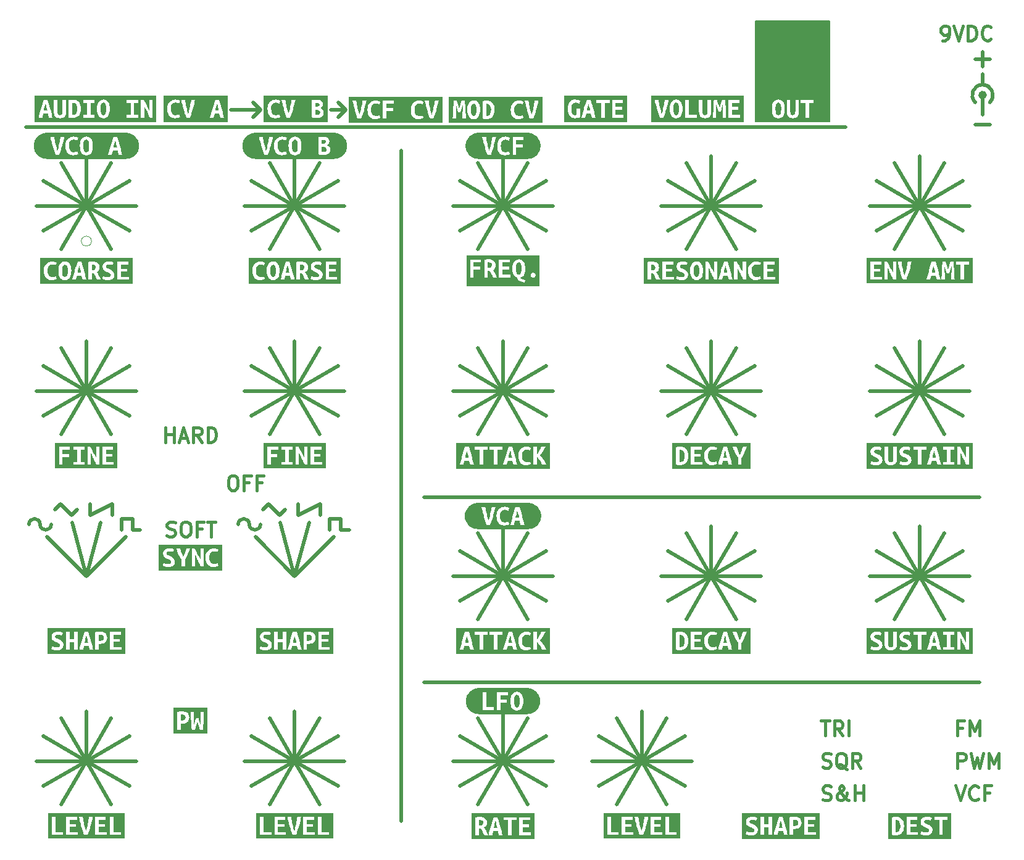
<source format=gto>
G04 #@! TF.GenerationSoftware,KiCad,Pcbnew,6.0.5+dfsg-1~bpo11+1*
G04 #@! TF.CreationDate,2022-10-07T21:06:17+00:00*
G04 #@! TF.ProjectId,micro_pico_faceplate,6d696372-6f5f-4706-9963-6f5f66616365,1.0*
G04 #@! TF.SameCoordinates,Original*
G04 #@! TF.FileFunction,Legend,Top*
G04 #@! TF.FilePolarity,Positive*
%FSLAX46Y46*%
G04 Gerber Fmt 4.6, Leading zero omitted, Abs format (unit mm)*
G04 Created by KiCad (PCBNEW 6.0.5+dfsg-1~bpo11+1) date 2022-10-07 21:06:17*
%MOMM*%
%LPD*%
G01*
G04 APERTURE LIST*
%ADD10C,0.500000*%
%ADD11C,0.583000*%
%ADD12C,0.150000*%
%ADD13C,0.400000*%
%ADD14C,0.120000*%
%ADD15C,1.000000*%
G04 APERTURE END LIST*
D10*
X169545000Y-106680000D02*
X176403000Y-106680000D01*
X112903000Y-96774000D02*
X112903000Y-98298000D01*
X107696000Y-42672000D02*
X106680000Y-43688000D01*
X198120000Y-106680000D02*
X194691000Y-112619202D01*
X198120000Y-55880000D02*
X201549000Y-49940798D01*
X198120000Y-81280000D02*
X204059202Y-84709000D01*
X169545000Y-106680000D02*
X166116000Y-112619202D01*
X140970000Y-106680000D02*
X135030798Y-103251000D01*
X112395000Y-55880000D02*
X106455798Y-52451000D01*
X198120000Y-106680000D02*
X192180798Y-110109000D01*
X140970000Y-81280000D02*
X134112000Y-81280000D01*
X198120000Y-106680000D02*
X191262000Y-106680000D01*
X112395000Y-132080000D02*
X118334202Y-128651000D01*
X83820000Y-81280000D02*
X90678000Y-81280000D01*
X140970000Y-132080000D02*
X146909202Y-135509000D01*
X83820000Y-55880000D02*
X80391000Y-61819202D01*
X119888000Y-100330000D02*
X118745000Y-100330000D01*
X206744023Y-40651977D02*
X206744023Y-43318977D01*
X140970000Y-81280000D02*
X135030798Y-84709000D01*
X198120000Y-55880000D02*
X204059202Y-52451000D01*
X112395000Y-132080000D02*
X105537000Y-132080000D01*
X198120000Y-55880000D02*
X194691000Y-61819202D01*
X198120000Y-55880000D02*
X192180798Y-59309000D01*
X140970000Y-81280000D02*
X146909202Y-77851000D01*
X169545000Y-81280000D02*
X166116000Y-75340798D01*
X112395000Y-81280000D02*
X106455798Y-77851000D01*
X169545000Y-81280000D02*
X172974000Y-75340798D01*
X112395000Y-55880000D02*
X106455798Y-59309000D01*
X140970000Y-132080000D02*
X135030798Y-135509000D01*
X169545000Y-106680000D02*
X169545000Y-99822000D01*
X169545000Y-55880000D02*
X169545000Y-49022000D01*
X119380000Y-42672000D02*
X118364000Y-41656000D01*
X80264000Y-96774000D02*
X81788000Y-98298000D01*
X115951000Y-96774000D02*
X112903000Y-98298000D01*
X169545000Y-81280000D02*
X169545000Y-74422000D01*
X83820000Y-132080000D02*
X77880798Y-135509000D01*
X83820000Y-55880000D02*
X87249000Y-61819202D01*
X169545000Y-81280000D02*
X162687000Y-81280000D01*
X207252023Y-35698977D02*
X207760023Y-35698977D01*
X169545000Y-106680000D02*
X172974000Y-100740798D01*
X205728023Y-35698977D02*
X207252023Y-35698977D01*
X112395000Y-132080000D02*
X106455798Y-128651000D01*
X110363000Y-98298000D02*
X111125000Y-97536000D01*
X169545000Y-55880000D02*
X166116000Y-49940798D01*
X140970000Y-81280000D02*
X147828000Y-81280000D01*
X140970000Y-106680000D02*
X147828000Y-106680000D01*
X160020000Y-132080000D02*
X163449000Y-126140798D01*
X75565000Y-45085000D02*
X187960000Y-45085000D01*
X169545000Y-81280000D02*
X163605798Y-77851000D01*
X106172000Y-99568000D02*
G75*
G03*
X107696000Y-99568000I762000J0D01*
G01*
X140970000Y-55880000D02*
X135030798Y-59309000D01*
X83820000Y-132080000D02*
X89759202Y-128651000D01*
X79502000Y-97536000D02*
X80264000Y-96774000D01*
X198120000Y-81280000D02*
X192180798Y-77851000D01*
X198120000Y-106680000D02*
X194691000Y-100740798D01*
X127000000Y-140335000D02*
X127000000Y-48260000D01*
X83820000Y-132080000D02*
X87249000Y-138019202D01*
X115951000Y-98298000D02*
X115951000Y-96774000D01*
X83820000Y-132080000D02*
X80391000Y-126140798D01*
X160020000Y-132080000D02*
X165959202Y-128651000D01*
X198120000Y-81280000D02*
X201549000Y-75340798D01*
X77470000Y-99568000D02*
G75*
G03*
X75946000Y-99568000I-762000J0D01*
G01*
X160020000Y-132080000D02*
X160020000Y-125222000D01*
X169545000Y-55880000D02*
X163605798Y-59309000D01*
X112395000Y-132080000D02*
X119253000Y-132080000D01*
X160020000Y-132080000D02*
X156591000Y-126140798D01*
X112395000Y-55880000D02*
X119253000Y-55880000D01*
D11*
X207035523Y-40651977D02*
G75*
G03*
X207035523Y-40651977I-291500J0D01*
G01*
D10*
X130175000Y-95885000D02*
X206375000Y-95885000D01*
X112395000Y-81280000D02*
X118334202Y-77851000D01*
X160020000Y-132080000D02*
X165959202Y-135509000D01*
X83820000Y-55880000D02*
X77880798Y-59309000D01*
X140970000Y-106680000D02*
X134112000Y-106680000D01*
X140970000Y-132080000D02*
X147828000Y-132080000D01*
X108077000Y-97536000D02*
X108839000Y-96774000D01*
X112395000Y-132080000D02*
X115824000Y-138019202D01*
X112395000Y-81280000D02*
X108966000Y-75340798D01*
X112395000Y-81280000D02*
X108966000Y-87219202D01*
X169545000Y-55880000D02*
X163605798Y-52451000D01*
X117221000Y-98806000D02*
X117221000Y-100330000D01*
X140970000Y-132080000D02*
X135030798Y-128651000D01*
D12*
X183769000Y-40894000D02*
X185801000Y-40894000D01*
X185801000Y-40894000D02*
X185801000Y-44272200D01*
X185801000Y-44272200D02*
X183769000Y-44272200D01*
X183769000Y-44272200D02*
X183769000Y-40894000D01*
G36*
X183769000Y-40894000D02*
G01*
X185801000Y-40894000D01*
X185801000Y-44272200D01*
X183769000Y-44272200D01*
X183769000Y-40894000D01*
G37*
D10*
X198120000Y-55880000D02*
X201549000Y-61819202D01*
X103632000Y-42672000D02*
X107696000Y-42672000D01*
X140970000Y-81280000D02*
X146909202Y-84709000D01*
X112395000Y-106680000D02*
X110422799Y-99319645D01*
X140970000Y-132080000D02*
X144399000Y-138019202D01*
X206744023Y-39232074D02*
X206744023Y-37730977D01*
X83820000Y-81280000D02*
X80391000Y-75340798D01*
X198120000Y-81280000D02*
X201549000Y-87219202D01*
X198120000Y-55880000D02*
X192180798Y-52451000D01*
X106172000Y-99568000D02*
G75*
G03*
X104648000Y-99568000I-762000J0D01*
G01*
X169545000Y-55880000D02*
X162687000Y-55880000D01*
X198120000Y-81280000D02*
X194691000Y-75340798D01*
X87376000Y-96774000D02*
X84328000Y-98298000D01*
X169545000Y-55880000D02*
X175484202Y-52451000D01*
X140970000Y-55880000D02*
X144399000Y-49940798D01*
X118745000Y-100330000D02*
X118745000Y-98806000D01*
X83820000Y-132080000D02*
X83820000Y-125222000D01*
X108839000Y-96774000D02*
X110363000Y-98298000D01*
X160020000Y-132080000D02*
X153162000Y-132080000D01*
X83820000Y-81280000D02*
X89759202Y-77851000D01*
X140970000Y-106680000D02*
X146909202Y-110109000D01*
X112395000Y-55880000D02*
X108966000Y-49940798D01*
X169545000Y-55880000D02*
X166116000Y-61819202D01*
X140970000Y-132080000D02*
X144399000Y-126140798D01*
X112395000Y-55880000D02*
X105537000Y-55880000D01*
X140970000Y-132080000D02*
X140970000Y-125222000D01*
X77470000Y-99568000D02*
G75*
G03*
X78994000Y-99568000I762000J0D01*
G01*
X140970000Y-132080000D02*
X137541000Y-126140798D01*
X198120000Y-81280000D02*
X192180798Y-84709000D01*
X112395000Y-55880000D02*
X118334202Y-59309000D01*
X83820000Y-81280000D02*
X77880798Y-84709000D01*
X140970000Y-55880000D02*
X147828000Y-55880000D01*
X83820000Y-106680000D02*
X78431846Y-101291846D01*
X140970000Y-55880000D02*
X144399000Y-61819202D01*
X107696000Y-42672000D02*
X106680000Y-41656000D01*
X169545000Y-106680000D02*
X163605798Y-103251000D01*
X160020000Y-132080000D02*
X156591000Y-138019202D01*
X112395000Y-81280000D02*
X106455798Y-84709000D01*
X169545000Y-55880000D02*
X176403000Y-55880000D01*
X83820000Y-81280000D02*
X89759202Y-84709000D01*
X87376000Y-98298000D02*
X87376000Y-96774000D01*
X112395000Y-81280000D02*
X105537000Y-81280000D01*
X169545000Y-55880000D02*
X172974000Y-61819202D01*
X198120000Y-106680000D02*
X204978000Y-106680000D01*
X205740000Y-44704000D02*
X207772000Y-44704000D01*
X140970000Y-106680000D02*
X137541000Y-112619202D01*
X198120000Y-81280000D02*
X204059202Y-77851000D01*
X140970000Y-55880000D02*
X146909202Y-59309000D01*
X140970000Y-106680000D02*
X144399000Y-112619202D01*
X112395000Y-106680000D02*
X107006846Y-101291846D01*
X140970000Y-55880000D02*
X137541000Y-61819202D01*
X140970000Y-55880000D02*
X137541000Y-49940798D01*
X83820000Y-132080000D02*
X76962000Y-132080000D01*
X140970000Y-106680000D02*
X146909202Y-103251000D01*
X206744023Y-34682977D02*
X206744023Y-35698977D01*
X83820000Y-106680000D02*
X81847799Y-99319645D01*
X112395000Y-132080000D02*
X118334202Y-135509000D01*
X169545000Y-81280000D02*
X166116000Y-87219202D01*
X169545000Y-106680000D02*
X162687000Y-106680000D01*
X198120000Y-81280000D02*
X198120000Y-74422000D01*
X206744023Y-35698977D02*
X206744023Y-36714977D01*
X83820000Y-132080000D02*
X87249000Y-126140798D01*
X198120000Y-106680000D02*
X198120000Y-99822000D01*
X169545000Y-106680000D02*
X163605798Y-110109000D01*
X83820000Y-81280000D02*
X87249000Y-75340798D01*
X130175000Y-121285000D02*
X206375000Y-121285000D01*
X140970000Y-132080000D02*
X134112000Y-132080000D01*
X112395000Y-106680000D02*
X117783154Y-101291846D01*
X169545000Y-81280000D02*
X175484202Y-77851000D01*
X83820000Y-55880000D02*
X80391000Y-49940798D01*
X83820000Y-55880000D02*
X76962000Y-55880000D01*
X90170000Y-100330000D02*
X90170000Y-98806000D01*
X112395000Y-81280000D02*
X115824000Y-75340798D01*
X83820000Y-132080000D02*
X90678000Y-132080000D01*
X140970000Y-55626000D02*
X140970000Y-49276000D01*
X169545000Y-81280000D02*
X163605798Y-84709000D01*
X88646000Y-98806000D02*
X88646000Y-100330000D01*
X198120000Y-106680000D02*
X201549000Y-112619202D01*
X140970000Y-81280000D02*
X137541000Y-75340798D01*
X198120000Y-106680000D02*
X204059202Y-110109000D01*
X169545000Y-106680000D02*
X175484202Y-110109000D01*
X140970000Y-55880000D02*
X135030798Y-52451000D01*
X169545000Y-55880000D02*
X172974000Y-49940798D01*
X169545000Y-81280000D02*
X175484202Y-84709000D01*
X83820000Y-132080000D02*
X80391000Y-138019202D01*
X112395000Y-106680000D02*
X114367201Y-99319645D01*
X112395000Y-81280000D02*
X112395000Y-74422000D01*
X198120000Y-81280000D02*
X194691000Y-87219202D01*
X198120000Y-106680000D02*
X192180798Y-103251000D01*
X112395000Y-55880000D02*
X118334202Y-52451000D01*
X198120000Y-55880000D02*
X198120000Y-49022000D01*
X83820000Y-106680000D02*
X89208154Y-101291846D01*
X140970000Y-81280000D02*
X137541000Y-87219202D01*
X207748046Y-41656000D02*
G75*
G03*
X205740000Y-41656000I-1004023J1004023D01*
G01*
X83820000Y-81280000D02*
X83820000Y-74422000D01*
X140970000Y-81280000D02*
X140970000Y-74422000D01*
X112395000Y-81280000D02*
X119253000Y-81280000D01*
X198120000Y-55880000D02*
X191262000Y-55880000D01*
X140970000Y-132080000D02*
X146909202Y-128651000D01*
X112395000Y-55880000D02*
X115824000Y-49940798D01*
X81788000Y-98298000D02*
X82550000Y-97536000D01*
X118745000Y-98806000D02*
X117221000Y-98806000D01*
X169545000Y-106680000D02*
X175484202Y-103251000D01*
X91186000Y-100330000D02*
X90170000Y-100330000D01*
X83820000Y-81280000D02*
X87249000Y-87219202D01*
X198120000Y-81280000D02*
X191262000Y-81280000D01*
X140970000Y-81280000D02*
X144399000Y-75340798D01*
X198120000Y-55880000D02*
X204978000Y-55880000D01*
X112395000Y-55880000D02*
X115824000Y-61819202D01*
X169545000Y-55880000D02*
X175484202Y-59309000D01*
X83820000Y-81280000D02*
X77880798Y-77851000D01*
X83820000Y-55880000D02*
X90678000Y-55880000D01*
X90170000Y-98806000D02*
X88646000Y-98806000D01*
D12*
X175641000Y-30480000D02*
X185801000Y-30480000D01*
X185801000Y-30480000D02*
X185801000Y-41021000D01*
X185801000Y-41021000D02*
X175641000Y-41021000D01*
X175641000Y-41021000D02*
X175641000Y-30480000D01*
G36*
X175641000Y-30480000D02*
G01*
X185801000Y-30480000D01*
X185801000Y-41021000D01*
X175641000Y-41021000D01*
X175641000Y-30480000D01*
G37*
D10*
X112395000Y-132080000D02*
X115824000Y-126140798D01*
X83820000Y-132080000D02*
X77880798Y-128651000D01*
X83820000Y-106680000D02*
X85792201Y-99319645D01*
X140970000Y-106680000D02*
X135030798Y-110109000D01*
X198120000Y-55880000D02*
X204059202Y-59309000D01*
X84328000Y-96774000D02*
X84328000Y-98298000D01*
X112395000Y-132080000D02*
X108966000Y-126140798D01*
X83820000Y-55880000D02*
X89759202Y-59309000D01*
D12*
X175641000Y-40894000D02*
X177673000Y-40894000D01*
X177673000Y-40894000D02*
X177673000Y-44272200D01*
X177673000Y-44272200D02*
X175641000Y-44272200D01*
X175641000Y-44272200D02*
X175641000Y-40894000D01*
G36*
X175641000Y-40894000D02*
G01*
X177673000Y-40894000D01*
X177673000Y-44272200D01*
X175641000Y-44272200D01*
X175641000Y-40894000D01*
G37*
D10*
X83820000Y-55880000D02*
X87249000Y-49940798D01*
X160020000Y-132080000D02*
X166878000Y-132080000D01*
X169545000Y-81280000D02*
X172974000Y-87219202D01*
X169545000Y-106680000D02*
X172974000Y-112619202D01*
X160020000Y-132080000D02*
X163449000Y-138019202D01*
X169545000Y-106680000D02*
X166116000Y-100740798D01*
X112395000Y-132080000D02*
X108966000Y-138019202D01*
X83820000Y-55626000D02*
X83820000Y-49276000D01*
X112395000Y-55880000D02*
X108966000Y-61819202D01*
X140970000Y-106680000D02*
X140970000Y-100076000D01*
X169545000Y-81280000D02*
X176403000Y-81280000D01*
X83820000Y-132080000D02*
X89759202Y-135509000D01*
X112395000Y-81280000D02*
X115824000Y-87219202D01*
X140970000Y-106680000D02*
X137541000Y-100740798D01*
X140970000Y-81280000D02*
X144399000Y-87219202D01*
X112395000Y-81280000D02*
X118334202Y-84709000D01*
X160020000Y-132080000D02*
X154080798Y-135509000D01*
X140970000Y-55880000D02*
X134112000Y-55880000D01*
X112395000Y-132080000D02*
X112395000Y-125222000D01*
X140970000Y-132080000D02*
X137541000Y-138019202D01*
X83820000Y-81280000D02*
X80391000Y-87219202D01*
X112395000Y-55880000D02*
X112395000Y-49276000D01*
X198120000Y-55880000D02*
X194691000Y-49940798D01*
X117348000Y-42672000D02*
X119380000Y-42672000D01*
X140970000Y-81280000D02*
X135030798Y-77851000D01*
X119380000Y-42672000D02*
X118364000Y-43688000D01*
X83820000Y-81280000D02*
X76962000Y-81280000D01*
X198120000Y-106680000D02*
X204059202Y-103251000D01*
X83820000Y-55880000D02*
X77880798Y-52451000D01*
X83820000Y-55880000D02*
X89759202Y-52451000D01*
X112395000Y-132080000D02*
X106455798Y-135509000D01*
X140970000Y-55880000D02*
X146909202Y-52451000D01*
X198120000Y-81280000D02*
X204978000Y-81280000D01*
X160020000Y-132080000D02*
X154080798Y-128651000D01*
X198120000Y-106680000D02*
X201549000Y-100740798D01*
X140970000Y-106680000D02*
X144399000Y-100740798D01*
D13*
X203015476Y-135429761D02*
X203682142Y-137429761D01*
X204348809Y-135429761D01*
X206158333Y-137239285D02*
X206063095Y-137334523D01*
X205777380Y-137429761D01*
X205586904Y-137429761D01*
X205301190Y-137334523D01*
X205110714Y-137144047D01*
X205015476Y-136953571D01*
X204920238Y-136572619D01*
X204920238Y-136286904D01*
X205015476Y-135905952D01*
X205110714Y-135715476D01*
X205301190Y-135525000D01*
X205586904Y-135429761D01*
X205777380Y-135429761D01*
X206063095Y-135525000D01*
X206158333Y-135620238D01*
X207682142Y-136382142D02*
X207015476Y-136382142D01*
X207015476Y-137429761D02*
X207015476Y-135429761D01*
X207967857Y-135429761D01*
X184600476Y-126539761D02*
X185743333Y-126539761D01*
X185171904Y-128539761D02*
X185171904Y-126539761D01*
X187552857Y-128539761D02*
X186886190Y-127587380D01*
X186410000Y-128539761D02*
X186410000Y-126539761D01*
X187171904Y-126539761D01*
X187362380Y-126635000D01*
X187457619Y-126730238D01*
X187552857Y-126920714D01*
X187552857Y-127206428D01*
X187457619Y-127396904D01*
X187362380Y-127492142D01*
X187171904Y-127587380D01*
X186410000Y-127587380D01*
X188410000Y-128539761D02*
X188410000Y-126539761D01*
X184790952Y-132889523D02*
X185076666Y-132984761D01*
X185552857Y-132984761D01*
X185743333Y-132889523D01*
X185838571Y-132794285D01*
X185933809Y-132603809D01*
X185933809Y-132413333D01*
X185838571Y-132222857D01*
X185743333Y-132127619D01*
X185552857Y-132032380D01*
X185171904Y-131937142D01*
X184981428Y-131841904D01*
X184886190Y-131746666D01*
X184790952Y-131556190D01*
X184790952Y-131365714D01*
X184886190Y-131175238D01*
X184981428Y-131080000D01*
X185171904Y-130984761D01*
X185648095Y-130984761D01*
X185933809Y-131080000D01*
X188124285Y-133175238D02*
X187933809Y-133080000D01*
X187743333Y-132889523D01*
X187457619Y-132603809D01*
X187267142Y-132508571D01*
X187076666Y-132508571D01*
X187171904Y-132984761D02*
X186981428Y-132889523D01*
X186790952Y-132699047D01*
X186695714Y-132318095D01*
X186695714Y-131651428D01*
X186790952Y-131270476D01*
X186981428Y-131080000D01*
X187171904Y-130984761D01*
X187552857Y-130984761D01*
X187743333Y-131080000D01*
X187933809Y-131270476D01*
X188029047Y-131651428D01*
X188029047Y-132318095D01*
X187933809Y-132699047D01*
X187743333Y-132889523D01*
X187552857Y-132984761D01*
X187171904Y-132984761D01*
X190029047Y-132984761D02*
X189362380Y-132032380D01*
X188886190Y-132984761D02*
X188886190Y-130984761D01*
X189648095Y-130984761D01*
X189838571Y-131080000D01*
X189933809Y-131175238D01*
X190029047Y-131365714D01*
X190029047Y-131651428D01*
X189933809Y-131841904D01*
X189838571Y-131937142D01*
X189648095Y-132032380D01*
X188886190Y-132032380D01*
X184790952Y-137334523D02*
X185076666Y-137429761D01*
X185552857Y-137429761D01*
X185743333Y-137334523D01*
X185838571Y-137239285D01*
X185933809Y-137048809D01*
X185933809Y-136858333D01*
X185838571Y-136667857D01*
X185743333Y-136572619D01*
X185552857Y-136477380D01*
X185171904Y-136382142D01*
X184981428Y-136286904D01*
X184886190Y-136191666D01*
X184790952Y-136001190D01*
X184790952Y-135810714D01*
X184886190Y-135620238D01*
X184981428Y-135525000D01*
X185171904Y-135429761D01*
X185648095Y-135429761D01*
X185933809Y-135525000D01*
X188410000Y-137429761D02*
X188314761Y-137429761D01*
X188124285Y-137334523D01*
X187838571Y-137048809D01*
X187362380Y-136477380D01*
X187171904Y-136191666D01*
X187076666Y-135905952D01*
X187076666Y-135715476D01*
X187171904Y-135525000D01*
X187362380Y-135429761D01*
X187457619Y-135429761D01*
X187648095Y-135525000D01*
X187743333Y-135715476D01*
X187743333Y-135810714D01*
X187648095Y-136001190D01*
X187552857Y-136096428D01*
X186981428Y-136477380D01*
X186886190Y-136572619D01*
X186790952Y-136763095D01*
X186790952Y-137048809D01*
X186886190Y-137239285D01*
X186981428Y-137334523D01*
X187171904Y-137429761D01*
X187457619Y-137429761D01*
X187648095Y-137334523D01*
X187743333Y-137239285D01*
X188029047Y-136858333D01*
X188124285Y-136572619D01*
X188124285Y-136382142D01*
X189267142Y-137429761D02*
X189267142Y-135429761D01*
X189267142Y-136382142D02*
X190410000Y-136382142D01*
X190410000Y-137429761D02*
X190410000Y-135429761D01*
X94869404Y-101139523D02*
X95155119Y-101234761D01*
X95631309Y-101234761D01*
X95821785Y-101139523D01*
X95917023Y-101044285D01*
X96012261Y-100853809D01*
X96012261Y-100663333D01*
X95917023Y-100472857D01*
X95821785Y-100377619D01*
X95631309Y-100282380D01*
X95250357Y-100187142D01*
X95059880Y-100091904D01*
X94964642Y-99996666D01*
X94869404Y-99806190D01*
X94869404Y-99615714D01*
X94964642Y-99425238D01*
X95059880Y-99330000D01*
X95250357Y-99234761D01*
X95726547Y-99234761D01*
X96012261Y-99330000D01*
X97250357Y-99234761D02*
X97631309Y-99234761D01*
X97821785Y-99330000D01*
X98012261Y-99520476D01*
X98107500Y-99901428D01*
X98107500Y-100568095D01*
X98012261Y-100949047D01*
X97821785Y-101139523D01*
X97631309Y-101234761D01*
X97250357Y-101234761D01*
X97059880Y-101139523D01*
X96869404Y-100949047D01*
X96774166Y-100568095D01*
X96774166Y-99901428D01*
X96869404Y-99520476D01*
X97059880Y-99330000D01*
X97250357Y-99234761D01*
X99631309Y-100187142D02*
X98964642Y-100187142D01*
X98964642Y-101234761D02*
X98964642Y-99234761D01*
X99917023Y-99234761D01*
X100393214Y-99234761D02*
X101536071Y-99234761D01*
X100964642Y-101234761D02*
X100964642Y-99234761D01*
X203967857Y-127492142D02*
X203301190Y-127492142D01*
X203301190Y-128539761D02*
X203301190Y-126539761D01*
X204253571Y-126539761D01*
X205015476Y-128539761D02*
X205015476Y-126539761D01*
X205682142Y-127968333D01*
X206348809Y-126539761D01*
X206348809Y-128539761D01*
X203301190Y-132984761D02*
X203301190Y-130984761D01*
X204063095Y-130984761D01*
X204253571Y-131080000D01*
X204348809Y-131175238D01*
X204444047Y-131365714D01*
X204444047Y-131651428D01*
X204348809Y-131841904D01*
X204253571Y-131937142D01*
X204063095Y-132032380D01*
X203301190Y-132032380D01*
X205110714Y-130984761D02*
X205586904Y-132984761D01*
X205967857Y-131556190D01*
X206348809Y-132984761D01*
X206825000Y-130984761D01*
X207586904Y-132984761D02*
X207586904Y-130984761D01*
X208253571Y-132413333D01*
X208920238Y-130984761D01*
X208920238Y-132984761D01*
X94678928Y-88280761D02*
X94678928Y-86280761D01*
X94678928Y-87233142D02*
X95821785Y-87233142D01*
X95821785Y-88280761D02*
X95821785Y-86280761D01*
X96678928Y-87709333D02*
X97631309Y-87709333D01*
X96488452Y-88280761D02*
X97155119Y-86280761D01*
X97821785Y-88280761D01*
X99631309Y-88280761D02*
X98964642Y-87328380D01*
X98488452Y-88280761D02*
X98488452Y-86280761D01*
X99250357Y-86280761D01*
X99440833Y-86376000D01*
X99536071Y-86471238D01*
X99631309Y-86661714D01*
X99631309Y-86947428D01*
X99536071Y-87137904D01*
X99440833Y-87233142D01*
X99250357Y-87328380D01*
X98488452Y-87328380D01*
X100488452Y-88280761D02*
X100488452Y-86280761D01*
X100964642Y-86280761D01*
X101250357Y-86376000D01*
X101440833Y-86566476D01*
X101536071Y-86756952D01*
X101631309Y-87137904D01*
X101631309Y-87423619D01*
X101536071Y-87804571D01*
X101440833Y-87995047D01*
X101250357Y-88185523D01*
X100964642Y-88280761D01*
X100488452Y-88280761D01*
X103733142Y-92884761D02*
X104114095Y-92884761D01*
X104304571Y-92980000D01*
X104495047Y-93170476D01*
X104590285Y-93551428D01*
X104590285Y-94218095D01*
X104495047Y-94599047D01*
X104304571Y-94789523D01*
X104114095Y-94884761D01*
X103733142Y-94884761D01*
X103542666Y-94789523D01*
X103352190Y-94599047D01*
X103256952Y-94218095D01*
X103256952Y-93551428D01*
X103352190Y-93170476D01*
X103542666Y-92980000D01*
X103733142Y-92884761D01*
X106114095Y-93837142D02*
X105447428Y-93837142D01*
X105447428Y-94884761D02*
X105447428Y-92884761D01*
X106399809Y-92884761D01*
X107828380Y-93837142D02*
X107161714Y-93837142D01*
X107161714Y-94884761D02*
X107161714Y-92884761D01*
X108114095Y-92884761D01*
X201231904Y-33162761D02*
X201612857Y-33162761D01*
X201803333Y-33067523D01*
X201898571Y-32972285D01*
X202089047Y-32686571D01*
X202184285Y-32305619D01*
X202184285Y-31543714D01*
X202089047Y-31353238D01*
X201993809Y-31258000D01*
X201803333Y-31162761D01*
X201422380Y-31162761D01*
X201231904Y-31258000D01*
X201136666Y-31353238D01*
X201041428Y-31543714D01*
X201041428Y-32019904D01*
X201136666Y-32210380D01*
X201231904Y-32305619D01*
X201422380Y-32400857D01*
X201803333Y-32400857D01*
X201993809Y-32305619D01*
X202089047Y-32210380D01*
X202184285Y-32019904D01*
X202755714Y-31162761D02*
X203422380Y-33162761D01*
X204089047Y-31162761D01*
X204755714Y-33162761D02*
X204755714Y-31162761D01*
X205231904Y-31162761D01*
X205517619Y-31258000D01*
X205708095Y-31448476D01*
X205803333Y-31638952D01*
X205898571Y-32019904D01*
X205898571Y-32305619D01*
X205803333Y-32686571D01*
X205708095Y-32877047D01*
X205517619Y-33067523D01*
X205231904Y-33162761D01*
X204755714Y-33162761D01*
X207898571Y-32972285D02*
X207803333Y-33067523D01*
X207517619Y-33162761D01*
X207327142Y-33162761D01*
X207041428Y-33067523D01*
X206850952Y-32877047D01*
X206755714Y-32686571D01*
X206660476Y-32305619D01*
X206660476Y-32019904D01*
X206755714Y-31638952D01*
X206850952Y-31448476D01*
X207041428Y-31258000D01*
X207327142Y-31162761D01*
X207517619Y-31162761D01*
X207803333Y-31258000D01*
X207898571Y-31353238D01*
G36*
X94396057Y-40750464D02*
G01*
X103215943Y-40750464D01*
X103215943Y-44339536D01*
X94396057Y-44339536D01*
X94396057Y-42545000D01*
X94908687Y-42545000D01*
X94925803Y-42834967D01*
X94977148Y-43089711D01*
X95062725Y-43309232D01*
X95182531Y-43493531D01*
X95392434Y-43678740D01*
X95657017Y-43789865D01*
X95976281Y-43826906D01*
X96193074Y-43813512D01*
X96383078Y-43773328D01*
X96662875Y-43656250D01*
X96539844Y-43271281D01*
X96339422Y-43358594D01*
X96023906Y-43402250D01*
X95740637Y-43346191D01*
X95549641Y-43178016D01*
X95469163Y-43006698D01*
X95420877Y-42791724D01*
X95404781Y-42533094D01*
X95418176Y-42310844D01*
X95458359Y-42128281D01*
X95597266Y-41868328D01*
X95791734Y-41729422D01*
X96015969Y-41687750D01*
X96311641Y-41729422D01*
X96531906Y-41830625D01*
X96658906Y-41441687D01*
X96577547Y-41394062D01*
X96444594Y-41334531D01*
X96385539Y-41318656D01*
X96837500Y-41318656D01*
X96883141Y-41540906D01*
X96948625Y-41818719D01*
X97001101Y-42026637D01*
X97057986Y-42242934D01*
X97119281Y-42467609D01*
X97184104Y-42696694D01*
X97251573Y-42926220D01*
X97321687Y-43156188D01*
X97425867Y-43483609D01*
X97524094Y-43775313D01*
X98028125Y-43775313D01*
X100790375Y-43775313D01*
X101298375Y-43775313D01*
X101409500Y-43207781D01*
X102064344Y-43207781D01*
X102179438Y-43775313D01*
X102703313Y-43775313D01*
X102637828Y-43496786D01*
X102571550Y-43226355D01*
X102504478Y-42964021D01*
X102436613Y-42709783D01*
X102367953Y-42463641D01*
X102281509Y-42165116D01*
X102194816Y-41874777D01*
X102107876Y-41592624D01*
X102020688Y-41318656D01*
X101488875Y-41318656D01*
X101404787Y-41590392D01*
X101319211Y-41869816D01*
X101232146Y-42156931D01*
X101143594Y-42451734D01*
X101072315Y-42695813D01*
X101001354Y-42950209D01*
X100930710Y-43214925D01*
X100860384Y-43489959D01*
X100790375Y-43775313D01*
X98028125Y-43775313D01*
X98103972Y-43563866D01*
X98178056Y-43347569D01*
X98250375Y-43126422D01*
X98319828Y-42904172D01*
X98385312Y-42684568D01*
X98446828Y-42467609D01*
X98531164Y-42151598D01*
X98605578Y-41850469D01*
X98669574Y-41570672D01*
X98722656Y-41318656D01*
X98210687Y-41318656D01*
X98174969Y-41525031D01*
X98131312Y-41763156D01*
X98081703Y-42020629D01*
X98028125Y-42285047D01*
X97970578Y-42550953D01*
X97909062Y-42812891D01*
X97845562Y-43058457D01*
X97782062Y-43275250D01*
X97718066Y-43055480D01*
X97653078Y-42808922D01*
X97589578Y-42546984D01*
X97530047Y-42281078D01*
X97474980Y-42017156D01*
X97424875Y-41761172D01*
X97383203Y-41524535D01*
X97353437Y-41318656D01*
X96837500Y-41318656D01*
X96385539Y-41318656D01*
X96260047Y-41284922D01*
X96023906Y-41263094D01*
X95791238Y-41284426D01*
X95577422Y-41348422D01*
X95386922Y-41453594D01*
X95224203Y-41598453D01*
X95091746Y-41781512D01*
X94992031Y-42001281D01*
X94929523Y-42256273D01*
X94908687Y-42545000D01*
X94396057Y-42545000D01*
X94396057Y-40750464D01*
G37*
G36*
X101816297Y-42058828D02*
G01*
X101879797Y-42304891D01*
X101933375Y-42548969D01*
X101981000Y-42802969D01*
X101500781Y-42802969D01*
X101550391Y-42548969D01*
X101605953Y-42304891D01*
X101669453Y-42058828D01*
X101742875Y-41794906D01*
X101816297Y-42058828D01*
G37*
D14*
X84520000Y-60706000D02*
G75*
G03*
X84520000Y-60706000I-700000J0D01*
G01*
G36*
X97181293Y-125696762D02*
G01*
X97317719Y-125763734D01*
X97405527Y-125884285D01*
X97434797Y-126067344D01*
X97405031Y-126260324D01*
X97315734Y-126386828D01*
X97167898Y-126456777D01*
X96962516Y-126480094D01*
X96764078Y-126480094D01*
X96764078Y-125686344D01*
X96885125Y-125676422D01*
X97006172Y-125674437D01*
X97181293Y-125696762D01*
G37*
G36*
X100451708Y-128246849D02*
G01*
X95763292Y-128246849D01*
X95763292Y-127734219D01*
X96275922Y-127734219D01*
X96764078Y-127734219D01*
X96764078Y-126904750D01*
X96938703Y-126904750D01*
X97232170Y-126882922D01*
X97477571Y-126817438D01*
X97674906Y-126708297D01*
X97819325Y-126550208D01*
X97905976Y-126337880D01*
X97934859Y-126071312D01*
X97906196Y-125807391D01*
X97820207Y-125597708D01*
X97676891Y-125442266D01*
X97481540Y-125335330D01*
X97263572Y-125277562D01*
X98137266Y-125277562D01*
X98146195Y-125580676D01*
X98157109Y-125894703D01*
X98170504Y-126213195D01*
X98186875Y-126529703D01*
X98206223Y-126843234D01*
X98228547Y-127152797D01*
X98254344Y-127451941D01*
X98284109Y-127734219D01*
X98688922Y-127734219D01*
X98772266Y-127473273D01*
X98863547Y-127190500D01*
X98956813Y-126907727D01*
X99046109Y-126646781D01*
X99133422Y-126915168D01*
X99220734Y-127196453D01*
X99308047Y-127474762D01*
X99395359Y-127734219D01*
X99800172Y-127734219D01*
X99826465Y-127452438D01*
X99849781Y-127154781D01*
X99870121Y-126846707D01*
X99887484Y-126533672D01*
X99902367Y-126217164D01*
X99915266Y-125898672D01*
X99927172Y-125583652D01*
X99939078Y-125277562D01*
X99486641Y-125277562D01*
X99487633Y-125516184D01*
X99490609Y-125763734D01*
X99494578Y-126014262D01*
X99498547Y-126261812D01*
X99502516Y-126505395D01*
X99506484Y-126744016D01*
X99509461Y-126972715D01*
X99510453Y-127186531D01*
X99421156Y-126869031D01*
X99337813Y-126579313D01*
X99268359Y-126333250D01*
X99220734Y-126146719D01*
X98863547Y-126146719D01*
X98807984Y-126341187D01*
X98730594Y-126611063D01*
X98643281Y-126908719D01*
X98561922Y-127186531D01*
X98562914Y-126972715D01*
X98565891Y-126744016D01*
X98569859Y-126504898D01*
X98573828Y-126259828D01*
X98577797Y-126011285D01*
X98581766Y-125761750D01*
X98585734Y-125515687D01*
X98589703Y-125277562D01*
X98137266Y-125277562D01*
X97263572Y-125277562D01*
X97239446Y-125271168D01*
X96950609Y-125249781D01*
X96795828Y-125253750D01*
X96617234Y-125263672D01*
X96436656Y-125281531D01*
X96275922Y-125309312D01*
X96275922Y-127734219D01*
X95763292Y-127734219D01*
X95763292Y-124737151D01*
X100451708Y-124737151D01*
X100451708Y-128246849D01*
G37*
G36*
X84014469Y-46835219D02*
G01*
X84131547Y-47017781D01*
X84187109Y-47289641D01*
X84197527Y-47451863D01*
X84201000Y-47625000D01*
X84197527Y-47797641D01*
X84187109Y-47958375D01*
X84131547Y-48230234D01*
X84012484Y-48414781D01*
X83812062Y-48482250D01*
X83609656Y-48414781D01*
X83492578Y-48232219D01*
X83437016Y-47960359D01*
X83426598Y-47798137D01*
X83423125Y-47625000D01*
X83426598Y-47452359D01*
X83437016Y-47291625D01*
X83492578Y-47019766D01*
X83609656Y-46835219D01*
X83812062Y-46767750D01*
X84014469Y-46835219D01*
G37*
G36*
X87850266Y-47138828D02*
G01*
X87913766Y-47384891D01*
X87967344Y-47628969D01*
X88014969Y-47882969D01*
X87534750Y-47882969D01*
X87584359Y-47628969D01*
X87639922Y-47384891D01*
X87703422Y-47138828D01*
X87776844Y-46874906D01*
X87850266Y-47138828D01*
G37*
G36*
X89425807Y-45839105D02*
G01*
X89600008Y-45864945D01*
X89770838Y-45907736D01*
X89936651Y-45967064D01*
X90095850Y-46042360D01*
X90246902Y-46132897D01*
X90388353Y-46237805D01*
X90518840Y-46356071D01*
X90637107Y-46486558D01*
X90742014Y-46628009D01*
X90832551Y-46779061D01*
X90907847Y-46938261D01*
X90967176Y-47104074D01*
X91009966Y-47274903D01*
X91035807Y-47449105D01*
X91044448Y-47625000D01*
X91035807Y-47800895D01*
X91009966Y-47975097D01*
X90967176Y-48145926D01*
X90907847Y-48311739D01*
X90832551Y-48470939D01*
X90742014Y-48621991D01*
X90637107Y-48763442D01*
X90518840Y-48893929D01*
X90388353Y-49012195D01*
X90246902Y-49117103D01*
X90095850Y-49207640D01*
X89936651Y-49282936D01*
X89770838Y-49342264D01*
X89600008Y-49385055D01*
X89425807Y-49410895D01*
X89249911Y-49419536D01*
X78390089Y-49419536D01*
X78214193Y-49410895D01*
X78039992Y-49385055D01*
X77869162Y-49342264D01*
X77703349Y-49282935D01*
X77544150Y-49207640D01*
X77393098Y-49117103D01*
X77251647Y-49012195D01*
X77121160Y-48893929D01*
X77002893Y-48763442D01*
X76897986Y-48621991D01*
X76807449Y-48470939D01*
X76732153Y-48311739D01*
X76672824Y-48145926D01*
X76630034Y-47975097D01*
X76604193Y-47800895D01*
X76595552Y-47625000D01*
X76604193Y-47449105D01*
X76630034Y-47274903D01*
X76672824Y-47104074D01*
X76732153Y-46938261D01*
X76807449Y-46779061D01*
X76897986Y-46628009D01*
X77002893Y-46486558D01*
X77082563Y-46398656D01*
X78902719Y-46398656D01*
X78948359Y-46620906D01*
X79013844Y-46898719D01*
X79066319Y-47106637D01*
X79123205Y-47322934D01*
X79184500Y-47547609D01*
X79249323Y-47776694D01*
X79316792Y-48006220D01*
X79386906Y-48236188D01*
X79491086Y-48563609D01*
X79589312Y-48855313D01*
X80093344Y-48855313D01*
X80169191Y-48643866D01*
X80243274Y-48427569D01*
X80315594Y-48206422D01*
X80385047Y-47984172D01*
X80450531Y-47764568D01*
X80490104Y-47625000D01*
X80942656Y-47625000D01*
X80959771Y-47914967D01*
X81011117Y-48169711D01*
X81096693Y-48389232D01*
X81216500Y-48573531D01*
X81426403Y-48758740D01*
X81690986Y-48869865D01*
X82010250Y-48906906D01*
X82227043Y-48893512D01*
X82417047Y-48853328D01*
X82696844Y-48736250D01*
X82573812Y-48351281D01*
X82373391Y-48438594D01*
X82057875Y-48482250D01*
X81774605Y-48426191D01*
X81583609Y-48258016D01*
X81503132Y-48086698D01*
X81454845Y-47871724D01*
X81439491Y-47625000D01*
X82927031Y-47625000D01*
X82941294Y-47923028D01*
X82984082Y-48182113D01*
X83055395Y-48402255D01*
X83155234Y-48583453D01*
X83330080Y-48763149D01*
X83550345Y-48870967D01*
X83816031Y-48906906D01*
X84075323Y-48870967D01*
X84106823Y-48855313D01*
X86824344Y-48855313D01*
X87332344Y-48855313D01*
X87443469Y-48287781D01*
X88098312Y-48287781D01*
X88213406Y-48855313D01*
X88737281Y-48855313D01*
X88671797Y-48576786D01*
X88605519Y-48306355D01*
X88538447Y-48044021D01*
X88470581Y-47789783D01*
X88401922Y-47543641D01*
X88315478Y-47245116D01*
X88228785Y-46954777D01*
X88141845Y-46672624D01*
X88054656Y-46398656D01*
X87522844Y-46398656D01*
X87438756Y-46670392D01*
X87353180Y-46949816D01*
X87266115Y-47236931D01*
X87177562Y-47531734D01*
X87106284Y-47775813D01*
X87035322Y-48030209D01*
X86964679Y-48294925D01*
X86894352Y-48569959D01*
X86824344Y-48855313D01*
X84106823Y-48855313D01*
X84292281Y-48763149D01*
X84466906Y-48583453D01*
X84567613Y-48402255D01*
X84639547Y-48182113D01*
X84682707Y-47923028D01*
X84697094Y-47625000D01*
X84682955Y-47326972D01*
X84640539Y-47067887D01*
X84569846Y-46847745D01*
X84470875Y-46666547D01*
X84297132Y-46486851D01*
X84077528Y-46379033D01*
X83812062Y-46343094D01*
X83554535Y-46379033D01*
X83337576Y-46486851D01*
X83161187Y-46666547D01*
X83058744Y-46847745D01*
X82985570Y-47067887D01*
X82941666Y-47326972D01*
X82927031Y-47625000D01*
X81439491Y-47625000D01*
X81438750Y-47613094D01*
X81452145Y-47390844D01*
X81492328Y-47208281D01*
X81631234Y-46948328D01*
X81825703Y-46809422D01*
X82049937Y-46767750D01*
X82345609Y-46809422D01*
X82565875Y-46910625D01*
X82692875Y-46521687D01*
X82611516Y-46474062D01*
X82478562Y-46414531D01*
X82294016Y-46364922D01*
X82057875Y-46343094D01*
X81825207Y-46364426D01*
X81611391Y-46428422D01*
X81420891Y-46533594D01*
X81258172Y-46678453D01*
X81125715Y-46861512D01*
X81026000Y-47081281D01*
X80963492Y-47336273D01*
X80942656Y-47625000D01*
X80490104Y-47625000D01*
X80512047Y-47547609D01*
X80596383Y-47231598D01*
X80670797Y-46930469D01*
X80734793Y-46650672D01*
X80787875Y-46398656D01*
X80275906Y-46398656D01*
X80240187Y-46605031D01*
X80196531Y-46843156D01*
X80146922Y-47100629D01*
X80093344Y-47365047D01*
X80035797Y-47630953D01*
X79974281Y-47892891D01*
X79910781Y-48138457D01*
X79847281Y-48355250D01*
X79783285Y-48135480D01*
X79718297Y-47888922D01*
X79654797Y-47626984D01*
X79595266Y-47361078D01*
X79540199Y-47097156D01*
X79490094Y-46841172D01*
X79448422Y-46604535D01*
X79418656Y-46398656D01*
X78902719Y-46398656D01*
X77082563Y-46398656D01*
X77121160Y-46356071D01*
X77251647Y-46237805D01*
X77393098Y-46132897D01*
X77544150Y-46042360D01*
X77703349Y-45967065D01*
X77869162Y-45907736D01*
X78039992Y-45864945D01*
X78214193Y-45839105D01*
X78390089Y-45830464D01*
X89249911Y-45830464D01*
X89425807Y-45839105D01*
G37*
G36*
X161279417Y-40750464D02*
G01*
X174000583Y-40750464D01*
X174000583Y-44339536D01*
X161279417Y-44339536D01*
X161279417Y-41318656D01*
X161792047Y-41318656D01*
X161837687Y-41540906D01*
X161903172Y-41818719D01*
X161955648Y-42026637D01*
X162012533Y-42242934D01*
X162073828Y-42467609D01*
X162138651Y-42696694D01*
X162206120Y-42926220D01*
X162276234Y-43156188D01*
X162380414Y-43483609D01*
X162478641Y-43775313D01*
X162982672Y-43775313D01*
X163058519Y-43563866D01*
X163132602Y-43347569D01*
X163204922Y-43126422D01*
X163274375Y-42904172D01*
X163339859Y-42684568D01*
X163379432Y-42545000D01*
X163831984Y-42545000D01*
X163846247Y-42843028D01*
X163889035Y-43102113D01*
X163960349Y-43322255D01*
X164060187Y-43503453D01*
X164235033Y-43683149D01*
X164455299Y-43790967D01*
X164720984Y-43826906D01*
X164980276Y-43790967D01*
X165011776Y-43775313D01*
X165990984Y-43775313D01*
X167534828Y-43775313D01*
X167534828Y-43370500D01*
X166483109Y-43370500D01*
X166483109Y-42886313D01*
X167848359Y-42886313D01*
X167858281Y-43090703D01*
X167888047Y-43275250D01*
X167941625Y-43436977D01*
X168022984Y-43572906D01*
X168278969Y-43761422D01*
X168459051Y-43810535D01*
X168677828Y-43826906D01*
X168900078Y-43810535D01*
X169031005Y-43775313D01*
X169769234Y-43775313D01*
X170217703Y-43775313D01*
X170197859Y-41866344D01*
X170487578Y-42906156D01*
X170844766Y-42906156D01*
X171146391Y-41866344D01*
X171122578Y-43775313D01*
X171571047Y-43775313D01*
X171912359Y-43775313D01*
X173487953Y-43775313D01*
X173487953Y-43370500D01*
X172400516Y-43370500D01*
X172400516Y-42679938D01*
X173269672Y-42679938D01*
X173269672Y-42275125D01*
X172400516Y-42275125D01*
X172400516Y-41723469D01*
X173400641Y-41723469D01*
X173400641Y-41318656D01*
X171912359Y-41318656D01*
X171912359Y-43775313D01*
X171571047Y-43775313D01*
X171562117Y-43461285D01*
X171551203Y-43154203D01*
X171537809Y-42851586D01*
X171521438Y-42550953D01*
X171501594Y-42249824D01*
X171477781Y-41945719D01*
X171451488Y-41636156D01*
X171424203Y-41318656D01*
X171019391Y-41318656D01*
X170947953Y-41529000D01*
X170860641Y-41800859D01*
X170761422Y-42102484D01*
X170662203Y-42406094D01*
X170570922Y-42120344D01*
X170475672Y-41814750D01*
X170386375Y-41532969D01*
X170316922Y-41318656D01*
X169912109Y-41318656D01*
X169885816Y-41587539D01*
X169862500Y-41878250D01*
X169842160Y-42184836D01*
X169824797Y-42501344D01*
X169809418Y-42823805D01*
X169795031Y-43148250D01*
X169781637Y-43467734D01*
X169769234Y-43775313D01*
X169031005Y-43775313D01*
X169082641Y-43761422D01*
X169229484Y-43681551D01*
X169344578Y-43572906D01*
X169428914Y-43436977D01*
X169483484Y-43275250D01*
X169513250Y-43090703D01*
X169523172Y-42886313D01*
X169523172Y-41318656D01*
X169035016Y-41318656D01*
X169035016Y-42850594D01*
X169019141Y-43110547D01*
X168963578Y-43281203D01*
X168856422Y-43374469D01*
X168685766Y-43402250D01*
X168515109Y-43374469D01*
X168409938Y-43283188D01*
X168356359Y-43114516D01*
X168340484Y-42854563D01*
X168340484Y-41318656D01*
X167848359Y-41318656D01*
X167848359Y-42886313D01*
X166483109Y-42886313D01*
X166483109Y-41318656D01*
X165990984Y-41318656D01*
X165990984Y-43775313D01*
X165011776Y-43775313D01*
X165197234Y-43683149D01*
X165371859Y-43503453D01*
X165472566Y-43322255D01*
X165544500Y-43102113D01*
X165587660Y-42843028D01*
X165602047Y-42545000D01*
X165587908Y-42246972D01*
X165545492Y-41987887D01*
X165474799Y-41767745D01*
X165375828Y-41586547D01*
X165202085Y-41406851D01*
X164982481Y-41299033D01*
X164717016Y-41263094D01*
X164459488Y-41299033D01*
X164242530Y-41406851D01*
X164066141Y-41586547D01*
X163963697Y-41767745D01*
X163890523Y-41987887D01*
X163846619Y-42246972D01*
X163831984Y-42545000D01*
X163379432Y-42545000D01*
X163401375Y-42467609D01*
X163485711Y-42151598D01*
X163560125Y-41850469D01*
X163624121Y-41570672D01*
X163677203Y-41318656D01*
X163165234Y-41318656D01*
X163129516Y-41525031D01*
X163085859Y-41763156D01*
X163036250Y-42020629D01*
X162982672Y-42285047D01*
X162925125Y-42550953D01*
X162863609Y-42812891D01*
X162800109Y-43058457D01*
X162736609Y-43275250D01*
X162672613Y-43055480D01*
X162607625Y-42808922D01*
X162544125Y-42546984D01*
X162484594Y-42281078D01*
X162429527Y-42017156D01*
X162379422Y-41761172D01*
X162337750Y-41524535D01*
X162307984Y-41318656D01*
X161792047Y-41318656D01*
X161279417Y-41318656D01*
X161279417Y-40750464D01*
G37*
G36*
X164919422Y-41755219D02*
G01*
X165036500Y-41937781D01*
X165092062Y-42209641D01*
X165102480Y-42371863D01*
X165105953Y-42545000D01*
X165102480Y-42717641D01*
X165092062Y-42878375D01*
X165036500Y-43150234D01*
X164917437Y-43334781D01*
X164717016Y-43402250D01*
X164514609Y-43334781D01*
X164397531Y-43152219D01*
X164341969Y-42880359D01*
X164331551Y-42718137D01*
X164328078Y-42545000D01*
X164331551Y-42372359D01*
X164341969Y-42211625D01*
X164397531Y-41939766D01*
X164514609Y-41755219D01*
X164717016Y-41687750D01*
X164919422Y-41755219D01*
G37*
G36*
X177334995Y-40750464D02*
G01*
X184107005Y-40750464D01*
X184107005Y-44339536D01*
X177334995Y-44339536D01*
X177334995Y-42545000D01*
X177847625Y-42545000D01*
X177861888Y-42843028D01*
X177904676Y-43102113D01*
X177975989Y-43322255D01*
X178075828Y-43503453D01*
X178250674Y-43683149D01*
X178470939Y-43790967D01*
X178736625Y-43826906D01*
X178995917Y-43790967D01*
X179212875Y-43683149D01*
X179387500Y-43503453D01*
X179488207Y-43322255D01*
X179560141Y-43102113D01*
X179596090Y-42886313D01*
X179879625Y-42886313D01*
X179889547Y-43090703D01*
X179919312Y-43275250D01*
X179972891Y-43436977D01*
X180054250Y-43572906D01*
X180310234Y-43761422D01*
X180490316Y-43810535D01*
X180709094Y-43826906D01*
X180931344Y-43810535D01*
X181113906Y-43761422D01*
X181260750Y-43681551D01*
X181375844Y-43572906D01*
X181460180Y-43436977D01*
X181514750Y-43275250D01*
X181544516Y-43090703D01*
X181554438Y-42886313D01*
X181554438Y-41723469D01*
X181808438Y-41723469D01*
X182455344Y-41723469D01*
X182455344Y-43775313D01*
X182947469Y-43775313D01*
X182947469Y-41723469D01*
X183594375Y-41723469D01*
X183594375Y-41318656D01*
X181808438Y-41318656D01*
X181808438Y-41723469D01*
X181554438Y-41723469D01*
X181554438Y-41318656D01*
X181066281Y-41318656D01*
X181066281Y-42850594D01*
X181050406Y-43110547D01*
X180994844Y-43281203D01*
X180887688Y-43374469D01*
X180717031Y-43402250D01*
X180546375Y-43374469D01*
X180441203Y-43283188D01*
X180387625Y-43114516D01*
X180371750Y-42854563D01*
X180371750Y-41318656D01*
X179879625Y-41318656D01*
X179879625Y-42886313D01*
X179596090Y-42886313D01*
X179603301Y-42843028D01*
X179617687Y-42545000D01*
X179603549Y-42246972D01*
X179561133Y-41987887D01*
X179490439Y-41767745D01*
X179391469Y-41586547D01*
X179217726Y-41406851D01*
X178998122Y-41299033D01*
X178732656Y-41263094D01*
X178475128Y-41299033D01*
X178258170Y-41406851D01*
X178081781Y-41586547D01*
X177979338Y-41767745D01*
X177906164Y-41987887D01*
X177862260Y-42246972D01*
X177847625Y-42545000D01*
X177334995Y-42545000D01*
X177334995Y-40750464D01*
G37*
G36*
X178935062Y-41755219D02*
G01*
X179052141Y-41937781D01*
X179107703Y-42209641D01*
X179118121Y-42371863D01*
X179121594Y-42545000D01*
X179118121Y-42717641D01*
X179107703Y-42878375D01*
X179052141Y-43150234D01*
X178933078Y-43334781D01*
X178732656Y-43402250D01*
X178530250Y-43334781D01*
X178413172Y-43152219D01*
X178357609Y-42880359D01*
X178347191Y-42718137D01*
X178343719Y-42545000D01*
X178347191Y-42372359D01*
X178357609Y-42211625D01*
X178413172Y-41939766D01*
X178530250Y-41755219D01*
X178732656Y-41687750D01*
X178935062Y-41755219D01*
G37*
G36*
X200185734Y-115083828D02*
G01*
X200249234Y-115329891D01*
X200302813Y-115573969D01*
X200350438Y-115827969D01*
X199870219Y-115827969D01*
X199919828Y-115573969D01*
X199975391Y-115329891D01*
X200038891Y-115083828D01*
X200112313Y-114819906D01*
X200185734Y-115083828D01*
G37*
G36*
X190832714Y-113775464D02*
G01*
X205407286Y-113775464D01*
X205407286Y-117364536D01*
X190832714Y-117364536D01*
X190832714Y-116665375D01*
X191345344Y-116665375D01*
X191619187Y-116786422D01*
X191832508Y-116835535D01*
X192107344Y-116851906D01*
X192385818Y-116830960D01*
X192612698Y-116768122D01*
X192787984Y-116663391D01*
X192956160Y-116435684D01*
X193012219Y-116129594D01*
X192995352Y-115944551D01*
X192984163Y-115911313D01*
X193325750Y-115911313D01*
X193335672Y-116115703D01*
X193365437Y-116300250D01*
X193419016Y-116461977D01*
X193500375Y-116597906D01*
X193756359Y-116786422D01*
X193936441Y-116835535D01*
X194155219Y-116851906D01*
X194377469Y-116835535D01*
X194560031Y-116786422D01*
X194706875Y-116706551D01*
X194750495Y-116665375D01*
X195314094Y-116665375D01*
X195587937Y-116786422D01*
X195801258Y-116835535D01*
X196076094Y-116851906D01*
X196354568Y-116830960D01*
X196581448Y-116768122D01*
X196756734Y-116663391D01*
X196924910Y-116435684D01*
X196980969Y-116129594D01*
X196964102Y-115944551D01*
X196913500Y-115794234D01*
X196740859Y-115571984D01*
X196510672Y-115429109D01*
X196270562Y-115331875D01*
X196117766Y-115272344D01*
X195978859Y-115198922D01*
X195877656Y-115103672D01*
X195837969Y-114978656D01*
X195881184Y-114822111D01*
X196010830Y-114728184D01*
X196226906Y-114696875D01*
X196506703Y-114736562D01*
X196726969Y-114831812D01*
X196758552Y-114748469D01*
X197238937Y-114748469D01*
X197885844Y-114748469D01*
X197885844Y-116800313D01*
X198377969Y-116800313D01*
X199159813Y-116800313D01*
X199667813Y-116800313D01*
X199778938Y-116232781D01*
X200433781Y-116232781D01*
X200548875Y-116800313D01*
X201072750Y-116800313D01*
X201322781Y-116800313D01*
X202882500Y-116800313D01*
X203275406Y-116800313D01*
X203715938Y-116800313D01*
X203715938Y-115169156D01*
X203863443Y-115441457D01*
X204004333Y-115713316D01*
X204138609Y-115984734D01*
X204266271Y-116256153D01*
X204387318Y-116528012D01*
X204501750Y-116800313D01*
X204894656Y-116800313D01*
X204894656Y-114343656D01*
X204454125Y-114343656D01*
X204454125Y-115855750D01*
X204384176Y-115700969D01*
X204301328Y-115522375D01*
X204208063Y-115328898D01*
X204106859Y-115129469D01*
X204000199Y-114926566D01*
X203890563Y-114722672D01*
X203779438Y-114525723D01*
X203668313Y-114343656D01*
X203275406Y-114343656D01*
X203275406Y-116800313D01*
X202882500Y-116800313D01*
X202882500Y-116395500D01*
X202350688Y-116395500D01*
X202350688Y-114748469D01*
X202882500Y-114748469D01*
X202882500Y-114343656D01*
X201322781Y-114343656D01*
X201322781Y-114748469D01*
X201858563Y-114748469D01*
X201858563Y-116395500D01*
X201322781Y-116395500D01*
X201322781Y-116800313D01*
X201072750Y-116800313D01*
X201007266Y-116521786D01*
X200940988Y-116251355D01*
X200873916Y-115989021D01*
X200806050Y-115734783D01*
X200737391Y-115488641D01*
X200650946Y-115190116D01*
X200564254Y-114899777D01*
X200477313Y-114617624D01*
X200390125Y-114343656D01*
X199858313Y-114343656D01*
X199774225Y-114615392D01*
X199688648Y-114894816D01*
X199601584Y-115181931D01*
X199513031Y-115476734D01*
X199441753Y-115720813D01*
X199370791Y-115975209D01*
X199300148Y-116239925D01*
X199229821Y-116514959D01*
X199159813Y-116800313D01*
X198377969Y-116800313D01*
X198377969Y-114748469D01*
X199024875Y-114748469D01*
X199024875Y-114343656D01*
X197238937Y-114343656D01*
X197238937Y-114748469D01*
X196758552Y-114748469D01*
X196869844Y-114454781D01*
X196586078Y-114339687D01*
X196403020Y-114300992D01*
X196191187Y-114288094D01*
X195947991Y-114309701D01*
X195742278Y-114374524D01*
X195574047Y-114482562D01*
X195405871Y-114714734D01*
X195349812Y-115022312D01*
X195413312Y-115314016D01*
X195574047Y-115510469D01*
X195790344Y-115641438D01*
X196020531Y-115732719D01*
X196187219Y-115802172D01*
X196338031Y-115885516D01*
X196449156Y-115990688D01*
X196492812Y-116125625D01*
X196474953Y-116242703D01*
X196409469Y-116345891D01*
X196280484Y-116417328D01*
X196076094Y-116443125D01*
X195878152Y-116429234D01*
X195712953Y-116387563D01*
X195456969Y-116268500D01*
X195314094Y-116665375D01*
X194750495Y-116665375D01*
X194821969Y-116597906D01*
X194906305Y-116461977D01*
X194960875Y-116300250D01*
X194990641Y-116115703D01*
X195000562Y-115911313D01*
X195000562Y-114343656D01*
X194512406Y-114343656D01*
X194512406Y-115875594D01*
X194496531Y-116135547D01*
X194440969Y-116306203D01*
X194333812Y-116399469D01*
X194163156Y-116427250D01*
X193992500Y-116399469D01*
X193887328Y-116308188D01*
X193833750Y-116139516D01*
X193817875Y-115879563D01*
X193817875Y-114343656D01*
X193325750Y-114343656D01*
X193325750Y-115911313D01*
X192984163Y-115911313D01*
X192944750Y-115794234D01*
X192772109Y-115571984D01*
X192541922Y-115429109D01*
X192301812Y-115331875D01*
X192149016Y-115272344D01*
X192010109Y-115198922D01*
X191908906Y-115103672D01*
X191869219Y-114978656D01*
X191912434Y-114822111D01*
X192042080Y-114728184D01*
X192258156Y-114696875D01*
X192537953Y-114736562D01*
X192758219Y-114831812D01*
X192901094Y-114454781D01*
X192617328Y-114339687D01*
X192434270Y-114300992D01*
X192222437Y-114288094D01*
X191979241Y-114309701D01*
X191773528Y-114374524D01*
X191605297Y-114482562D01*
X191437121Y-114714734D01*
X191381062Y-115022312D01*
X191444562Y-115314016D01*
X191605297Y-115510469D01*
X191821594Y-115641438D01*
X192051781Y-115732719D01*
X192218469Y-115802172D01*
X192369281Y-115885516D01*
X192480406Y-115990688D01*
X192524062Y-116125625D01*
X192506203Y-116242703D01*
X192440719Y-116345891D01*
X192311734Y-116417328D01*
X192107344Y-116443125D01*
X191909402Y-116429234D01*
X191744203Y-116387563D01*
X191488219Y-116268500D01*
X191345344Y-116665375D01*
X190832714Y-116665375D01*
X190832714Y-113775464D01*
G37*
G36*
X115782328Y-42777172D02*
G01*
X115895438Y-43033156D01*
X115855750Y-43209766D01*
X115754547Y-43316922D01*
X115613656Y-43368516D01*
X115450938Y-43382406D01*
X115329891Y-43378438D01*
X115216781Y-43366531D01*
X115216781Y-42699781D01*
X115478719Y-42699781D01*
X115782328Y-42777172D01*
G37*
G36*
X108155714Y-40750464D02*
G01*
X116888286Y-40750464D01*
X116888286Y-44339536D01*
X108155714Y-44339536D01*
X108155714Y-42545000D01*
X108668344Y-42545000D01*
X108685459Y-42834967D01*
X108736805Y-43089711D01*
X108822381Y-43309232D01*
X108942187Y-43493531D01*
X109152090Y-43678740D01*
X109416674Y-43789865D01*
X109735937Y-43826906D01*
X109952730Y-43813512D01*
X110142734Y-43773328D01*
X110422531Y-43656250D01*
X110299500Y-43271281D01*
X110099078Y-43358594D01*
X109783562Y-43402250D01*
X109500293Y-43346191D01*
X109309297Y-43178016D01*
X109228819Y-43006698D01*
X109180533Y-42791724D01*
X109164437Y-42533094D01*
X109177832Y-42310844D01*
X109218016Y-42128281D01*
X109356922Y-41868328D01*
X109551391Y-41729422D01*
X109775625Y-41687750D01*
X110071297Y-41729422D01*
X110291562Y-41830625D01*
X110418562Y-41441687D01*
X110337203Y-41394062D01*
X110204250Y-41334531D01*
X110145195Y-41318656D01*
X110597156Y-41318656D01*
X110642797Y-41540906D01*
X110708281Y-41818719D01*
X110760757Y-42026637D01*
X110817642Y-42242934D01*
X110878937Y-42467609D01*
X110943760Y-42696694D01*
X111011229Y-42926220D01*
X111081344Y-43156188D01*
X111185523Y-43483609D01*
X111283750Y-43775313D01*
X111787781Y-43775313D01*
X111802017Y-43735625D01*
X114728625Y-43735625D01*
X114900273Y-43766879D01*
X115073906Y-43789203D01*
X115245555Y-43802598D01*
X115411250Y-43807063D01*
X115607207Y-43797637D01*
X115790266Y-43769359D01*
X115954969Y-43718758D01*
X116095859Y-43642359D01*
X116300250Y-43404234D01*
X116356805Y-43237051D01*
X116375656Y-43033156D01*
X116353332Y-42866469D01*
X116286359Y-42707719D01*
X116156879Y-42568813D01*
X115947031Y-42461656D01*
X116175234Y-42247344D01*
X116239230Y-42102484D01*
X116260563Y-41937781D01*
X116224844Y-41707594D01*
X116089906Y-41499234D01*
X115816063Y-41348422D01*
X115615641Y-41305262D01*
X115363625Y-41290875D01*
X115034219Y-41308734D01*
X114728625Y-41350406D01*
X114728625Y-43735625D01*
X111802017Y-43735625D01*
X111863628Y-43563866D01*
X111937712Y-43347569D01*
X112010031Y-43126422D01*
X112079484Y-42904172D01*
X112144969Y-42684568D01*
X112206484Y-42467609D01*
X112290820Y-42151598D01*
X112365234Y-41850469D01*
X112429230Y-41570672D01*
X112482312Y-41318656D01*
X111970344Y-41318656D01*
X111934625Y-41525031D01*
X111890969Y-41763156D01*
X111841359Y-42020629D01*
X111787781Y-42285047D01*
X111730234Y-42550953D01*
X111668719Y-42812891D01*
X111605219Y-43058457D01*
X111541719Y-43275250D01*
X111477723Y-43055480D01*
X111412734Y-42808922D01*
X111349234Y-42546984D01*
X111289703Y-42281078D01*
X111234637Y-42017156D01*
X111184531Y-41761172D01*
X111142859Y-41524535D01*
X111113094Y-41318656D01*
X110597156Y-41318656D01*
X110145195Y-41318656D01*
X110019703Y-41284922D01*
X109783562Y-41263094D01*
X109550895Y-41284426D01*
X109337078Y-41348422D01*
X109146578Y-41453594D01*
X108983859Y-41598453D01*
X108851402Y-41781512D01*
X108751687Y-42001281D01*
X108689180Y-42256273D01*
X108668344Y-42545000D01*
X108155714Y-42545000D01*
X108155714Y-40750464D01*
G37*
G36*
X115570000Y-41725453D02*
G01*
X115681125Y-41765141D01*
X115756531Y-41848484D01*
X115784313Y-41989375D01*
X115689063Y-42213609D01*
X115407281Y-42294969D01*
X115216781Y-42294969D01*
X115216781Y-41731406D01*
X115323938Y-41719500D01*
X115439031Y-41715531D01*
X115570000Y-41725453D01*
G37*
G36*
X136082484Y-115083828D02*
G01*
X136145984Y-115329891D01*
X136199562Y-115573969D01*
X136247187Y-115827969D01*
X135766969Y-115827969D01*
X135816578Y-115573969D01*
X135872141Y-115329891D01*
X135935641Y-115083828D01*
X136009062Y-114819906D01*
X136082484Y-115083828D01*
G37*
G36*
X134543932Y-113775464D02*
G01*
X147396068Y-113775464D01*
X147396068Y-117364536D01*
X134543932Y-117364536D01*
X134543932Y-116800313D01*
X135056562Y-116800313D01*
X135564562Y-116800313D01*
X135675687Y-116232781D01*
X136330531Y-116232781D01*
X136445625Y-116800313D01*
X136969500Y-116800313D01*
X136904016Y-116521786D01*
X136837737Y-116251355D01*
X136770666Y-115989021D01*
X136702800Y-115734783D01*
X136634141Y-115488641D01*
X136547696Y-115190116D01*
X136461004Y-114899777D01*
X136414381Y-114748469D01*
X137104437Y-114748469D01*
X137751344Y-114748469D01*
X137751344Y-116800313D01*
X138243469Y-116800313D01*
X138243469Y-114748469D01*
X138890375Y-114748469D01*
X139088812Y-114748469D01*
X139735719Y-114748469D01*
X139735719Y-116800313D01*
X140227844Y-116800313D01*
X141009688Y-116800313D01*
X141517688Y-116800313D01*
X141628813Y-116232781D01*
X142283656Y-116232781D01*
X142398750Y-116800313D01*
X142922625Y-116800313D01*
X142857141Y-116521786D01*
X142790863Y-116251355D01*
X142723791Y-115989021D01*
X142655925Y-115734783D01*
X142609960Y-115570000D01*
X143065500Y-115570000D01*
X143082615Y-115859967D01*
X143133961Y-116114711D01*
X143219537Y-116334232D01*
X143339344Y-116518531D01*
X143549247Y-116703740D01*
X143813830Y-116814865D01*
X144133094Y-116851906D01*
X144349887Y-116838512D01*
X144530505Y-116800313D01*
X145121313Y-116800313D01*
X145609469Y-116800313D01*
X145609469Y-115677156D01*
X145817828Y-115901391D01*
X145924488Y-116039305D01*
X146026188Y-116187141D01*
X146120941Y-116341922D01*
X146206766Y-116500672D01*
X146331781Y-116800313D01*
X146883438Y-116800313D01*
X146818945Y-116623207D01*
X146736594Y-116441141D01*
X146639855Y-116258578D01*
X146532203Y-116079984D01*
X146415621Y-115908832D01*
X146292094Y-115748594D01*
X146166086Y-115602742D01*
X146042063Y-115474750D01*
X146162613Y-115328898D01*
X146278203Y-115177094D01*
X146387840Y-115023801D01*
X146490531Y-114873484D01*
X146584293Y-114727633D01*
X146667141Y-114587734D01*
X146800094Y-114343656D01*
X146248438Y-114343656D01*
X146129375Y-114581781D01*
X145972609Y-114847687D01*
X145792031Y-115117562D01*
X145609469Y-115363625D01*
X145609469Y-114343656D01*
X145121313Y-114343656D01*
X145121313Y-116800313D01*
X144530505Y-116800313D01*
X144539891Y-116798328D01*
X144819688Y-116681250D01*
X144696656Y-116296281D01*
X144496234Y-116383594D01*
X144180719Y-116427250D01*
X143897449Y-116371191D01*
X143706453Y-116203016D01*
X143625976Y-116031698D01*
X143577689Y-115816724D01*
X143561594Y-115558094D01*
X143574988Y-115335844D01*
X143615172Y-115153281D01*
X143754078Y-114893328D01*
X143948547Y-114754422D01*
X144172781Y-114712750D01*
X144468453Y-114754422D01*
X144688719Y-114855625D01*
X144815719Y-114466687D01*
X144734359Y-114419062D01*
X144601406Y-114359531D01*
X144416859Y-114309922D01*
X144180719Y-114288094D01*
X143948051Y-114309426D01*
X143734234Y-114373422D01*
X143543734Y-114478594D01*
X143381016Y-114623453D01*
X143248559Y-114806512D01*
X143148844Y-115026281D01*
X143086336Y-115281273D01*
X143065500Y-115570000D01*
X142609960Y-115570000D01*
X142587266Y-115488641D01*
X142500821Y-115190116D01*
X142414129Y-114899777D01*
X142327188Y-114617624D01*
X142240000Y-114343656D01*
X141708188Y-114343656D01*
X141624100Y-114615392D01*
X141538523Y-114894816D01*
X141451459Y-115181931D01*
X141362906Y-115476734D01*
X141291628Y-115720813D01*
X141220666Y-115975209D01*
X141150023Y-116239925D01*
X141079696Y-116514959D01*
X141009688Y-116800313D01*
X140227844Y-116800313D01*
X140227844Y-114748469D01*
X140874750Y-114748469D01*
X140874750Y-114343656D01*
X139088812Y-114343656D01*
X139088812Y-114748469D01*
X138890375Y-114748469D01*
X138890375Y-114343656D01*
X137104437Y-114343656D01*
X137104437Y-114748469D01*
X136414381Y-114748469D01*
X136374063Y-114617624D01*
X136286875Y-114343656D01*
X135755062Y-114343656D01*
X135670975Y-114615392D01*
X135585398Y-114894816D01*
X135498334Y-115181931D01*
X135409781Y-115476734D01*
X135338502Y-115720813D01*
X135267541Y-115975209D01*
X135196897Y-116239925D01*
X135126571Y-116514959D01*
X135056562Y-116800313D01*
X134543932Y-116800313D01*
X134543932Y-113775464D01*
G37*
G36*
X142035609Y-115083828D02*
G01*
X142099109Y-115329891D01*
X142152688Y-115573969D01*
X142200313Y-115827969D01*
X141720094Y-115827969D01*
X141769703Y-115573969D01*
X141825266Y-115329891D01*
X141888766Y-115083828D01*
X141962188Y-114819906D01*
X142035609Y-115083828D01*
G37*
G36*
X137998398Y-140175258D02*
G01*
X138136312Y-140243719D01*
X138225609Y-140360797D01*
X138255375Y-140529469D01*
X138144250Y-140805297D01*
X137998398Y-140878223D01*
X137783094Y-140902531D01*
X137675937Y-140902531D01*
X137675937Y-140164344D01*
X137755312Y-140154422D01*
X137822781Y-140152437D01*
X137998398Y-140175258D01*
G37*
G36*
X145264849Y-139215151D02*
G01*
X145264849Y-142724849D01*
X136675151Y-142724849D01*
X136675151Y-142212219D01*
X137187781Y-142212219D01*
X137675937Y-142212219D01*
X137675937Y-141307344D01*
X137929937Y-141307344D01*
X138064379Y-141532074D01*
X138189891Y-141753828D01*
X138303496Y-141978559D01*
X138402219Y-142212219D01*
X138914187Y-142212219D01*
X138993562Y-142212219D01*
X139501562Y-142212219D01*
X139612687Y-141644688D01*
X140267531Y-141644688D01*
X140382625Y-142212219D01*
X140906500Y-142212219D01*
X140841016Y-141933692D01*
X140774737Y-141663261D01*
X140707666Y-141400927D01*
X140639800Y-141146689D01*
X140571141Y-140900547D01*
X140484696Y-140602022D01*
X140398004Y-140311684D01*
X140351381Y-140160375D01*
X141041438Y-140160375D01*
X141688344Y-140160375D01*
X141688344Y-142212219D01*
X142180469Y-142212219D01*
X143176625Y-142212219D01*
X144752219Y-142212219D01*
X144752219Y-141807406D01*
X143664781Y-141807406D01*
X143664781Y-141116844D01*
X144533938Y-141116844D01*
X144533938Y-140712031D01*
X143664781Y-140712031D01*
X143664781Y-140160375D01*
X144664906Y-140160375D01*
X144664906Y-139755562D01*
X143176625Y-139755562D01*
X143176625Y-142212219D01*
X142180469Y-142212219D01*
X142180469Y-140160375D01*
X142827375Y-140160375D01*
X142827375Y-139755562D01*
X141041438Y-139755562D01*
X141041438Y-140160375D01*
X140351381Y-140160375D01*
X140311063Y-140029530D01*
X140223875Y-139755562D01*
X139692062Y-139755562D01*
X139607975Y-140027298D01*
X139522398Y-140306723D01*
X139435334Y-140593837D01*
X139346781Y-140888641D01*
X139275502Y-141132719D01*
X139204541Y-141387116D01*
X139133897Y-141651831D01*
X139063571Y-141926866D01*
X138993562Y-142212219D01*
X138914187Y-142212219D01*
X138801078Y-141952266D01*
X138664156Y-141678422D01*
X138517312Y-141416484D01*
X138374437Y-141188281D01*
X138548070Y-141076164D01*
X138664156Y-140922375D01*
X138729641Y-140737828D01*
X138751469Y-140533437D01*
X138735098Y-140340457D01*
X138685984Y-140174266D01*
X138497469Y-139922250D01*
X138362531Y-139835930D01*
X138203781Y-139775406D01*
X138023203Y-139739687D01*
X137822781Y-139727781D01*
X137683875Y-139731750D01*
X137517187Y-139741672D01*
X137344547Y-139761516D01*
X137187781Y-139791281D01*
X137187781Y-142212219D01*
X136675151Y-142212219D01*
X136675151Y-139215151D01*
X145264849Y-139215151D01*
G37*
G36*
X140019484Y-140495734D02*
G01*
X140082984Y-140741797D01*
X140136562Y-140985875D01*
X140184187Y-141239875D01*
X139703969Y-141239875D01*
X139753578Y-140985875D01*
X139809141Y-140741797D01*
X139872641Y-140495734D01*
X139946062Y-140231812D01*
X140019484Y-140495734D01*
G37*
G36*
X165611969Y-114809984D02*
G01*
X165774687Y-114994531D01*
X165858031Y-115260437D01*
X165881844Y-115570000D01*
X165874402Y-115745121D01*
X165852078Y-115905359D01*
X165752859Y-116169281D01*
X165570297Y-116343906D01*
X165290500Y-116407406D01*
X165246844Y-116407406D01*
X165203187Y-116403438D01*
X165203187Y-114752437D01*
X165274625Y-114742516D01*
X165346062Y-114740531D01*
X165611969Y-114809984D01*
G37*
G36*
X171515484Y-115083828D02*
G01*
X171578984Y-115329891D01*
X171632563Y-115573969D01*
X171680188Y-115827969D01*
X171199969Y-115827969D01*
X171249578Y-115573969D01*
X171305141Y-115329891D01*
X171368641Y-115083828D01*
X171442063Y-114819906D01*
X171515484Y-115083828D01*
G37*
G36*
X164202401Y-113775464D02*
G01*
X174887599Y-113775464D01*
X174887599Y-117364536D01*
X164202401Y-117364536D01*
X164202401Y-116772531D01*
X164715031Y-116772531D01*
X164982922Y-116818172D01*
X165238906Y-116832063D01*
X165478520Y-116814699D01*
X165538941Y-116800313D01*
X166735125Y-116800313D01*
X168310719Y-116800313D01*
X168310719Y-116395500D01*
X167223281Y-116395500D01*
X167223281Y-115704938D01*
X168092437Y-115704938D01*
X168092437Y-115570000D01*
X168576625Y-115570000D01*
X168593740Y-115859967D01*
X168645086Y-116114711D01*
X168730662Y-116334232D01*
X168850469Y-116518531D01*
X169060372Y-116703740D01*
X169324955Y-116814865D01*
X169644219Y-116851906D01*
X169861012Y-116838512D01*
X170041630Y-116800313D01*
X170489563Y-116800313D01*
X170997563Y-116800313D01*
X171108688Y-116232781D01*
X171763531Y-116232781D01*
X171878625Y-116800313D01*
X172402500Y-116800313D01*
X172337016Y-116521786D01*
X172270738Y-116251355D01*
X172203666Y-115989021D01*
X172135800Y-115734783D01*
X172067141Y-115488641D01*
X171980696Y-115190116D01*
X171894004Y-114899777D01*
X171807063Y-114617624D01*
X171719875Y-114343656D01*
X172489813Y-114343656D01*
X172591898Y-114609342D01*
X172697069Y-114866649D01*
X172805328Y-115115578D01*
X172921083Y-115362302D01*
X173048745Y-115612995D01*
X173188313Y-115867656D01*
X173188313Y-116800313D01*
X173680438Y-116800313D01*
X173680438Y-115863688D01*
X173787594Y-115671699D01*
X173886813Y-115484672D01*
X173979086Y-115299629D01*
X174065406Y-115113594D01*
X174146766Y-114926070D01*
X174224156Y-114736562D01*
X174299563Y-114543086D01*
X174374969Y-114343656D01*
X173870938Y-114343656D01*
X173773703Y-114629406D01*
X173719133Y-114787164D01*
X173662578Y-114942937D01*
X173547484Y-115236625D01*
X173446281Y-115466812D01*
X173329203Y-115208348D01*
X173216094Y-114925078D01*
X173109930Y-114631887D01*
X173013688Y-114343656D01*
X172489813Y-114343656D01*
X171719875Y-114343656D01*
X171188063Y-114343656D01*
X171103975Y-114615392D01*
X171018398Y-114894816D01*
X170931334Y-115181931D01*
X170842781Y-115476734D01*
X170771503Y-115720813D01*
X170700541Y-115975209D01*
X170629898Y-116239925D01*
X170559571Y-116514959D01*
X170489563Y-116800313D01*
X170041630Y-116800313D01*
X170051016Y-116798328D01*
X170330813Y-116681250D01*
X170207781Y-116296281D01*
X170007359Y-116383594D01*
X169691844Y-116427250D01*
X169408574Y-116371191D01*
X169217578Y-116203016D01*
X169137101Y-116031698D01*
X169088814Y-115816724D01*
X169072719Y-115558094D01*
X169086113Y-115335844D01*
X169126297Y-115153281D01*
X169265203Y-114893328D01*
X169459672Y-114754422D01*
X169683906Y-114712750D01*
X169979578Y-114754422D01*
X170199844Y-114855625D01*
X170326844Y-114466687D01*
X170245484Y-114419062D01*
X170112531Y-114359531D01*
X169927984Y-114309922D01*
X169691844Y-114288094D01*
X169459176Y-114309426D01*
X169245359Y-114373422D01*
X169054859Y-114478594D01*
X168892141Y-114623453D01*
X168759684Y-114806512D01*
X168659969Y-115026281D01*
X168597461Y-115281273D01*
X168576625Y-115570000D01*
X168092437Y-115570000D01*
X168092437Y-115300125D01*
X167223281Y-115300125D01*
X167223281Y-114748469D01*
X168223406Y-114748469D01*
X168223406Y-114343656D01*
X166735125Y-114343656D01*
X166735125Y-116800313D01*
X165538941Y-116800313D01*
X165697297Y-116762609D01*
X165891270Y-116672816D01*
X166056469Y-116542344D01*
X166190910Y-116369207D01*
X166292609Y-116151422D01*
X166356605Y-115886012D01*
X166377937Y-115570000D01*
X166358590Y-115260934D01*
X166300547Y-115000484D01*
X166207777Y-114785180D01*
X166084250Y-114611547D01*
X165929965Y-114479090D01*
X165744922Y-114387312D01*
X165534082Y-114333734D01*
X165302406Y-114315875D01*
X165028562Y-114327781D01*
X164715031Y-114375406D01*
X164715031Y-116772531D01*
X164202401Y-116772531D01*
X164202401Y-113775464D01*
G37*
G36*
X190836682Y-63029042D02*
G01*
X205403318Y-63029042D01*
X205403318Y-66510958D01*
X190836682Y-66510958D01*
X190836682Y-65998328D01*
X191349312Y-65998328D01*
X192924906Y-65998328D01*
X193266219Y-65998328D01*
X193706750Y-65998328D01*
X193706750Y-64367172D01*
X193854255Y-64639472D01*
X193995146Y-64911332D01*
X194129422Y-65182750D01*
X194257083Y-65454168D01*
X194378130Y-65726028D01*
X194492562Y-65998328D01*
X194885469Y-65998328D01*
X194885469Y-63541672D01*
X195119625Y-63541672D01*
X195165266Y-63763922D01*
X195230750Y-64041734D01*
X195283226Y-64249653D01*
X195340111Y-64465950D01*
X195401406Y-64690625D01*
X195466229Y-64919710D01*
X195533698Y-65149236D01*
X195603812Y-65379203D01*
X195707992Y-65706625D01*
X195806219Y-65998328D01*
X196310250Y-65998328D01*
X199072500Y-65998328D01*
X199580500Y-65998328D01*
X199691625Y-65430797D01*
X200346469Y-65430797D01*
X200461563Y-65998328D01*
X200985438Y-65998328D01*
X201112438Y-65998328D01*
X201560906Y-65998328D01*
X201541063Y-64089359D01*
X201830781Y-65129172D01*
X202187969Y-65129172D01*
X202489594Y-64089359D01*
X202465781Y-65998328D01*
X202914250Y-65998328D01*
X202905320Y-65684301D01*
X202894406Y-65377219D01*
X202881012Y-65074602D01*
X202864641Y-64773969D01*
X202844797Y-64472840D01*
X202820984Y-64168734D01*
X202794691Y-63859172D01*
X202767406Y-63541672D01*
X203104750Y-63541672D01*
X203104750Y-63946484D01*
X203751656Y-63946484D01*
X203751656Y-65998328D01*
X204243781Y-65998328D01*
X204243781Y-63946484D01*
X204890688Y-63946484D01*
X204890688Y-63541672D01*
X203104750Y-63541672D01*
X202767406Y-63541672D01*
X202362594Y-63541672D01*
X202291156Y-63752016D01*
X202203844Y-64023875D01*
X202104625Y-64325500D01*
X202005406Y-64629109D01*
X201914125Y-64343359D01*
X201818875Y-64037766D01*
X201729578Y-63755984D01*
X201660125Y-63541672D01*
X201255313Y-63541672D01*
X201229020Y-63810555D01*
X201205703Y-64101266D01*
X201185363Y-64407852D01*
X201168000Y-64724359D01*
X201152621Y-65046820D01*
X201138234Y-65371266D01*
X201124840Y-65690750D01*
X201112438Y-65998328D01*
X200985438Y-65998328D01*
X200919953Y-65719801D01*
X200853675Y-65449371D01*
X200786603Y-65187036D01*
X200718738Y-64932798D01*
X200650078Y-64686656D01*
X200563634Y-64388132D01*
X200476941Y-64097793D01*
X200390001Y-63815640D01*
X200302813Y-63541672D01*
X199771000Y-63541672D01*
X199686912Y-63813407D01*
X199601336Y-64092832D01*
X199514271Y-64379946D01*
X199425719Y-64674750D01*
X199354440Y-64918828D01*
X199283479Y-65173225D01*
X199212835Y-65437941D01*
X199142509Y-65712975D01*
X199072500Y-65998328D01*
X196310250Y-65998328D01*
X196386097Y-65786882D01*
X196460181Y-65570585D01*
X196532500Y-65349438D01*
X196601953Y-65127188D01*
X196667437Y-64907583D01*
X196728953Y-64690625D01*
X196813289Y-64374613D01*
X196887703Y-64073484D01*
X196951699Y-63793687D01*
X197004781Y-63541672D01*
X196492812Y-63541672D01*
X196457094Y-63748047D01*
X196413437Y-63986172D01*
X196363828Y-64243645D01*
X196310250Y-64508062D01*
X196252703Y-64773969D01*
X196191187Y-65035906D01*
X196127687Y-65281473D01*
X196064187Y-65498266D01*
X196000191Y-65278496D01*
X195935203Y-65031938D01*
X195871703Y-64770000D01*
X195812172Y-64504094D01*
X195757105Y-64240172D01*
X195707000Y-63984187D01*
X195665328Y-63747551D01*
X195635562Y-63541672D01*
X195119625Y-63541672D01*
X194885469Y-63541672D01*
X194444937Y-63541672D01*
X194444937Y-65053766D01*
X194374988Y-64898984D01*
X194292141Y-64720391D01*
X194198875Y-64526914D01*
X194097672Y-64327484D01*
X193991012Y-64124582D01*
X193881375Y-63920687D01*
X193770250Y-63723738D01*
X193659125Y-63541672D01*
X193266219Y-63541672D01*
X193266219Y-65998328D01*
X192924906Y-65998328D01*
X192924906Y-65593516D01*
X191837469Y-65593516D01*
X191837469Y-64902953D01*
X192706625Y-64902953D01*
X192706625Y-64498141D01*
X191837469Y-64498141D01*
X191837469Y-63946484D01*
X192837594Y-63946484D01*
X192837594Y-63541672D01*
X191349312Y-63541672D01*
X191349312Y-65998328D01*
X190836682Y-65998328D01*
X190836682Y-63029042D01*
G37*
G36*
X200098422Y-64281844D02*
G01*
X200161922Y-64527906D01*
X200215500Y-64771984D01*
X200263125Y-65025984D01*
X199782906Y-65025984D01*
X199832516Y-64771984D01*
X199888078Y-64527906D01*
X199951578Y-64281844D01*
X200025000Y-64017922D01*
X200098422Y-64281844D01*
G37*
G36*
X79543010Y-88429042D02*
G01*
X88096990Y-88429042D01*
X88096990Y-91910958D01*
X79543010Y-91910958D01*
X79543010Y-91398328D01*
X80055641Y-91398328D01*
X80543797Y-91398328D01*
X82004297Y-91398328D01*
X83564016Y-91398328D01*
X83956922Y-91398328D01*
X84397453Y-91398328D01*
X84397453Y-89767172D01*
X84544958Y-90039472D01*
X84685849Y-90311332D01*
X84820125Y-90582750D01*
X84947786Y-90854168D01*
X85068833Y-91126028D01*
X85183266Y-91398328D01*
X85576172Y-91398328D01*
X86008766Y-91398328D01*
X87584359Y-91398328D01*
X87584359Y-90993516D01*
X86496922Y-90993516D01*
X86496922Y-90302953D01*
X87366078Y-90302953D01*
X87366078Y-89898141D01*
X86496922Y-89898141D01*
X86496922Y-89346484D01*
X87497047Y-89346484D01*
X87497047Y-88941672D01*
X86008766Y-88941672D01*
X86008766Y-91398328D01*
X85576172Y-91398328D01*
X85576172Y-88941672D01*
X85135641Y-88941672D01*
X85135641Y-90453766D01*
X85065691Y-90298984D01*
X84982844Y-90120391D01*
X84889578Y-89926914D01*
X84788375Y-89727484D01*
X84681715Y-89524582D01*
X84572078Y-89320687D01*
X84460953Y-89123738D01*
X84349828Y-88941672D01*
X83956922Y-88941672D01*
X83956922Y-91398328D01*
X83564016Y-91398328D01*
X83564016Y-90993516D01*
X83032203Y-90993516D01*
X83032203Y-89346484D01*
X83564016Y-89346484D01*
X83564016Y-88941672D01*
X82004297Y-88941672D01*
X82004297Y-89346484D01*
X82540078Y-89346484D01*
X82540078Y-90993516D01*
X82004297Y-90993516D01*
X82004297Y-91398328D01*
X80543797Y-91398328D01*
X80543797Y-90346609D01*
X81432797Y-90346609D01*
X81432797Y-89941797D01*
X80543797Y-89941797D01*
X80543797Y-89346484D01*
X81559797Y-89346484D01*
X81559797Y-88941672D01*
X80055641Y-88941672D01*
X80055641Y-91398328D01*
X79543010Y-91398328D01*
X79543010Y-88429042D01*
G37*
G36*
X160289214Y-62975464D02*
G01*
X178800786Y-62975464D01*
X178800786Y-66564536D01*
X160289214Y-66564536D01*
X160289214Y-66000313D01*
X160801844Y-66000313D01*
X161290000Y-66000313D01*
X161290000Y-65095438D01*
X161544000Y-65095438D01*
X161678441Y-65320168D01*
X161803953Y-65541922D01*
X161917559Y-65766652D01*
X162016281Y-66000313D01*
X162528250Y-66000313D01*
X162821937Y-66000313D01*
X164397531Y-66000313D01*
X164397531Y-65865375D01*
X164715031Y-65865375D01*
X164988875Y-65986422D01*
X165202195Y-66035535D01*
X165477031Y-66051906D01*
X165755505Y-66030960D01*
X165982385Y-65968122D01*
X166157672Y-65863391D01*
X166325848Y-65635684D01*
X166381906Y-65329594D01*
X166365039Y-65144551D01*
X166314437Y-64994234D01*
X166141797Y-64771984D01*
X166138601Y-64770000D01*
X166647812Y-64770000D01*
X166662075Y-65068028D01*
X166704863Y-65327113D01*
X166776177Y-65547255D01*
X166876016Y-65728453D01*
X167050861Y-65908149D01*
X167271127Y-66015967D01*
X167536812Y-66051906D01*
X167796104Y-66015967D01*
X167827604Y-66000313D01*
X168707594Y-66000313D01*
X169148125Y-66000313D01*
X169148125Y-64369156D01*
X169295630Y-64641457D01*
X169436521Y-64913316D01*
X169570797Y-65184734D01*
X169698458Y-65456153D01*
X169819505Y-65728012D01*
X169933938Y-66000313D01*
X170326844Y-66000313D01*
X170545125Y-66000313D01*
X171053125Y-66000313D01*
X171164250Y-65432781D01*
X171819094Y-65432781D01*
X171934188Y-66000313D01*
X172458063Y-66000313D01*
X172676344Y-66000313D01*
X173116875Y-66000313D01*
X173116875Y-64369156D01*
X173264380Y-64641457D01*
X173405271Y-64913316D01*
X173539547Y-65184734D01*
X173667208Y-65456153D01*
X173788255Y-65728012D01*
X173902688Y-66000313D01*
X174295594Y-66000313D01*
X174295594Y-64770000D01*
X174585313Y-64770000D01*
X174602428Y-65059967D01*
X174653773Y-65314711D01*
X174739350Y-65534232D01*
X174859156Y-65718531D01*
X175069059Y-65903740D01*
X175333642Y-66014865D01*
X175652906Y-66051906D01*
X175869699Y-66038512D01*
X176050317Y-66000313D01*
X176712563Y-66000313D01*
X178288156Y-66000313D01*
X178288156Y-65595500D01*
X177200719Y-65595500D01*
X177200719Y-64904938D01*
X178069875Y-64904938D01*
X178069875Y-64500125D01*
X177200719Y-64500125D01*
X177200719Y-63948469D01*
X178200844Y-63948469D01*
X178200844Y-63543656D01*
X176712563Y-63543656D01*
X176712563Y-66000313D01*
X176050317Y-66000313D01*
X176059703Y-65998328D01*
X176339500Y-65881250D01*
X176216469Y-65496281D01*
X176016047Y-65583594D01*
X175700531Y-65627250D01*
X175417262Y-65571191D01*
X175226266Y-65403016D01*
X175145788Y-65231698D01*
X175097502Y-65016724D01*
X175081406Y-64758094D01*
X175094801Y-64535844D01*
X175134984Y-64353281D01*
X175273891Y-64093328D01*
X175468359Y-63954422D01*
X175692594Y-63912750D01*
X175988266Y-63954422D01*
X176208531Y-64055625D01*
X176335531Y-63666687D01*
X176254172Y-63619062D01*
X176121219Y-63559531D01*
X175936672Y-63509922D01*
X175700531Y-63488094D01*
X175467863Y-63509426D01*
X175254047Y-63573422D01*
X175063547Y-63678594D01*
X174900828Y-63823453D01*
X174768371Y-64006512D01*
X174668656Y-64226281D01*
X174606148Y-64481273D01*
X174585313Y-64770000D01*
X174295594Y-64770000D01*
X174295594Y-63543656D01*
X173855063Y-63543656D01*
X173855063Y-65055750D01*
X173785113Y-64900969D01*
X173702266Y-64722375D01*
X173609000Y-64528898D01*
X173507797Y-64329469D01*
X173401137Y-64126566D01*
X173291500Y-63922672D01*
X173180375Y-63725723D01*
X173069250Y-63543656D01*
X172676344Y-63543656D01*
X172676344Y-66000313D01*
X172458063Y-66000313D01*
X172392578Y-65721786D01*
X172326300Y-65451355D01*
X172259228Y-65189021D01*
X172191363Y-64934783D01*
X172122703Y-64688641D01*
X172036259Y-64390116D01*
X171949566Y-64099777D01*
X171862626Y-63817624D01*
X171775438Y-63543656D01*
X171243625Y-63543656D01*
X171159537Y-63815392D01*
X171073961Y-64094816D01*
X170986896Y-64381931D01*
X170898344Y-64676734D01*
X170827065Y-64920813D01*
X170756104Y-65175209D01*
X170685460Y-65439925D01*
X170615134Y-65714959D01*
X170545125Y-66000313D01*
X170326844Y-66000313D01*
X170326844Y-63543656D01*
X169886313Y-63543656D01*
X169886313Y-65055750D01*
X169816363Y-64900969D01*
X169733516Y-64722375D01*
X169640250Y-64528898D01*
X169539047Y-64329469D01*
X169432387Y-64126566D01*
X169322750Y-63922672D01*
X169211625Y-63725723D01*
X169100500Y-63543656D01*
X168707594Y-63543656D01*
X168707594Y-66000313D01*
X167827604Y-66000313D01*
X168013062Y-65908149D01*
X168187687Y-65728453D01*
X168288395Y-65547255D01*
X168360328Y-65327113D01*
X168403488Y-65068028D01*
X168417875Y-64770000D01*
X168403736Y-64471972D01*
X168361320Y-64212887D01*
X168290627Y-63992745D01*
X168191656Y-63811547D01*
X168017913Y-63631851D01*
X167798309Y-63524033D01*
X167532844Y-63488094D01*
X167275316Y-63524033D01*
X167058358Y-63631851D01*
X166881969Y-63811547D01*
X166779525Y-63992745D01*
X166706352Y-64212887D01*
X166662447Y-64471972D01*
X166647812Y-64770000D01*
X166138601Y-64770000D01*
X165911609Y-64629109D01*
X165671500Y-64531875D01*
X165518703Y-64472344D01*
X165379797Y-64398922D01*
X165278594Y-64303672D01*
X165238906Y-64178656D01*
X165282122Y-64022111D01*
X165411767Y-63928184D01*
X165627844Y-63896875D01*
X165907641Y-63936562D01*
X166127906Y-64031812D01*
X166270781Y-63654781D01*
X165987016Y-63539687D01*
X165803957Y-63500992D01*
X165592125Y-63488094D01*
X165348929Y-63509701D01*
X165143215Y-63574524D01*
X164974984Y-63682562D01*
X164806809Y-63914734D01*
X164750750Y-64222312D01*
X164814250Y-64514016D01*
X164974984Y-64710469D01*
X165191281Y-64841438D01*
X165421469Y-64932719D01*
X165588156Y-65002172D01*
X165738969Y-65085516D01*
X165850094Y-65190688D01*
X165893750Y-65325625D01*
X165875891Y-65442703D01*
X165810406Y-65545891D01*
X165681422Y-65617328D01*
X165477031Y-65643125D01*
X165279090Y-65629234D01*
X165113891Y-65587563D01*
X164857906Y-65468500D01*
X164715031Y-65865375D01*
X164397531Y-65865375D01*
X164397531Y-65595500D01*
X163310094Y-65595500D01*
X163310094Y-64904938D01*
X164179250Y-64904938D01*
X164179250Y-64500125D01*
X163310094Y-64500125D01*
X163310094Y-63948469D01*
X164310219Y-63948469D01*
X164310219Y-63543656D01*
X162821937Y-63543656D01*
X162821937Y-66000313D01*
X162528250Y-66000313D01*
X162415141Y-65740359D01*
X162278219Y-65466516D01*
X162131375Y-65204578D01*
X161988500Y-64976375D01*
X162162133Y-64864258D01*
X162278219Y-64710469D01*
X162343703Y-64525922D01*
X162365531Y-64321531D01*
X162349160Y-64128551D01*
X162300047Y-63962359D01*
X162111531Y-63710344D01*
X161976594Y-63624023D01*
X161817844Y-63563500D01*
X161637266Y-63527781D01*
X161436844Y-63515875D01*
X161297937Y-63519844D01*
X161131250Y-63529766D01*
X160958609Y-63549609D01*
X160801844Y-63579375D01*
X160801844Y-66000313D01*
X160289214Y-66000313D01*
X160289214Y-62975464D01*
G37*
G36*
X167735250Y-63980219D02*
G01*
X167852328Y-64162781D01*
X167907891Y-64434641D01*
X167918309Y-64596863D01*
X167921781Y-64770000D01*
X167918309Y-64942641D01*
X167907891Y-65103375D01*
X167852328Y-65375234D01*
X167733266Y-65559781D01*
X167532844Y-65627250D01*
X167330437Y-65559781D01*
X167213359Y-65377219D01*
X167157797Y-65105359D01*
X167147379Y-64943137D01*
X167143906Y-64770000D01*
X167147379Y-64597359D01*
X167157797Y-64436625D01*
X167213359Y-64164766D01*
X167330437Y-63980219D01*
X167532844Y-63912750D01*
X167735250Y-63980219D01*
G37*
G36*
X161612461Y-63963352D02*
G01*
X161750375Y-64031812D01*
X161839672Y-64148891D01*
X161869437Y-64317562D01*
X161758312Y-64593391D01*
X161612461Y-64666316D01*
X161397156Y-64690625D01*
X161290000Y-64690625D01*
X161290000Y-63952437D01*
X161369375Y-63942516D01*
X161436844Y-63940531D01*
X161612461Y-63963352D01*
G37*
G36*
X171571047Y-64283828D02*
G01*
X171634547Y-64529891D01*
X171688125Y-64773969D01*
X171735750Y-65027969D01*
X171255531Y-65027969D01*
X171305141Y-64773969D01*
X171360703Y-64529891D01*
X171424203Y-64283828D01*
X171497625Y-64019906D01*
X171571047Y-64283828D01*
G37*
G36*
X179139453Y-140483828D02*
G01*
X179202953Y-140729891D01*
X179256531Y-140973969D01*
X179304156Y-141227969D01*
X178823937Y-141227969D01*
X178873547Y-140973969D01*
X178929109Y-140729891D01*
X178992609Y-140483828D01*
X179066031Y-140219906D01*
X179139453Y-140483828D01*
G37*
G36*
X173755182Y-139175464D02*
G01*
X184384818Y-139175464D01*
X184384818Y-142764536D01*
X173755182Y-142764536D01*
X173755182Y-142065375D01*
X174267812Y-142065375D01*
X174541656Y-142186422D01*
X174754977Y-142235535D01*
X175029812Y-142251906D01*
X175308286Y-142230960D01*
X175418939Y-142200313D01*
X176272031Y-142200313D01*
X176760187Y-142200313D01*
X176760187Y-141116844D01*
X177411062Y-141116844D01*
X177411062Y-142200313D01*
X177899219Y-142200313D01*
X178113531Y-142200313D01*
X178621531Y-142200313D01*
X178732656Y-141632781D01*
X179387500Y-141632781D01*
X179502594Y-142200313D01*
X180026469Y-142200313D01*
X180276500Y-142200313D01*
X180764656Y-142200313D01*
X182296594Y-142200313D01*
X183872188Y-142200313D01*
X183872188Y-141795500D01*
X182784750Y-141795500D01*
X182784750Y-141104938D01*
X183653906Y-141104938D01*
X183653906Y-140700125D01*
X182784750Y-140700125D01*
X182784750Y-140148469D01*
X183784875Y-140148469D01*
X183784875Y-139743656D01*
X182296594Y-139743656D01*
X182296594Y-142200313D01*
X180764656Y-142200313D01*
X180764656Y-141370844D01*
X180939281Y-141370844D01*
X181232748Y-141349016D01*
X181478149Y-141283531D01*
X181675484Y-141174391D01*
X181819903Y-141016302D01*
X181906554Y-140803974D01*
X181935438Y-140537406D01*
X181906774Y-140273484D01*
X181820785Y-140063802D01*
X181677469Y-139908359D01*
X181482118Y-139801424D01*
X181240024Y-139737262D01*
X180951188Y-139715875D01*
X180796406Y-139719844D01*
X180617813Y-139729766D01*
X180437234Y-139747625D01*
X180276500Y-139775406D01*
X180276500Y-142200313D01*
X180026469Y-142200313D01*
X179960984Y-141921786D01*
X179894706Y-141651355D01*
X179827634Y-141389021D01*
X179759769Y-141134783D01*
X179691109Y-140888641D01*
X179604665Y-140590116D01*
X179517973Y-140299777D01*
X179431032Y-140017624D01*
X179343844Y-139743656D01*
X178812031Y-139743656D01*
X178727943Y-140015392D01*
X178642367Y-140294816D01*
X178555303Y-140581931D01*
X178466750Y-140876734D01*
X178395471Y-141120813D01*
X178324510Y-141375209D01*
X178253866Y-141639925D01*
X178183540Y-141914959D01*
X178113531Y-142200313D01*
X177899219Y-142200313D01*
X177899219Y-139743656D01*
X177411062Y-139743656D01*
X177411062Y-140712031D01*
X176760187Y-140712031D01*
X176760187Y-139743656D01*
X176272031Y-139743656D01*
X176272031Y-142200313D01*
X175418939Y-142200313D01*
X175535167Y-142168122D01*
X175710453Y-142063391D01*
X175878629Y-141835684D01*
X175934687Y-141529594D01*
X175917820Y-141344551D01*
X175867219Y-141194234D01*
X175694578Y-140971984D01*
X175464391Y-140829109D01*
X175224281Y-140731875D01*
X175071484Y-140672344D01*
X174932578Y-140598922D01*
X174831375Y-140503672D01*
X174791687Y-140378656D01*
X174834903Y-140222111D01*
X174964549Y-140128184D01*
X175180625Y-140096875D01*
X175460422Y-140136562D01*
X175680687Y-140231812D01*
X175823562Y-139854781D01*
X175539797Y-139739687D01*
X175356738Y-139700992D01*
X175144906Y-139688094D01*
X174901710Y-139709701D01*
X174695997Y-139774524D01*
X174527766Y-139882562D01*
X174359590Y-140114734D01*
X174303531Y-140422312D01*
X174367031Y-140714016D01*
X174527766Y-140910469D01*
X174744062Y-141041438D01*
X174974250Y-141132719D01*
X175140937Y-141202172D01*
X175291750Y-141285516D01*
X175402875Y-141390688D01*
X175446531Y-141525625D01*
X175428672Y-141642703D01*
X175363187Y-141745891D01*
X175234203Y-141817328D01*
X175029812Y-141843125D01*
X174831871Y-141829234D01*
X174666672Y-141787563D01*
X174410687Y-141668500D01*
X174267812Y-142065375D01*
X173755182Y-142065375D01*
X173755182Y-139175464D01*
G37*
G36*
X181181871Y-140162855D02*
G01*
X181318297Y-140229828D01*
X181406105Y-140350379D01*
X181435375Y-140533437D01*
X181405609Y-140726418D01*
X181316313Y-140852922D01*
X181168477Y-140922871D01*
X180963094Y-140946187D01*
X180764656Y-140946187D01*
X180764656Y-140152437D01*
X180885703Y-140142516D01*
X181006750Y-140140531D01*
X181181871Y-140162855D01*
G37*
G36*
X164202401Y-88375464D02*
G01*
X174887599Y-88375464D01*
X174887599Y-91964536D01*
X164202401Y-91964536D01*
X164202401Y-91372531D01*
X164715031Y-91372531D01*
X164982922Y-91418172D01*
X165238906Y-91432063D01*
X165478520Y-91414699D01*
X165538941Y-91400313D01*
X166735125Y-91400313D01*
X168310719Y-91400313D01*
X168310719Y-90995500D01*
X167223281Y-90995500D01*
X167223281Y-90304938D01*
X168092437Y-90304938D01*
X168092437Y-90170000D01*
X168576625Y-90170000D01*
X168593740Y-90459967D01*
X168645086Y-90714711D01*
X168730662Y-90934232D01*
X168850469Y-91118531D01*
X169060372Y-91303740D01*
X169324955Y-91414865D01*
X169644219Y-91451906D01*
X169861012Y-91438512D01*
X170041630Y-91400313D01*
X170489563Y-91400313D01*
X170997563Y-91400313D01*
X171108688Y-90832781D01*
X171763531Y-90832781D01*
X171878625Y-91400313D01*
X172402500Y-91400313D01*
X172337016Y-91121786D01*
X172270738Y-90851355D01*
X172203666Y-90589021D01*
X172135800Y-90334783D01*
X172067141Y-90088641D01*
X171980696Y-89790116D01*
X171894004Y-89499777D01*
X171807063Y-89217624D01*
X171719875Y-88943656D01*
X172489813Y-88943656D01*
X172591898Y-89209342D01*
X172697069Y-89466649D01*
X172805328Y-89715578D01*
X172921083Y-89962302D01*
X173048745Y-90212995D01*
X173188313Y-90467656D01*
X173188313Y-91400313D01*
X173680438Y-91400313D01*
X173680438Y-90463688D01*
X173787594Y-90271699D01*
X173886813Y-90084672D01*
X173979086Y-89899629D01*
X174065406Y-89713594D01*
X174146766Y-89526070D01*
X174224156Y-89336562D01*
X174299563Y-89143086D01*
X174374969Y-88943656D01*
X173870938Y-88943656D01*
X173773703Y-89229406D01*
X173719133Y-89387164D01*
X173662578Y-89542937D01*
X173547484Y-89836625D01*
X173446281Y-90066812D01*
X173329203Y-89808348D01*
X173216094Y-89525078D01*
X173109930Y-89231887D01*
X173013688Y-88943656D01*
X172489813Y-88943656D01*
X171719875Y-88943656D01*
X171188063Y-88943656D01*
X171103975Y-89215392D01*
X171018398Y-89494816D01*
X170931334Y-89781931D01*
X170842781Y-90076734D01*
X170771503Y-90320813D01*
X170700541Y-90575209D01*
X170629898Y-90839925D01*
X170559571Y-91114959D01*
X170489563Y-91400313D01*
X170041630Y-91400313D01*
X170051016Y-91398328D01*
X170330813Y-91281250D01*
X170207781Y-90896281D01*
X170007359Y-90983594D01*
X169691844Y-91027250D01*
X169408574Y-90971191D01*
X169217578Y-90803016D01*
X169137101Y-90631698D01*
X169088814Y-90416724D01*
X169072719Y-90158094D01*
X169086113Y-89935844D01*
X169126297Y-89753281D01*
X169265203Y-89493328D01*
X169459672Y-89354422D01*
X169683906Y-89312750D01*
X169979578Y-89354422D01*
X170199844Y-89455625D01*
X170326844Y-89066687D01*
X170245484Y-89019062D01*
X170112531Y-88959531D01*
X169927984Y-88909922D01*
X169691844Y-88888094D01*
X169459176Y-88909426D01*
X169245359Y-88973422D01*
X169054859Y-89078594D01*
X168892141Y-89223453D01*
X168759684Y-89406512D01*
X168659969Y-89626281D01*
X168597461Y-89881273D01*
X168576625Y-90170000D01*
X168092437Y-90170000D01*
X168092437Y-89900125D01*
X167223281Y-89900125D01*
X167223281Y-89348469D01*
X168223406Y-89348469D01*
X168223406Y-88943656D01*
X166735125Y-88943656D01*
X166735125Y-91400313D01*
X165538941Y-91400313D01*
X165697297Y-91362609D01*
X165891270Y-91272816D01*
X166056469Y-91142344D01*
X166190910Y-90969207D01*
X166292609Y-90751422D01*
X166356605Y-90486012D01*
X166377937Y-90170000D01*
X166358590Y-89860934D01*
X166300547Y-89600484D01*
X166207777Y-89385180D01*
X166084250Y-89211547D01*
X165929965Y-89079090D01*
X165744922Y-88987312D01*
X165534082Y-88933734D01*
X165302406Y-88915875D01*
X165028562Y-88927781D01*
X164715031Y-88975406D01*
X164715031Y-91372531D01*
X164202401Y-91372531D01*
X164202401Y-88375464D01*
G37*
G36*
X165611969Y-89409984D02*
G01*
X165774687Y-89594531D01*
X165858031Y-89860437D01*
X165881844Y-90170000D01*
X165874402Y-90345121D01*
X165852078Y-90505359D01*
X165752859Y-90769281D01*
X165570297Y-90943906D01*
X165290500Y-91007406D01*
X165246844Y-91007406D01*
X165203187Y-91003438D01*
X165203187Y-89352437D01*
X165274625Y-89342516D01*
X165346062Y-89340531D01*
X165611969Y-89409984D01*
G37*
G36*
X171515484Y-89683828D02*
G01*
X171578984Y-89929891D01*
X171632563Y-90173969D01*
X171680188Y-90427969D01*
X171199969Y-90427969D01*
X171249578Y-90173969D01*
X171305141Y-89929891D01*
X171368641Y-89683828D01*
X171442063Y-89419906D01*
X171515484Y-89683828D01*
G37*
G36*
X116462969Y-46805453D02*
G01*
X116574094Y-46845141D01*
X116649500Y-46928484D01*
X116677281Y-47069375D01*
X116582031Y-47293609D01*
X116300250Y-47374969D01*
X116109750Y-47374969D01*
X116109750Y-46811406D01*
X116216906Y-46799500D01*
X116332000Y-46795531D01*
X116462969Y-46805453D01*
G37*
G36*
X112633125Y-46835219D02*
G01*
X112750203Y-47017781D01*
X112805766Y-47289641D01*
X112816184Y-47451863D01*
X112819656Y-47625000D01*
X112816184Y-47797641D01*
X112805766Y-47958375D01*
X112750203Y-48230234D01*
X112631141Y-48414781D01*
X112430719Y-48482250D01*
X112228312Y-48414781D01*
X112111234Y-48232219D01*
X112055672Y-47960359D01*
X112045254Y-47798137D01*
X112041781Y-47625000D01*
X112045254Y-47452359D01*
X112055672Y-47291625D01*
X112111234Y-47019766D01*
X112228312Y-46835219D01*
X112430719Y-46767750D01*
X112633125Y-46835219D01*
G37*
G36*
X117957151Y-45839105D02*
G01*
X118131352Y-45864945D01*
X118302182Y-45907736D01*
X118467995Y-45967064D01*
X118627194Y-46042360D01*
X118778246Y-46132897D01*
X118919697Y-46237805D01*
X119050184Y-46356071D01*
X119168451Y-46486558D01*
X119273358Y-46628009D01*
X119363895Y-46779061D01*
X119439191Y-46938261D01*
X119498520Y-47104074D01*
X119541310Y-47274903D01*
X119567150Y-47449105D01*
X119575792Y-47625000D01*
X119567150Y-47800895D01*
X119541310Y-47975097D01*
X119498520Y-48145926D01*
X119439191Y-48311739D01*
X119363895Y-48470939D01*
X119273358Y-48621991D01*
X119168451Y-48763442D01*
X119050184Y-48893929D01*
X118919697Y-49012195D01*
X118778246Y-49117103D01*
X118627194Y-49207640D01*
X118467995Y-49282936D01*
X118302182Y-49342264D01*
X118131352Y-49385055D01*
X117957151Y-49410895D01*
X117781255Y-49419536D01*
X107008745Y-49419536D01*
X106832849Y-49410895D01*
X106658648Y-49385055D01*
X106487818Y-49342264D01*
X106322005Y-49282935D01*
X106162806Y-49207640D01*
X106011754Y-49117103D01*
X105870303Y-49012195D01*
X105739816Y-48893929D01*
X105621549Y-48763442D01*
X105516642Y-48621991D01*
X105426105Y-48470939D01*
X105350809Y-48311739D01*
X105291480Y-48145926D01*
X105248690Y-47975097D01*
X105222850Y-47800895D01*
X105214208Y-47625000D01*
X105222850Y-47449105D01*
X105248690Y-47274903D01*
X105291480Y-47104074D01*
X105350809Y-46938261D01*
X105426105Y-46779061D01*
X105516642Y-46628009D01*
X105621549Y-46486558D01*
X105701219Y-46398656D01*
X107521375Y-46398656D01*
X107567016Y-46620906D01*
X107632500Y-46898719D01*
X107684976Y-47106637D01*
X107741861Y-47322934D01*
X107803156Y-47547609D01*
X107867979Y-47776694D01*
X107935448Y-48006220D01*
X108005562Y-48236188D01*
X108109742Y-48563609D01*
X108207969Y-48855313D01*
X108712000Y-48855313D01*
X108787847Y-48643866D01*
X108861931Y-48427569D01*
X108934250Y-48206422D01*
X109003703Y-47984172D01*
X109069187Y-47764568D01*
X109108760Y-47625000D01*
X109561312Y-47625000D01*
X109578428Y-47914967D01*
X109629773Y-48169711D01*
X109715350Y-48389232D01*
X109835156Y-48573531D01*
X110045059Y-48758740D01*
X110309642Y-48869865D01*
X110628906Y-48906906D01*
X110845699Y-48893512D01*
X111035703Y-48853328D01*
X111315500Y-48736250D01*
X111192469Y-48351281D01*
X110992047Y-48438594D01*
X110676531Y-48482250D01*
X110393262Y-48426191D01*
X110202266Y-48258016D01*
X110121788Y-48086698D01*
X110073502Y-47871724D01*
X110058147Y-47625000D01*
X111545687Y-47625000D01*
X111559950Y-47923028D01*
X111602738Y-48182113D01*
X111674052Y-48402255D01*
X111773891Y-48583453D01*
X111948736Y-48763149D01*
X112169002Y-48870967D01*
X112434687Y-48906906D01*
X112693979Y-48870967D01*
X112805342Y-48815625D01*
X115621594Y-48815625D01*
X115793242Y-48846879D01*
X115966875Y-48869203D01*
X116138523Y-48882598D01*
X116304219Y-48887063D01*
X116500176Y-48877637D01*
X116683234Y-48849359D01*
X116847937Y-48798758D01*
X116988828Y-48722359D01*
X117193219Y-48484234D01*
X117249773Y-48317051D01*
X117268625Y-48113156D01*
X117246301Y-47946469D01*
X117179328Y-47787719D01*
X117049848Y-47648813D01*
X116840000Y-47541656D01*
X117068203Y-47327344D01*
X117132199Y-47182484D01*
X117153531Y-47017781D01*
X117117812Y-46787594D01*
X116982875Y-46579234D01*
X116709031Y-46428422D01*
X116508609Y-46385262D01*
X116256594Y-46370875D01*
X115927187Y-46388734D01*
X115621594Y-46430406D01*
X115621594Y-48815625D01*
X112805342Y-48815625D01*
X112910937Y-48763149D01*
X113085562Y-48583453D01*
X113186270Y-48402255D01*
X113258203Y-48182113D01*
X113301363Y-47923028D01*
X113315750Y-47625000D01*
X113301611Y-47326972D01*
X113259195Y-47067887D01*
X113188502Y-46847745D01*
X113089531Y-46666547D01*
X112915788Y-46486851D01*
X112696184Y-46379033D01*
X112430719Y-46343094D01*
X112173191Y-46379033D01*
X111956233Y-46486851D01*
X111779844Y-46666547D01*
X111677400Y-46847745D01*
X111604227Y-47067887D01*
X111560322Y-47326972D01*
X111545687Y-47625000D01*
X110058147Y-47625000D01*
X110057406Y-47613094D01*
X110070801Y-47390844D01*
X110110984Y-47208281D01*
X110249891Y-46948328D01*
X110444359Y-46809422D01*
X110668594Y-46767750D01*
X110964266Y-46809422D01*
X111184531Y-46910625D01*
X111311531Y-46521687D01*
X111230172Y-46474062D01*
X111097219Y-46414531D01*
X110912672Y-46364922D01*
X110676531Y-46343094D01*
X110443863Y-46364426D01*
X110230047Y-46428422D01*
X110039547Y-46533594D01*
X109876828Y-46678453D01*
X109744371Y-46861512D01*
X109644656Y-47081281D01*
X109582148Y-47336273D01*
X109561312Y-47625000D01*
X109108760Y-47625000D01*
X109130703Y-47547609D01*
X109215039Y-47231598D01*
X109289453Y-46930469D01*
X109353449Y-46650672D01*
X109406531Y-46398656D01*
X108894562Y-46398656D01*
X108858844Y-46605031D01*
X108815187Y-46843156D01*
X108765578Y-47100629D01*
X108712000Y-47365047D01*
X108654453Y-47630953D01*
X108592937Y-47892891D01*
X108529437Y-48138457D01*
X108465937Y-48355250D01*
X108401941Y-48135480D01*
X108336953Y-47888922D01*
X108273453Y-47626984D01*
X108213922Y-47361078D01*
X108158855Y-47097156D01*
X108108750Y-46841172D01*
X108067078Y-46604535D01*
X108037312Y-46398656D01*
X107521375Y-46398656D01*
X105701219Y-46398656D01*
X105739816Y-46356071D01*
X105870303Y-46237805D01*
X106011754Y-46132897D01*
X106162806Y-46042360D01*
X106322005Y-45967065D01*
X106487818Y-45907736D01*
X106658648Y-45864945D01*
X106832849Y-45839105D01*
X107008745Y-45830464D01*
X117781255Y-45830464D01*
X117957151Y-45839105D01*
G37*
G36*
X116675297Y-47857172D02*
G01*
X116788406Y-48113156D01*
X116748719Y-48289766D01*
X116647516Y-48396922D01*
X116506625Y-48448516D01*
X116343906Y-48462406D01*
X116222859Y-48458438D01*
X116109750Y-48446531D01*
X116109750Y-47779781D01*
X116371687Y-47779781D01*
X116675297Y-47857172D01*
G37*
G36*
X82305922Y-41784984D02*
G01*
X82468641Y-41969531D01*
X82551984Y-42235437D01*
X82575797Y-42545000D01*
X82568355Y-42720121D01*
X82546031Y-42880359D01*
X82446812Y-43144281D01*
X82264250Y-43318906D01*
X81984453Y-43382406D01*
X81940797Y-43382406D01*
X81897141Y-43378438D01*
X81897141Y-41727437D01*
X81968578Y-41717516D01*
X82040016Y-41715531D01*
X82305922Y-41784984D01*
G37*
G36*
X78287562Y-42058828D02*
G01*
X78351062Y-42304891D01*
X78404641Y-42548969D01*
X78452266Y-42802969D01*
X77972047Y-42802969D01*
X78021656Y-42548969D01*
X78077219Y-42304891D01*
X78140719Y-42058828D01*
X78214141Y-41794906D01*
X78287562Y-42058828D01*
G37*
G36*
X76749010Y-40750464D02*
G01*
X93430990Y-40750464D01*
X93430990Y-44339536D01*
X76749010Y-44339536D01*
X76749010Y-43775313D01*
X77261641Y-43775313D01*
X77769641Y-43775313D01*
X77880766Y-43207781D01*
X78535609Y-43207781D01*
X78650703Y-43775313D01*
X79174578Y-43775313D01*
X79109094Y-43496786D01*
X79042816Y-43226355D01*
X78975744Y-42964021D01*
X78955001Y-42886313D01*
X79365078Y-42886313D01*
X79375000Y-43090703D01*
X79404766Y-43275250D01*
X79458344Y-43436977D01*
X79539703Y-43572906D01*
X79795687Y-43761422D01*
X79975770Y-43810535D01*
X80194547Y-43826906D01*
X80416797Y-43810535D01*
X80599359Y-43761422D01*
X80624898Y-43747531D01*
X81408984Y-43747531D01*
X81676875Y-43793172D01*
X81932859Y-43807063D01*
X82172473Y-43789699D01*
X82232894Y-43775313D01*
X83393359Y-43775313D01*
X84953078Y-43775313D01*
X84953078Y-43370500D01*
X84421266Y-43370500D01*
X84421266Y-42545000D01*
X85270578Y-42545000D01*
X85284841Y-42843028D01*
X85327629Y-43102113D01*
X85398942Y-43322255D01*
X85498781Y-43503453D01*
X85673627Y-43683149D01*
X85893892Y-43790967D01*
X86159578Y-43826906D01*
X86418870Y-43790967D01*
X86450370Y-43775313D01*
X89346484Y-43775313D01*
X90906203Y-43775313D01*
X91299109Y-43775313D01*
X91739641Y-43775313D01*
X91739641Y-42144156D01*
X91887146Y-42416457D01*
X92028036Y-42688316D01*
X92162313Y-42959734D01*
X92289974Y-43231153D01*
X92411021Y-43503012D01*
X92525453Y-43775313D01*
X92918359Y-43775313D01*
X92918359Y-41318656D01*
X92477828Y-41318656D01*
X92477828Y-42830750D01*
X92407879Y-42675969D01*
X92325031Y-42497375D01*
X92231766Y-42303898D01*
X92130563Y-42104469D01*
X92023902Y-41901566D01*
X91914266Y-41697672D01*
X91803141Y-41500723D01*
X91692016Y-41318656D01*
X91299109Y-41318656D01*
X91299109Y-43775313D01*
X90906203Y-43775313D01*
X90906203Y-43370500D01*
X90374391Y-43370500D01*
X90374391Y-41723469D01*
X90906203Y-41723469D01*
X90906203Y-41318656D01*
X89346484Y-41318656D01*
X89346484Y-41723469D01*
X89882266Y-41723469D01*
X89882266Y-43370500D01*
X89346484Y-43370500D01*
X89346484Y-43775313D01*
X86450370Y-43775313D01*
X86635828Y-43683149D01*
X86810453Y-43503453D01*
X86911160Y-43322255D01*
X86983094Y-43102113D01*
X87026254Y-42843028D01*
X87040641Y-42545000D01*
X87026502Y-42246972D01*
X86984086Y-41987887D01*
X86913393Y-41767745D01*
X86814422Y-41586547D01*
X86640679Y-41406851D01*
X86421075Y-41299033D01*
X86155609Y-41263094D01*
X85898082Y-41299033D01*
X85681123Y-41406851D01*
X85504734Y-41586547D01*
X85402291Y-41767745D01*
X85329117Y-41987887D01*
X85285213Y-42246972D01*
X85270578Y-42545000D01*
X84421266Y-42545000D01*
X84421266Y-41723469D01*
X84953078Y-41723469D01*
X84953078Y-41318656D01*
X83393359Y-41318656D01*
X83393359Y-41723469D01*
X83929141Y-41723469D01*
X83929141Y-43370500D01*
X83393359Y-43370500D01*
X83393359Y-43775313D01*
X82232894Y-43775313D01*
X82391250Y-43737609D01*
X82585223Y-43647816D01*
X82750422Y-43517344D01*
X82884863Y-43344207D01*
X82986562Y-43126422D01*
X83050559Y-42861012D01*
X83071891Y-42545000D01*
X83052543Y-42235934D01*
X82994500Y-41975484D01*
X82901730Y-41760180D01*
X82778203Y-41586547D01*
X82623918Y-41454090D01*
X82438875Y-41362312D01*
X82228035Y-41308734D01*
X81996359Y-41290875D01*
X81722516Y-41302781D01*
X81408984Y-41350406D01*
X81408984Y-43747531D01*
X80624898Y-43747531D01*
X80746203Y-43681551D01*
X80861297Y-43572906D01*
X80945633Y-43436977D01*
X81000203Y-43275250D01*
X81029969Y-43090703D01*
X81039891Y-42886313D01*
X81039891Y-41318656D01*
X80551734Y-41318656D01*
X80551734Y-42850594D01*
X80535859Y-43110547D01*
X80480297Y-43281203D01*
X80373141Y-43374469D01*
X80202484Y-43402250D01*
X80031828Y-43374469D01*
X79926656Y-43283188D01*
X79873078Y-43114516D01*
X79857203Y-42854563D01*
X79857203Y-41318656D01*
X79365078Y-41318656D01*
X79365078Y-42886313D01*
X78955001Y-42886313D01*
X78907878Y-42709783D01*
X78839219Y-42463641D01*
X78752774Y-42165116D01*
X78666082Y-41874777D01*
X78579142Y-41592624D01*
X78491953Y-41318656D01*
X77960141Y-41318656D01*
X77876053Y-41590392D01*
X77790477Y-41869816D01*
X77703412Y-42156931D01*
X77614859Y-42451734D01*
X77543581Y-42695813D01*
X77472619Y-42950209D01*
X77401976Y-43214925D01*
X77331649Y-43489959D01*
X77261641Y-43775313D01*
X76749010Y-43775313D01*
X76749010Y-40750464D01*
G37*
G36*
X86358016Y-41755219D02*
G01*
X86475094Y-41937781D01*
X86530656Y-42209641D01*
X86541074Y-42371863D01*
X86544547Y-42545000D01*
X86541074Y-42717641D01*
X86530656Y-42878375D01*
X86475094Y-43150234D01*
X86356031Y-43334781D01*
X86155609Y-43402250D01*
X85953203Y-43334781D01*
X85836125Y-43152219D01*
X85780563Y-42880359D01*
X85770145Y-42718137D01*
X85766672Y-42545000D01*
X85770145Y-42372359D01*
X85780563Y-42211625D01*
X85836125Y-41939766D01*
X85953203Y-41755219D01*
X86155609Y-41687750D01*
X86358016Y-41755219D01*
G37*
G36*
X152773062Y-42058828D02*
G01*
X152836562Y-42304891D01*
X152890141Y-42548969D01*
X152937766Y-42802969D01*
X152457547Y-42802969D01*
X152507156Y-42548969D01*
X152562719Y-42304891D01*
X152626219Y-42058828D01*
X152699641Y-41794906D01*
X152773062Y-42058828D01*
G37*
G36*
X158018427Y-40750464D02*
G01*
X158018427Y-44339536D01*
X149321573Y-44339536D01*
X149321573Y-42545000D01*
X149834203Y-42545000D01*
X149852062Y-42843152D01*
X149905641Y-43102609D01*
X149991961Y-43322875D01*
X150108047Y-43503453D01*
X150252410Y-43644344D01*
X150423562Y-43745547D01*
X150619520Y-43806566D01*
X150838297Y-43826906D01*
X151080887Y-43816984D01*
X151284781Y-43787219D01*
X151330090Y-43775313D01*
X151747141Y-43775313D01*
X152255141Y-43775313D01*
X152366266Y-43207781D01*
X153021109Y-43207781D01*
X153136203Y-43775313D01*
X153660078Y-43775313D01*
X153594594Y-43496786D01*
X153528316Y-43226355D01*
X153461244Y-42964021D01*
X153393378Y-42709783D01*
X153324719Y-42463641D01*
X153238274Y-42165116D01*
X153151582Y-41874777D01*
X153104959Y-41723469D01*
X153795016Y-41723469D01*
X154441922Y-41723469D01*
X154441922Y-43775313D01*
X154934047Y-43775313D01*
X155930203Y-43775313D01*
X157505797Y-43775313D01*
X157505797Y-43370500D01*
X156418359Y-43370500D01*
X156418359Y-42679938D01*
X157287516Y-42679938D01*
X157287516Y-42275125D01*
X156418359Y-42275125D01*
X156418359Y-41723469D01*
X157418484Y-41723469D01*
X157418484Y-41318656D01*
X155930203Y-41318656D01*
X155930203Y-43775313D01*
X154934047Y-43775313D01*
X154934047Y-41723469D01*
X155580953Y-41723469D01*
X155580953Y-41318656D01*
X153795016Y-41318656D01*
X153795016Y-41723469D01*
X153104959Y-41723469D01*
X153064642Y-41592624D01*
X152977453Y-41318656D01*
X152445641Y-41318656D01*
X152361553Y-41590392D01*
X152275977Y-41869816D01*
X152188912Y-42156931D01*
X152100359Y-42451734D01*
X152029081Y-42695813D01*
X151958119Y-42950209D01*
X151887476Y-43214925D01*
X151817149Y-43489959D01*
X151747141Y-43775313D01*
X151330090Y-43775313D01*
X151556641Y-43715781D01*
X151556641Y-42489437D01*
X151068484Y-42489437D01*
X151068484Y-43386375D01*
X150973234Y-43398281D01*
X150877984Y-43402250D01*
X150640852Y-43350160D01*
X150469203Y-43193891D01*
X150392033Y-43029188D01*
X150345731Y-42812891D01*
X150330297Y-42545000D01*
X150338730Y-42362934D01*
X150364031Y-42197734D01*
X150475156Y-41927859D01*
X150671609Y-41751250D01*
X150965297Y-41687750D01*
X151227234Y-41731406D01*
X151441547Y-41830625D01*
X151568547Y-41441687D01*
X151487187Y-41394062D01*
X151350266Y-41334531D01*
X151153812Y-41284922D01*
X150897828Y-41263094D01*
X150682523Y-41283434D01*
X150481109Y-41344453D01*
X150299539Y-41446152D01*
X150143766Y-41588531D01*
X150015773Y-41770598D01*
X149917547Y-41991359D01*
X149855039Y-42249824D01*
X149834203Y-42545000D01*
X149321573Y-42545000D01*
X149321573Y-40750464D01*
X158018427Y-40750464D01*
G37*
G36*
X200185734Y-89683828D02*
G01*
X200249234Y-89929891D01*
X200302813Y-90173969D01*
X200350438Y-90427969D01*
X199870219Y-90427969D01*
X199919828Y-90173969D01*
X199975391Y-89929891D01*
X200038891Y-89683828D01*
X200112313Y-89419906D01*
X200185734Y-89683828D01*
G37*
G36*
X190832714Y-88375464D02*
G01*
X205407286Y-88375464D01*
X205407286Y-91964536D01*
X190832714Y-91964536D01*
X190832714Y-91265375D01*
X191345344Y-91265375D01*
X191619187Y-91386422D01*
X191832508Y-91435535D01*
X192107344Y-91451906D01*
X192385818Y-91430960D01*
X192612698Y-91368122D01*
X192787984Y-91263391D01*
X192956160Y-91035684D01*
X193012219Y-90729594D01*
X192995352Y-90544551D01*
X192984163Y-90511313D01*
X193325750Y-90511313D01*
X193335672Y-90715703D01*
X193365437Y-90900250D01*
X193419016Y-91061977D01*
X193500375Y-91197906D01*
X193756359Y-91386422D01*
X193936441Y-91435535D01*
X194155219Y-91451906D01*
X194377469Y-91435535D01*
X194560031Y-91386422D01*
X194706875Y-91306551D01*
X194750495Y-91265375D01*
X195314094Y-91265375D01*
X195587937Y-91386422D01*
X195801258Y-91435535D01*
X196076094Y-91451906D01*
X196354568Y-91430960D01*
X196581448Y-91368122D01*
X196756734Y-91263391D01*
X196924910Y-91035684D01*
X196980969Y-90729594D01*
X196964102Y-90544551D01*
X196913500Y-90394234D01*
X196740859Y-90171984D01*
X196510672Y-90029109D01*
X196270562Y-89931875D01*
X196117766Y-89872344D01*
X195978859Y-89798922D01*
X195877656Y-89703672D01*
X195837969Y-89578656D01*
X195881184Y-89422111D01*
X196010830Y-89328184D01*
X196226906Y-89296875D01*
X196506703Y-89336562D01*
X196726969Y-89431812D01*
X196758552Y-89348469D01*
X197238937Y-89348469D01*
X197885844Y-89348469D01*
X197885844Y-91400313D01*
X198377969Y-91400313D01*
X199159813Y-91400313D01*
X199667813Y-91400313D01*
X199778938Y-90832781D01*
X200433781Y-90832781D01*
X200548875Y-91400313D01*
X201072750Y-91400313D01*
X201322781Y-91400313D01*
X202882500Y-91400313D01*
X203275406Y-91400313D01*
X203715938Y-91400313D01*
X203715938Y-89769156D01*
X203863443Y-90041457D01*
X204004333Y-90313316D01*
X204138609Y-90584734D01*
X204266271Y-90856153D01*
X204387318Y-91128012D01*
X204501750Y-91400313D01*
X204894656Y-91400313D01*
X204894656Y-88943656D01*
X204454125Y-88943656D01*
X204454125Y-90455750D01*
X204384176Y-90300969D01*
X204301328Y-90122375D01*
X204208063Y-89928898D01*
X204106859Y-89729469D01*
X204000199Y-89526566D01*
X203890563Y-89322672D01*
X203779438Y-89125723D01*
X203668313Y-88943656D01*
X203275406Y-88943656D01*
X203275406Y-91400313D01*
X202882500Y-91400313D01*
X202882500Y-90995500D01*
X202350688Y-90995500D01*
X202350688Y-89348469D01*
X202882500Y-89348469D01*
X202882500Y-88943656D01*
X201322781Y-88943656D01*
X201322781Y-89348469D01*
X201858563Y-89348469D01*
X201858563Y-90995500D01*
X201322781Y-90995500D01*
X201322781Y-91400313D01*
X201072750Y-91400313D01*
X201007266Y-91121786D01*
X200940988Y-90851355D01*
X200873916Y-90589021D01*
X200806050Y-90334783D01*
X200737391Y-90088641D01*
X200650946Y-89790116D01*
X200564254Y-89499777D01*
X200477313Y-89217624D01*
X200390125Y-88943656D01*
X199858313Y-88943656D01*
X199774225Y-89215392D01*
X199688648Y-89494816D01*
X199601584Y-89781931D01*
X199513031Y-90076734D01*
X199441753Y-90320813D01*
X199370791Y-90575209D01*
X199300148Y-90839925D01*
X199229821Y-91114959D01*
X199159813Y-91400313D01*
X198377969Y-91400313D01*
X198377969Y-89348469D01*
X199024875Y-89348469D01*
X199024875Y-88943656D01*
X197238937Y-88943656D01*
X197238937Y-89348469D01*
X196758552Y-89348469D01*
X196869844Y-89054781D01*
X196586078Y-88939687D01*
X196403020Y-88900992D01*
X196191187Y-88888094D01*
X195947991Y-88909701D01*
X195742278Y-88974524D01*
X195574047Y-89082562D01*
X195405871Y-89314734D01*
X195349812Y-89622312D01*
X195413312Y-89914016D01*
X195574047Y-90110469D01*
X195790344Y-90241438D01*
X196020531Y-90332719D01*
X196187219Y-90402172D01*
X196338031Y-90485516D01*
X196449156Y-90590688D01*
X196492812Y-90725625D01*
X196474953Y-90842703D01*
X196409469Y-90945891D01*
X196280484Y-91017328D01*
X196076094Y-91043125D01*
X195878152Y-91029234D01*
X195712953Y-90987563D01*
X195456969Y-90868500D01*
X195314094Y-91265375D01*
X194750495Y-91265375D01*
X194821969Y-91197906D01*
X194906305Y-91061977D01*
X194960875Y-90900250D01*
X194990641Y-90715703D01*
X195000562Y-90511313D01*
X195000562Y-88943656D01*
X194512406Y-88943656D01*
X194512406Y-90475594D01*
X194496531Y-90735547D01*
X194440969Y-90906203D01*
X194333812Y-90999469D01*
X194163156Y-91027250D01*
X193992500Y-90999469D01*
X193887328Y-90908188D01*
X193833750Y-90739516D01*
X193817875Y-90479563D01*
X193817875Y-88943656D01*
X193325750Y-88943656D01*
X193325750Y-90511313D01*
X192984163Y-90511313D01*
X192944750Y-90394234D01*
X192772109Y-90171984D01*
X192541922Y-90029109D01*
X192301812Y-89931875D01*
X192149016Y-89872344D01*
X192010109Y-89798922D01*
X191908906Y-89703672D01*
X191869219Y-89578656D01*
X191912434Y-89422111D01*
X192042080Y-89328184D01*
X192258156Y-89296875D01*
X192537953Y-89336562D01*
X192758219Y-89431812D01*
X192901094Y-89054781D01*
X192617328Y-88939687D01*
X192434270Y-88900992D01*
X192222437Y-88888094D01*
X191979241Y-88909701D01*
X191773528Y-88974524D01*
X191605297Y-89082562D01*
X191437121Y-89314734D01*
X191381062Y-89622312D01*
X191444562Y-89914016D01*
X191605297Y-90110469D01*
X191821594Y-90241438D01*
X192051781Y-90332719D01*
X192218469Y-90402172D01*
X192369281Y-90485516D01*
X192480406Y-90590688D01*
X192524062Y-90725625D01*
X192506203Y-90842703D01*
X192440719Y-90945891D01*
X192311734Y-91017328D01*
X192107344Y-91043125D01*
X191909402Y-91029234D01*
X191744203Y-90987563D01*
X191488219Y-90868500D01*
X191345344Y-91265375D01*
X190832714Y-91265375D01*
X190832714Y-88375464D01*
G37*
G36*
X143015891Y-97938828D02*
G01*
X143079391Y-98184891D01*
X143132969Y-98428969D01*
X143180594Y-98682969D01*
X142700375Y-98682969D01*
X142749984Y-98428969D01*
X142805547Y-98184891D01*
X142869047Y-97938828D01*
X142942469Y-97674906D01*
X143015891Y-97938828D01*
G37*
G36*
X144591432Y-96639105D02*
G01*
X144765633Y-96664945D01*
X144936463Y-96707736D01*
X145102276Y-96767064D01*
X145261475Y-96842360D01*
X145412527Y-96932897D01*
X145553978Y-97037805D01*
X145684465Y-97156071D01*
X145802732Y-97286558D01*
X145907639Y-97428009D01*
X145998176Y-97579061D01*
X146073472Y-97738261D01*
X146132801Y-97904074D01*
X146175591Y-98074903D01*
X146201432Y-98249105D01*
X146210073Y-98425000D01*
X146201432Y-98600895D01*
X146175591Y-98775097D01*
X146132801Y-98945926D01*
X146073472Y-99111739D01*
X145998176Y-99270939D01*
X145907639Y-99421991D01*
X145802732Y-99563442D01*
X145684465Y-99693929D01*
X145553978Y-99812195D01*
X145412527Y-99917103D01*
X145261475Y-100007640D01*
X145102276Y-100082936D01*
X144936463Y-100142264D01*
X144765633Y-100185055D01*
X144591432Y-100210895D01*
X144415536Y-100219536D01*
X137524464Y-100219536D01*
X137348568Y-100210895D01*
X137174367Y-100185055D01*
X137003537Y-100142264D01*
X136837724Y-100082935D01*
X136678525Y-100007640D01*
X136527473Y-99917103D01*
X136386022Y-99812195D01*
X136255535Y-99693929D01*
X136137268Y-99563442D01*
X136032361Y-99421991D01*
X135941824Y-99270939D01*
X135866528Y-99111739D01*
X135807199Y-98945926D01*
X135764409Y-98775097D01*
X135738568Y-98600895D01*
X135729927Y-98425000D01*
X135738568Y-98249105D01*
X135764409Y-98074903D01*
X135807199Y-97904074D01*
X135866528Y-97738261D01*
X135941824Y-97579061D01*
X136032361Y-97428009D01*
X136137268Y-97286558D01*
X136216938Y-97198656D01*
X138037094Y-97198656D01*
X138082734Y-97420906D01*
X138148219Y-97698719D01*
X138200694Y-97906637D01*
X138257580Y-98122934D01*
X138318875Y-98347609D01*
X138383698Y-98576694D01*
X138451167Y-98806220D01*
X138521281Y-99036188D01*
X138625461Y-99363609D01*
X138723687Y-99655313D01*
X139227719Y-99655313D01*
X139303566Y-99443866D01*
X139377649Y-99227569D01*
X139449969Y-99006422D01*
X139519422Y-98784172D01*
X139584906Y-98564568D01*
X139624479Y-98425000D01*
X140077031Y-98425000D01*
X140094146Y-98714967D01*
X140145492Y-98969711D01*
X140231068Y-99189232D01*
X140350875Y-99373531D01*
X140560778Y-99558740D01*
X140825361Y-99669865D01*
X141144625Y-99706906D01*
X141361418Y-99693512D01*
X141542036Y-99655313D01*
X141989969Y-99655313D01*
X142497969Y-99655313D01*
X142609094Y-99087781D01*
X143263937Y-99087781D01*
X143379031Y-99655313D01*
X143902906Y-99655313D01*
X143837422Y-99376786D01*
X143771144Y-99106355D01*
X143704072Y-98844021D01*
X143636206Y-98589783D01*
X143567547Y-98343641D01*
X143481103Y-98045116D01*
X143394410Y-97754777D01*
X143307470Y-97472624D01*
X143220281Y-97198656D01*
X142688469Y-97198656D01*
X142604381Y-97470392D01*
X142518805Y-97749816D01*
X142431740Y-98036931D01*
X142343187Y-98331734D01*
X142271909Y-98575813D01*
X142200947Y-98830209D01*
X142130304Y-99094925D01*
X142059977Y-99369959D01*
X141989969Y-99655313D01*
X141542036Y-99655313D01*
X141551422Y-99653328D01*
X141831219Y-99536250D01*
X141708187Y-99151281D01*
X141507766Y-99238594D01*
X141192250Y-99282250D01*
X140908980Y-99226191D01*
X140717984Y-99058016D01*
X140637507Y-98886698D01*
X140589220Y-98671724D01*
X140573125Y-98413094D01*
X140586520Y-98190844D01*
X140626703Y-98008281D01*
X140765609Y-97748328D01*
X140960078Y-97609422D01*
X141184312Y-97567750D01*
X141479984Y-97609422D01*
X141700250Y-97710625D01*
X141827250Y-97321687D01*
X141745891Y-97274062D01*
X141612937Y-97214531D01*
X141428391Y-97164922D01*
X141192250Y-97143094D01*
X140959582Y-97164426D01*
X140745766Y-97228422D01*
X140555266Y-97333594D01*
X140392547Y-97478453D01*
X140260090Y-97661512D01*
X140160375Y-97881281D01*
X140097867Y-98136273D01*
X140077031Y-98425000D01*
X139624479Y-98425000D01*
X139646422Y-98347609D01*
X139730758Y-98031598D01*
X139805172Y-97730469D01*
X139869168Y-97450672D01*
X139922250Y-97198656D01*
X139410281Y-97198656D01*
X139374562Y-97405031D01*
X139330906Y-97643156D01*
X139281297Y-97900629D01*
X139227719Y-98165047D01*
X139170172Y-98430953D01*
X139108656Y-98692891D01*
X139045156Y-98938457D01*
X138981656Y-99155250D01*
X138917660Y-98935480D01*
X138852672Y-98688922D01*
X138789172Y-98426984D01*
X138729641Y-98161078D01*
X138674574Y-97897156D01*
X138624469Y-97641172D01*
X138582797Y-97404535D01*
X138553031Y-97198656D01*
X138037094Y-97198656D01*
X136216938Y-97198656D01*
X136255535Y-97156071D01*
X136386022Y-97037805D01*
X136527473Y-96932897D01*
X136678525Y-96842360D01*
X136837724Y-96767065D01*
X137003537Y-96707736D01*
X137174367Y-96664945D01*
X137348568Y-96639105D01*
X137524464Y-96630464D01*
X144415536Y-96630464D01*
X144591432Y-96639105D01*
G37*
G36*
X137158016Y-41882219D02*
G01*
X137275094Y-42064781D01*
X137330656Y-42336641D01*
X137341074Y-42498863D01*
X137344547Y-42672000D01*
X137341074Y-42844641D01*
X137330656Y-43005375D01*
X137275094Y-43277234D01*
X137156031Y-43461781D01*
X136955609Y-43529250D01*
X136753203Y-43461781D01*
X136636125Y-43279219D01*
X136580562Y-43007359D01*
X136570145Y-42845137D01*
X136566672Y-42672000D01*
X136570145Y-42499359D01*
X136580562Y-42338625D01*
X136636125Y-42066766D01*
X136753203Y-41882219D01*
X136955609Y-41814750D01*
X137158016Y-41882219D01*
G37*
G36*
X139059047Y-41911984D02*
G01*
X139221766Y-42096531D01*
X139305109Y-42362437D01*
X139328922Y-42672000D01*
X139321480Y-42847121D01*
X139299156Y-43007359D01*
X139199937Y-43271281D01*
X139017375Y-43445906D01*
X138737578Y-43509406D01*
X138693922Y-43509406D01*
X138650266Y-43505438D01*
X138650266Y-41854437D01*
X138721703Y-41844516D01*
X138793141Y-41842531D01*
X139059047Y-41911984D01*
G37*
G36*
X133557698Y-40877464D02*
G01*
X146350302Y-40877464D01*
X146350302Y-44466536D01*
X133557698Y-44466536D01*
X133557698Y-43902313D01*
X134070328Y-43902313D01*
X134518797Y-43902313D01*
X134498953Y-41993344D01*
X134788672Y-43033156D01*
X135145859Y-43033156D01*
X135447484Y-41993344D01*
X135423672Y-43902313D01*
X135872141Y-43902313D01*
X135863211Y-43588285D01*
X135852297Y-43281203D01*
X135838902Y-42978586D01*
X135822531Y-42677953D01*
X135822139Y-42672000D01*
X136070578Y-42672000D01*
X136084841Y-42970028D01*
X136127629Y-43229113D01*
X136198942Y-43449255D01*
X136298781Y-43630453D01*
X136473627Y-43810149D01*
X136693892Y-43917967D01*
X136959578Y-43953906D01*
X137218870Y-43917967D01*
X137306275Y-43874531D01*
X138162109Y-43874531D01*
X138430000Y-43920172D01*
X138685984Y-43934063D01*
X138925598Y-43916699D01*
X139144375Y-43864609D01*
X139338348Y-43774816D01*
X139503547Y-43644344D01*
X139637988Y-43471207D01*
X139739687Y-43253422D01*
X139803684Y-42988012D01*
X139825016Y-42672000D01*
X142023703Y-42672000D01*
X142040818Y-42961967D01*
X142092164Y-43216711D01*
X142177740Y-43436232D01*
X142297547Y-43620531D01*
X142507450Y-43805740D01*
X142772033Y-43916865D01*
X143091297Y-43953906D01*
X143308090Y-43940512D01*
X143498094Y-43900328D01*
X143777891Y-43783250D01*
X143654859Y-43398281D01*
X143454438Y-43485594D01*
X143138922Y-43529250D01*
X142855652Y-43473191D01*
X142664656Y-43305016D01*
X142584179Y-43133698D01*
X142535892Y-42918724D01*
X142519797Y-42660094D01*
X142533191Y-42437844D01*
X142573375Y-42255281D01*
X142712281Y-41995328D01*
X142906750Y-41856422D01*
X143130984Y-41814750D01*
X143426656Y-41856422D01*
X143646922Y-41957625D01*
X143773922Y-41568687D01*
X143692563Y-41521062D01*
X143559609Y-41461531D01*
X143500554Y-41445656D01*
X143952516Y-41445656D01*
X143998156Y-41667906D01*
X144063641Y-41945719D01*
X144116116Y-42153637D01*
X144173002Y-42369934D01*
X144234297Y-42594609D01*
X144299120Y-42823694D01*
X144366589Y-43053220D01*
X144436703Y-43283188D01*
X144540883Y-43610609D01*
X144639109Y-43902313D01*
X145143141Y-43902313D01*
X145218988Y-43690866D01*
X145293071Y-43474569D01*
X145365391Y-43253422D01*
X145434844Y-43031172D01*
X145500328Y-42811568D01*
X145561844Y-42594609D01*
X145646180Y-42278598D01*
X145720594Y-41977469D01*
X145784590Y-41697672D01*
X145837672Y-41445656D01*
X145325703Y-41445656D01*
X145289984Y-41652031D01*
X145246328Y-41890156D01*
X145196719Y-42147629D01*
X145143141Y-42412047D01*
X145085594Y-42677953D01*
X145024078Y-42939891D01*
X144960578Y-43185457D01*
X144897078Y-43402250D01*
X144833082Y-43182480D01*
X144768094Y-42935922D01*
X144704594Y-42673984D01*
X144645063Y-42408078D01*
X144589996Y-42144156D01*
X144539891Y-41888172D01*
X144498219Y-41651535D01*
X144468453Y-41445656D01*
X143952516Y-41445656D01*
X143500554Y-41445656D01*
X143375063Y-41411922D01*
X143138922Y-41390094D01*
X142906254Y-41411426D01*
X142692438Y-41475422D01*
X142501938Y-41580594D01*
X142339219Y-41725453D01*
X142206762Y-41908512D01*
X142107047Y-42128281D01*
X142044539Y-42383273D01*
X142023703Y-42672000D01*
X139825016Y-42672000D01*
X139805668Y-42362934D01*
X139747625Y-42102484D01*
X139654855Y-41887180D01*
X139531328Y-41713547D01*
X139377043Y-41581090D01*
X139192000Y-41489312D01*
X138981160Y-41435734D01*
X138749484Y-41417875D01*
X138475641Y-41429781D01*
X138162109Y-41477406D01*
X138162109Y-43874531D01*
X137306275Y-43874531D01*
X137435828Y-43810149D01*
X137610453Y-43630453D01*
X137711160Y-43449255D01*
X137783094Y-43229113D01*
X137826254Y-42970028D01*
X137840641Y-42672000D01*
X137826502Y-42373972D01*
X137784086Y-42114887D01*
X137713393Y-41894745D01*
X137614422Y-41713547D01*
X137440679Y-41533851D01*
X137221075Y-41426033D01*
X136955609Y-41390094D01*
X136698082Y-41426033D01*
X136481123Y-41533851D01*
X136304734Y-41713547D01*
X136202291Y-41894745D01*
X136129117Y-42114887D01*
X136085213Y-42373972D01*
X136070578Y-42672000D01*
X135822139Y-42672000D01*
X135802687Y-42376824D01*
X135778875Y-42072719D01*
X135752582Y-41763156D01*
X135725297Y-41445656D01*
X135320484Y-41445656D01*
X135249047Y-41656000D01*
X135161734Y-41927859D01*
X135062516Y-42229484D01*
X134963297Y-42533094D01*
X134872016Y-42247344D01*
X134776766Y-41941750D01*
X134687469Y-41659969D01*
X134618016Y-41445656D01*
X134213203Y-41445656D01*
X134186910Y-41714539D01*
X134163594Y-42005250D01*
X134143254Y-42311836D01*
X134125891Y-42628344D01*
X134110512Y-42950805D01*
X134096125Y-43275250D01*
X134082730Y-43594734D01*
X134070328Y-43902313D01*
X133557698Y-43902313D01*
X133557698Y-40877464D01*
G37*
G36*
X143349266Y-63674625D02*
G01*
X143466344Y-63857187D01*
X143521906Y-64129047D01*
X143532324Y-64291270D01*
X143535797Y-64464406D01*
X143532324Y-64637047D01*
X143521906Y-64797781D01*
X143466344Y-65069641D01*
X143347281Y-65254188D01*
X143146859Y-65321656D01*
X142944453Y-65254188D01*
X142827375Y-65069641D01*
X142771813Y-64797781D01*
X142761395Y-64637047D01*
X142757922Y-64464406D01*
X142761395Y-64291766D01*
X142771813Y-64131031D01*
X142827375Y-63859172D01*
X142944453Y-63674625D01*
X143146859Y-63607156D01*
X143349266Y-63674625D01*
G37*
G36*
X135938948Y-62669870D02*
G01*
X146001052Y-62669870D01*
X146001052Y-66870130D01*
X135938948Y-66870130D01*
X135938948Y-65682813D01*
X136451578Y-65682813D01*
X136939734Y-65682813D01*
X138400234Y-65682813D01*
X138888391Y-65682813D01*
X138888391Y-64777938D01*
X139142391Y-64777938D01*
X139276832Y-65002668D01*
X139402344Y-65224422D01*
X139515949Y-65449152D01*
X139614672Y-65682813D01*
X140126641Y-65682813D01*
X140420328Y-65682813D01*
X141995922Y-65682813D01*
X141995922Y-65278000D01*
X140908484Y-65278000D01*
X140908484Y-64587437D01*
X141777641Y-64587437D01*
X141777641Y-64464406D01*
X142261828Y-64464406D01*
X142281010Y-64801530D01*
X142338557Y-65087941D01*
X142434469Y-65323641D01*
X142566099Y-65507747D01*
X142730802Y-65639377D01*
X142928578Y-65718531D01*
X143020355Y-65964098D01*
X143208375Y-66145172D01*
X143391158Y-66234910D01*
X143624653Y-66305686D01*
X143908859Y-66357500D01*
X144012047Y-66008250D01*
X143749613Y-65953184D01*
X143549688Y-65891172D01*
X143337359Y-65726469D01*
X143544616Y-65653488D01*
X143716595Y-65524503D01*
X143831301Y-65369281D01*
X144778016Y-65369281D01*
X144807781Y-65522078D01*
X144887156Y-65633203D01*
X145000266Y-65702656D01*
X145135203Y-65726469D01*
X145381266Y-65635188D01*
X145488422Y-65369281D01*
X145381266Y-65111313D01*
X145135203Y-65020031D01*
X145000266Y-65043844D01*
X144887156Y-65111313D01*
X144807781Y-65220453D01*
X144778016Y-65369281D01*
X143831301Y-65369281D01*
X143853297Y-65339516D01*
X143952516Y-65100288D01*
X144012047Y-64808585D01*
X144031891Y-64464406D01*
X144017752Y-64166378D01*
X143975336Y-63907293D01*
X143904643Y-63687151D01*
X143805672Y-63505953D01*
X143631929Y-63326257D01*
X143412325Y-63218439D01*
X143146859Y-63182500D01*
X142889332Y-63218439D01*
X142672373Y-63326257D01*
X142495984Y-63505953D01*
X142393541Y-63687151D01*
X142320367Y-63907293D01*
X142276463Y-64166378D01*
X142261828Y-64464406D01*
X141777641Y-64464406D01*
X141777641Y-64182625D01*
X140908484Y-64182625D01*
X140908484Y-63630969D01*
X141908609Y-63630969D01*
X141908609Y-63226156D01*
X140420328Y-63226156D01*
X140420328Y-65682813D01*
X140126641Y-65682813D01*
X140013531Y-65422859D01*
X139876609Y-65149016D01*
X139729766Y-64887078D01*
X139586891Y-64658875D01*
X139760523Y-64546758D01*
X139876609Y-64392969D01*
X139942094Y-64208422D01*
X139963922Y-64004031D01*
X139947551Y-63811051D01*
X139898437Y-63644859D01*
X139709922Y-63392844D01*
X139574984Y-63306523D01*
X139416234Y-63246000D01*
X139235656Y-63210281D01*
X139035234Y-63198375D01*
X138896328Y-63202344D01*
X138729641Y-63212266D01*
X138557000Y-63232109D01*
X138400234Y-63261875D01*
X138400234Y-65682813D01*
X136939734Y-65682813D01*
X136939734Y-64631094D01*
X137828734Y-64631094D01*
X137828734Y-64226281D01*
X136939734Y-64226281D01*
X136939734Y-63630969D01*
X137955734Y-63630969D01*
X137955734Y-63226156D01*
X136451578Y-63226156D01*
X136451578Y-65682813D01*
X135938948Y-65682813D01*
X135938948Y-62669870D01*
G37*
G36*
X139210852Y-63645852D02*
G01*
X139348766Y-63714312D01*
X139438062Y-63831391D01*
X139467828Y-64000062D01*
X139356703Y-64275891D01*
X139210852Y-64348816D01*
X138995547Y-64373125D01*
X138888391Y-64373125D01*
X138888391Y-63634937D01*
X138967766Y-63625016D01*
X139035234Y-63623031D01*
X139210852Y-63645852D01*
G37*
G36*
X143069469Y-123035219D02*
G01*
X143186547Y-123217781D01*
X143242109Y-123489641D01*
X143252527Y-123651863D01*
X143256000Y-123825000D01*
X143252527Y-123997641D01*
X143242109Y-124158375D01*
X143186547Y-124430234D01*
X143067484Y-124614781D01*
X142867062Y-124682250D01*
X142664656Y-124614781D01*
X142547578Y-124432219D01*
X142492016Y-124160359D01*
X142481598Y-123998137D01*
X142478125Y-123825000D01*
X142481598Y-123652359D01*
X142492016Y-123491625D01*
X142547578Y-123219766D01*
X142664656Y-123035219D01*
X142867062Y-122967750D01*
X143069469Y-123035219D01*
G37*
G36*
X137499381Y-125610895D02*
G01*
X137325179Y-125585055D01*
X137154350Y-125542264D01*
X136988537Y-125482935D01*
X136829337Y-125407640D01*
X136678285Y-125317103D01*
X136536834Y-125212195D01*
X136406347Y-125093929D01*
X136371348Y-125055313D01*
X138187906Y-125055313D01*
X139731750Y-125055313D01*
X140140531Y-125055313D01*
X140628687Y-125055313D01*
X140628687Y-124003594D01*
X141517687Y-124003594D01*
X141517687Y-123825000D01*
X141982031Y-123825000D01*
X141996294Y-124123028D01*
X142039082Y-124382113D01*
X142110395Y-124602255D01*
X142210234Y-124783453D01*
X142385080Y-124963149D01*
X142605345Y-125070967D01*
X142871031Y-125106906D01*
X143130323Y-125070967D01*
X143347281Y-124963149D01*
X143521906Y-124783453D01*
X143622613Y-124602255D01*
X143694547Y-124382113D01*
X143737707Y-124123028D01*
X143752094Y-123825000D01*
X143737955Y-123526972D01*
X143695539Y-123267887D01*
X143624846Y-123047745D01*
X143525875Y-122866547D01*
X143352132Y-122686851D01*
X143132528Y-122579033D01*
X142867062Y-122543094D01*
X142609535Y-122579033D01*
X142392576Y-122686851D01*
X142216187Y-122866547D01*
X142113744Y-123047745D01*
X142040570Y-123267887D01*
X141996666Y-123526972D01*
X141982031Y-123825000D01*
X141517687Y-123825000D01*
X141517687Y-123598781D01*
X140628687Y-123598781D01*
X140628687Y-123003469D01*
X141644687Y-123003469D01*
X141644687Y-122598656D01*
X140140531Y-122598656D01*
X140140531Y-125055313D01*
X139731750Y-125055313D01*
X139731750Y-124650500D01*
X138680031Y-124650500D01*
X138680031Y-122598656D01*
X138187906Y-122598656D01*
X138187906Y-125055313D01*
X136371348Y-125055313D01*
X136288081Y-124963442D01*
X136183174Y-124821991D01*
X136092636Y-124670939D01*
X136017341Y-124511739D01*
X135958012Y-124345926D01*
X135915221Y-124175097D01*
X135889381Y-124000895D01*
X135880740Y-123825000D01*
X135889381Y-123649105D01*
X135915221Y-123474903D01*
X135958012Y-123304074D01*
X136017341Y-123138261D01*
X136092636Y-122979061D01*
X136183174Y-122828009D01*
X136288081Y-122686558D01*
X136406347Y-122556071D01*
X136536834Y-122437805D01*
X136678285Y-122332897D01*
X136829337Y-122242360D01*
X136988537Y-122167065D01*
X137154350Y-122107736D01*
X137325179Y-122064945D01*
X137499381Y-122039105D01*
X137675276Y-122030464D01*
X144264724Y-122030464D01*
X144440619Y-122039105D01*
X144614821Y-122064945D01*
X144785650Y-122107736D01*
X144951463Y-122167064D01*
X145110663Y-122242360D01*
X145261715Y-122332897D01*
X145403166Y-122437805D01*
X145533653Y-122556071D01*
X145651919Y-122686558D01*
X145756826Y-122828009D01*
X145847364Y-122979061D01*
X145922659Y-123138261D01*
X145981988Y-123304074D01*
X146024779Y-123474903D01*
X146050619Y-123649105D01*
X146059260Y-123825000D01*
X146050619Y-124000895D01*
X146024779Y-124175097D01*
X145981988Y-124345926D01*
X145922659Y-124511739D01*
X145847364Y-124670939D01*
X145756826Y-124821991D01*
X145651919Y-124963442D01*
X145533653Y-125093929D01*
X145403166Y-125212195D01*
X145261715Y-125317103D01*
X145110663Y-125407640D01*
X144951463Y-125482936D01*
X144785650Y-125542264D01*
X144614821Y-125585055D01*
X144440619Y-125610895D01*
X144264724Y-125619536D01*
X137675276Y-125619536D01*
X137499381Y-125610895D01*
G37*
G36*
X85931871Y-114762855D02*
G01*
X86068297Y-114829828D01*
X86156105Y-114950379D01*
X86185375Y-115133437D01*
X86155609Y-115326418D01*
X86066313Y-115452922D01*
X85918477Y-115522871D01*
X85713094Y-115546187D01*
X85514656Y-115546187D01*
X85514656Y-114752437D01*
X85635703Y-114742516D01*
X85756750Y-114740531D01*
X85931871Y-114762855D01*
G37*
G36*
X78505182Y-113775464D02*
G01*
X89134818Y-113775464D01*
X89134818Y-117364536D01*
X78505182Y-117364536D01*
X78505182Y-116665375D01*
X79017812Y-116665375D01*
X79291656Y-116786422D01*
X79504977Y-116835535D01*
X79779812Y-116851906D01*
X80058286Y-116830960D01*
X80168939Y-116800313D01*
X81022031Y-116800313D01*
X81510187Y-116800313D01*
X81510187Y-115716844D01*
X82161062Y-115716844D01*
X82161062Y-116800313D01*
X82649219Y-116800313D01*
X82863531Y-116800313D01*
X83371531Y-116800313D01*
X83482656Y-116232781D01*
X84137500Y-116232781D01*
X84252594Y-116800313D01*
X84776469Y-116800313D01*
X85026500Y-116800313D01*
X85514656Y-116800313D01*
X87046594Y-116800313D01*
X88622188Y-116800313D01*
X88622188Y-116395500D01*
X87534750Y-116395500D01*
X87534750Y-115704938D01*
X88403906Y-115704938D01*
X88403906Y-115300125D01*
X87534750Y-115300125D01*
X87534750Y-114748469D01*
X88534875Y-114748469D01*
X88534875Y-114343656D01*
X87046594Y-114343656D01*
X87046594Y-116800313D01*
X85514656Y-116800313D01*
X85514656Y-115970844D01*
X85689281Y-115970844D01*
X85982748Y-115949016D01*
X86228149Y-115883531D01*
X86425484Y-115774391D01*
X86569903Y-115616302D01*
X86656554Y-115403974D01*
X86685438Y-115137406D01*
X86656774Y-114873484D01*
X86570785Y-114663802D01*
X86427469Y-114508359D01*
X86232118Y-114401424D01*
X85990024Y-114337262D01*
X85701188Y-114315875D01*
X85546406Y-114319844D01*
X85367813Y-114329766D01*
X85187234Y-114347625D01*
X85026500Y-114375406D01*
X85026500Y-116800313D01*
X84776469Y-116800313D01*
X84710984Y-116521786D01*
X84644706Y-116251355D01*
X84577634Y-115989021D01*
X84509769Y-115734783D01*
X84441109Y-115488641D01*
X84354665Y-115190116D01*
X84267973Y-114899777D01*
X84181032Y-114617624D01*
X84093844Y-114343656D01*
X83562031Y-114343656D01*
X83477943Y-114615392D01*
X83392367Y-114894816D01*
X83305303Y-115181931D01*
X83216750Y-115476734D01*
X83145471Y-115720813D01*
X83074510Y-115975209D01*
X83003866Y-116239925D01*
X82933540Y-116514959D01*
X82863531Y-116800313D01*
X82649219Y-116800313D01*
X82649219Y-114343656D01*
X82161062Y-114343656D01*
X82161062Y-115312031D01*
X81510187Y-115312031D01*
X81510187Y-114343656D01*
X81022031Y-114343656D01*
X81022031Y-116800313D01*
X80168939Y-116800313D01*
X80285167Y-116768122D01*
X80460453Y-116663391D01*
X80628629Y-116435684D01*
X80684687Y-116129594D01*
X80667820Y-115944551D01*
X80617219Y-115794234D01*
X80444578Y-115571984D01*
X80214391Y-115429109D01*
X79974281Y-115331875D01*
X79821484Y-115272344D01*
X79682578Y-115198922D01*
X79581375Y-115103672D01*
X79541687Y-114978656D01*
X79584903Y-114822111D01*
X79714549Y-114728184D01*
X79930625Y-114696875D01*
X80210422Y-114736562D01*
X80430687Y-114831812D01*
X80573562Y-114454781D01*
X80289797Y-114339687D01*
X80106738Y-114300992D01*
X79894906Y-114288094D01*
X79651710Y-114309701D01*
X79445997Y-114374524D01*
X79277766Y-114482562D01*
X79109590Y-114714734D01*
X79053531Y-115022312D01*
X79117031Y-115314016D01*
X79277766Y-115510469D01*
X79494062Y-115641438D01*
X79724250Y-115732719D01*
X79890937Y-115802172D01*
X80041750Y-115885516D01*
X80152875Y-115990688D01*
X80196531Y-116125625D01*
X80178672Y-116242703D01*
X80113187Y-116345891D01*
X79984203Y-116417328D01*
X79779812Y-116443125D01*
X79581871Y-116429234D01*
X79416672Y-116387563D01*
X79160687Y-116268500D01*
X79017812Y-116665375D01*
X78505182Y-116665375D01*
X78505182Y-113775464D01*
G37*
G36*
X83889453Y-115083828D02*
G01*
X83952953Y-115329891D01*
X84006531Y-115573969D01*
X84054156Y-115827969D01*
X83573937Y-115827969D01*
X83623547Y-115573969D01*
X83679109Y-115329891D01*
X83742609Y-115083828D01*
X83816031Y-114819906D01*
X83889453Y-115083828D01*
G37*
G36*
X144494197Y-45839105D02*
G01*
X144668399Y-45864945D01*
X144839229Y-45907736D01*
X145005041Y-45967064D01*
X145164241Y-46042360D01*
X145315293Y-46132897D01*
X145456744Y-46237805D01*
X145587231Y-46356071D01*
X145705498Y-46486558D01*
X145810405Y-46628009D01*
X145900942Y-46779061D01*
X145976238Y-46938261D01*
X146035566Y-47104074D01*
X146078357Y-47274903D01*
X146104197Y-47449105D01*
X146112839Y-47625000D01*
X146104197Y-47800895D01*
X146078357Y-47975097D01*
X146035566Y-48145926D01*
X145976238Y-48311739D01*
X145900942Y-48470939D01*
X145810405Y-48621991D01*
X145705498Y-48763442D01*
X145587231Y-48893929D01*
X145456744Y-49012195D01*
X145315293Y-49117103D01*
X145164241Y-49207640D01*
X145005041Y-49282936D01*
X144839229Y-49342264D01*
X144668399Y-49385055D01*
X144494197Y-49410895D01*
X144318302Y-49419536D01*
X137621698Y-49419536D01*
X137445803Y-49410895D01*
X137271601Y-49385055D01*
X137100771Y-49342264D01*
X136934959Y-49282935D01*
X136775759Y-49207640D01*
X136624707Y-49117103D01*
X136483256Y-49012195D01*
X136352769Y-48893929D01*
X136234502Y-48763442D01*
X136129595Y-48621991D01*
X136039058Y-48470939D01*
X135963762Y-48311739D01*
X135904434Y-48145926D01*
X135861643Y-47975097D01*
X135835803Y-47800895D01*
X135827161Y-47625000D01*
X135835803Y-47449105D01*
X135861643Y-47274903D01*
X135904434Y-47104074D01*
X135963762Y-46938261D01*
X136039058Y-46779061D01*
X136129595Y-46628009D01*
X136234502Y-46486558D01*
X136314172Y-46398656D01*
X138134328Y-46398656D01*
X138179969Y-46620906D01*
X138245453Y-46898719D01*
X138297929Y-47106637D01*
X138354814Y-47322934D01*
X138416109Y-47547609D01*
X138480932Y-47776694D01*
X138548401Y-48006220D01*
X138618516Y-48236188D01*
X138722695Y-48563609D01*
X138820922Y-48855313D01*
X139324953Y-48855313D01*
X139400800Y-48643866D01*
X139474884Y-48427569D01*
X139547203Y-48206422D01*
X139616656Y-47984172D01*
X139682141Y-47764568D01*
X139721713Y-47625000D01*
X140174266Y-47625000D01*
X140191381Y-47914967D01*
X140242727Y-48169711D01*
X140328303Y-48389232D01*
X140448109Y-48573531D01*
X140658012Y-48758740D01*
X140922595Y-48869865D01*
X141241859Y-48906906D01*
X141458652Y-48893512D01*
X141639270Y-48855313D01*
X142301516Y-48855313D01*
X142789672Y-48855313D01*
X142789672Y-47803594D01*
X143678672Y-47803594D01*
X143678672Y-47398781D01*
X142789672Y-47398781D01*
X142789672Y-46803469D01*
X143805672Y-46803469D01*
X143805672Y-46398656D01*
X142301516Y-46398656D01*
X142301516Y-48855313D01*
X141639270Y-48855313D01*
X141648656Y-48853328D01*
X141928453Y-48736250D01*
X141805422Y-48351281D01*
X141605000Y-48438594D01*
X141289484Y-48482250D01*
X141006215Y-48426191D01*
X140815219Y-48258016D01*
X140734741Y-48086698D01*
X140686455Y-47871724D01*
X140670359Y-47613094D01*
X140683754Y-47390844D01*
X140723937Y-47208281D01*
X140862844Y-46948328D01*
X141057312Y-46809422D01*
X141281547Y-46767750D01*
X141577219Y-46809422D01*
X141797484Y-46910625D01*
X141924484Y-46521687D01*
X141843125Y-46474062D01*
X141710172Y-46414531D01*
X141525625Y-46364922D01*
X141289484Y-46343094D01*
X141056816Y-46364426D01*
X140843000Y-46428422D01*
X140652500Y-46533594D01*
X140489781Y-46678453D01*
X140357324Y-46861512D01*
X140257609Y-47081281D01*
X140195102Y-47336273D01*
X140174266Y-47625000D01*
X139721713Y-47625000D01*
X139743656Y-47547609D01*
X139827992Y-47231598D01*
X139902406Y-46930469D01*
X139966402Y-46650672D01*
X140019484Y-46398656D01*
X139507516Y-46398656D01*
X139471797Y-46605031D01*
X139428141Y-46843156D01*
X139378531Y-47100629D01*
X139324953Y-47365047D01*
X139267406Y-47630953D01*
X139205891Y-47892891D01*
X139142391Y-48138457D01*
X139078891Y-48355250D01*
X139014895Y-48135480D01*
X138949906Y-47888922D01*
X138886406Y-47626984D01*
X138826875Y-47361078D01*
X138771809Y-47097156D01*
X138721703Y-46841172D01*
X138680031Y-46604535D01*
X138650266Y-46398656D01*
X138134328Y-46398656D01*
X136314172Y-46398656D01*
X136352769Y-46356071D01*
X136483256Y-46237805D01*
X136624707Y-46132897D01*
X136775759Y-46042360D01*
X136934959Y-45967065D01*
X137100771Y-45907736D01*
X137271601Y-45864945D01*
X137445803Y-45839105D01*
X137621698Y-45830464D01*
X144318302Y-45830464D01*
X144494197Y-45839105D01*
G37*
G36*
X107141698Y-139229042D02*
G01*
X117648302Y-139229042D01*
X117648302Y-142710958D01*
X107141698Y-142710958D01*
X107141698Y-142198328D01*
X107654328Y-142198328D01*
X109198172Y-142198328D01*
X109606953Y-142198328D01*
X111182547Y-142198328D01*
X111182547Y-141793516D01*
X110095109Y-141793516D01*
X110095109Y-141102953D01*
X110964266Y-141102953D01*
X110964266Y-140698141D01*
X110095109Y-140698141D01*
X110095109Y-140146484D01*
X111095234Y-140146484D01*
X111095234Y-139741672D01*
X111392891Y-139741672D01*
X111438531Y-139963922D01*
X111504016Y-140241734D01*
X111556491Y-140449653D01*
X111613377Y-140665950D01*
X111674672Y-140890625D01*
X111739495Y-141119710D01*
X111806964Y-141349236D01*
X111877078Y-141579203D01*
X111981258Y-141906625D01*
X112079484Y-142198328D01*
X112583516Y-142198328D01*
X113575703Y-142198328D01*
X115151297Y-142198328D01*
X115591828Y-142198328D01*
X117135672Y-142198328D01*
X117135672Y-141793516D01*
X116083953Y-141793516D01*
X116083953Y-139741672D01*
X115591828Y-139741672D01*
X115591828Y-142198328D01*
X115151297Y-142198328D01*
X115151297Y-141793516D01*
X114063859Y-141793516D01*
X114063859Y-141102953D01*
X114933016Y-141102953D01*
X114933016Y-140698141D01*
X114063859Y-140698141D01*
X114063859Y-140146484D01*
X115063984Y-140146484D01*
X115063984Y-139741672D01*
X113575703Y-139741672D01*
X113575703Y-142198328D01*
X112583516Y-142198328D01*
X112659363Y-141986882D01*
X112733446Y-141770585D01*
X112805766Y-141549438D01*
X112875219Y-141327188D01*
X112940703Y-141107583D01*
X113002219Y-140890625D01*
X113086555Y-140574613D01*
X113160969Y-140273484D01*
X113224965Y-139993687D01*
X113278047Y-139741672D01*
X112766078Y-139741672D01*
X112730359Y-139948047D01*
X112686703Y-140186172D01*
X112637094Y-140443645D01*
X112583516Y-140708062D01*
X112525969Y-140973969D01*
X112464453Y-141235906D01*
X112400953Y-141481473D01*
X112337453Y-141698266D01*
X112273457Y-141478496D01*
X112208469Y-141231938D01*
X112144969Y-140970000D01*
X112085437Y-140704094D01*
X112030371Y-140440172D01*
X111980266Y-140184187D01*
X111938594Y-139947551D01*
X111908828Y-139741672D01*
X111392891Y-139741672D01*
X111095234Y-139741672D01*
X109606953Y-139741672D01*
X109606953Y-142198328D01*
X109198172Y-142198328D01*
X109198172Y-141793516D01*
X108146453Y-141793516D01*
X108146453Y-139741672D01*
X107654328Y-139741672D01*
X107654328Y-142198328D01*
X107141698Y-142198328D01*
X107141698Y-139229042D01*
G37*
G36*
X119821854Y-40877464D02*
G01*
X132654146Y-40877464D01*
X132654146Y-44466536D01*
X119821854Y-44466536D01*
X119821854Y-41445656D01*
X120334484Y-41445656D01*
X120380125Y-41667906D01*
X120445609Y-41945719D01*
X120498085Y-42153637D01*
X120554970Y-42369934D01*
X120616266Y-42594609D01*
X120681089Y-42823694D01*
X120748557Y-43053220D01*
X120818672Y-43283188D01*
X120922852Y-43610609D01*
X121021078Y-43902313D01*
X121525109Y-43902313D01*
X121600957Y-43690866D01*
X121675040Y-43474569D01*
X121747359Y-43253422D01*
X121816812Y-43031172D01*
X121882297Y-42811568D01*
X121921869Y-42672000D01*
X122374422Y-42672000D01*
X122391537Y-42961967D01*
X122442883Y-43216711D01*
X122528459Y-43436232D01*
X122648266Y-43620531D01*
X122858168Y-43805740D01*
X123122752Y-43916865D01*
X123442016Y-43953906D01*
X123658809Y-43940512D01*
X123839426Y-43902313D01*
X124501672Y-43902313D01*
X124989828Y-43902313D01*
X124989828Y-42850594D01*
X125878828Y-42850594D01*
X125878828Y-42672000D01*
X128327547Y-42672000D01*
X128344662Y-42961967D01*
X128396008Y-43216711D01*
X128481584Y-43436232D01*
X128601391Y-43620531D01*
X128811293Y-43805740D01*
X129075877Y-43916865D01*
X129395141Y-43953906D01*
X129611934Y-43940512D01*
X129801938Y-43900328D01*
X130081734Y-43783250D01*
X129958703Y-43398281D01*
X129758281Y-43485594D01*
X129442766Y-43529250D01*
X129159496Y-43473191D01*
X128968500Y-43305016D01*
X128888023Y-43133698D01*
X128839736Y-42918724D01*
X128823641Y-42660094D01*
X128837035Y-42437844D01*
X128877219Y-42255281D01*
X129016125Y-41995328D01*
X129210594Y-41856422D01*
X129434828Y-41814750D01*
X129730500Y-41856422D01*
X129950766Y-41957625D01*
X130077766Y-41568687D01*
X129996406Y-41521062D01*
X129863453Y-41461531D01*
X129804398Y-41445656D01*
X130256359Y-41445656D01*
X130302000Y-41667906D01*
X130367484Y-41945719D01*
X130419960Y-42153637D01*
X130476845Y-42369934D01*
X130538141Y-42594609D01*
X130602964Y-42823694D01*
X130670432Y-43053220D01*
X130740547Y-43283188D01*
X130844727Y-43610609D01*
X130942953Y-43902313D01*
X131446984Y-43902313D01*
X131522832Y-43690866D01*
X131596915Y-43474569D01*
X131669234Y-43253422D01*
X131738688Y-43031172D01*
X131804172Y-42811568D01*
X131865688Y-42594609D01*
X131950023Y-42278598D01*
X132024438Y-41977469D01*
X132088434Y-41697672D01*
X132141516Y-41445656D01*
X131629547Y-41445656D01*
X131593828Y-41652031D01*
X131550172Y-41890156D01*
X131500563Y-42147629D01*
X131446984Y-42412047D01*
X131389438Y-42677953D01*
X131327922Y-42939891D01*
X131264422Y-43185457D01*
X131200922Y-43402250D01*
X131136926Y-43182480D01*
X131071938Y-42935922D01*
X131008438Y-42673984D01*
X130948906Y-42408078D01*
X130893840Y-42144156D01*
X130843734Y-41888172D01*
X130802063Y-41651535D01*
X130772297Y-41445656D01*
X130256359Y-41445656D01*
X129804398Y-41445656D01*
X129678906Y-41411922D01*
X129442766Y-41390094D01*
X129210098Y-41411426D01*
X128996281Y-41475422D01*
X128805781Y-41580594D01*
X128643063Y-41725453D01*
X128510605Y-41908512D01*
X128410891Y-42128281D01*
X128348383Y-42383273D01*
X128327547Y-42672000D01*
X125878828Y-42672000D01*
X125878828Y-42445781D01*
X124989828Y-42445781D01*
X124989828Y-41850469D01*
X126005828Y-41850469D01*
X126005828Y-41445656D01*
X124501672Y-41445656D01*
X124501672Y-43902313D01*
X123839426Y-43902313D01*
X123848812Y-43900328D01*
X124128609Y-43783250D01*
X124005578Y-43398281D01*
X123805156Y-43485594D01*
X123489641Y-43529250D01*
X123206371Y-43473191D01*
X123015375Y-43305016D01*
X122934898Y-43133698D01*
X122886611Y-42918724D01*
X122870516Y-42660094D01*
X122883910Y-42437844D01*
X122924094Y-42255281D01*
X123063000Y-41995328D01*
X123257469Y-41856422D01*
X123481703Y-41814750D01*
X123777375Y-41856422D01*
X123997641Y-41957625D01*
X124124641Y-41568687D01*
X124043281Y-41521062D01*
X123910328Y-41461531D01*
X123725781Y-41411922D01*
X123489641Y-41390094D01*
X123256973Y-41411426D01*
X123043156Y-41475422D01*
X122852656Y-41580594D01*
X122689937Y-41725453D01*
X122557480Y-41908512D01*
X122457766Y-42128281D01*
X122395258Y-42383273D01*
X122374422Y-42672000D01*
X121921869Y-42672000D01*
X121943812Y-42594609D01*
X122028148Y-42278598D01*
X122102562Y-41977469D01*
X122166559Y-41697672D01*
X122219641Y-41445656D01*
X121707672Y-41445656D01*
X121671953Y-41652031D01*
X121628297Y-41890156D01*
X121578687Y-42147629D01*
X121525109Y-42412047D01*
X121467562Y-42677953D01*
X121406047Y-42939891D01*
X121342547Y-43185457D01*
X121279047Y-43402250D01*
X121215051Y-43182480D01*
X121150062Y-42935922D01*
X121086562Y-42673984D01*
X121027031Y-42408078D01*
X120971965Y-42144156D01*
X120921859Y-41888172D01*
X120880187Y-41651535D01*
X120850422Y-41445656D01*
X120334484Y-41445656D01*
X119821854Y-41445656D01*
X119821854Y-40877464D01*
G37*
G36*
X134543932Y-88375464D02*
G01*
X147396068Y-88375464D01*
X147396068Y-91964536D01*
X134543932Y-91964536D01*
X134543932Y-91400313D01*
X135056562Y-91400313D01*
X135564562Y-91400313D01*
X135675687Y-90832781D01*
X136330531Y-90832781D01*
X136445625Y-91400313D01*
X136969500Y-91400313D01*
X136904016Y-91121786D01*
X136837737Y-90851355D01*
X136770666Y-90589021D01*
X136702800Y-90334783D01*
X136634141Y-90088641D01*
X136547696Y-89790116D01*
X136461004Y-89499777D01*
X136414381Y-89348469D01*
X137104437Y-89348469D01*
X137751344Y-89348469D01*
X137751344Y-91400313D01*
X138243469Y-91400313D01*
X138243469Y-89348469D01*
X138890375Y-89348469D01*
X139088812Y-89348469D01*
X139735719Y-89348469D01*
X139735719Y-91400313D01*
X140227844Y-91400313D01*
X141009688Y-91400313D01*
X141517688Y-91400313D01*
X141628813Y-90832781D01*
X142283656Y-90832781D01*
X142398750Y-91400313D01*
X142922625Y-91400313D01*
X142857141Y-91121786D01*
X142790863Y-90851355D01*
X142723791Y-90589021D01*
X142655925Y-90334783D01*
X142609960Y-90170000D01*
X143065500Y-90170000D01*
X143082615Y-90459967D01*
X143133961Y-90714711D01*
X143219537Y-90934232D01*
X143339344Y-91118531D01*
X143549247Y-91303740D01*
X143813830Y-91414865D01*
X144133094Y-91451906D01*
X144349887Y-91438512D01*
X144530505Y-91400313D01*
X145121313Y-91400313D01*
X145609469Y-91400313D01*
X145609469Y-90277156D01*
X145817828Y-90501391D01*
X145924488Y-90639305D01*
X146026188Y-90787141D01*
X146120941Y-90941922D01*
X146206766Y-91100672D01*
X146331781Y-91400313D01*
X146883438Y-91400313D01*
X146818945Y-91223207D01*
X146736594Y-91041141D01*
X146639855Y-90858578D01*
X146532203Y-90679984D01*
X146415621Y-90508832D01*
X146292094Y-90348594D01*
X146166086Y-90202742D01*
X146042063Y-90074750D01*
X146162613Y-89928898D01*
X146278203Y-89777094D01*
X146387840Y-89623801D01*
X146490531Y-89473484D01*
X146584293Y-89327633D01*
X146667141Y-89187734D01*
X146800094Y-88943656D01*
X146248438Y-88943656D01*
X146129375Y-89181781D01*
X145972609Y-89447687D01*
X145792031Y-89717562D01*
X145609469Y-89963625D01*
X145609469Y-88943656D01*
X145121313Y-88943656D01*
X145121313Y-91400313D01*
X144530505Y-91400313D01*
X144539891Y-91398328D01*
X144819688Y-91281250D01*
X144696656Y-90896281D01*
X144496234Y-90983594D01*
X144180719Y-91027250D01*
X143897449Y-90971191D01*
X143706453Y-90803016D01*
X143625976Y-90631698D01*
X143577689Y-90416724D01*
X143561594Y-90158094D01*
X143574988Y-89935844D01*
X143615172Y-89753281D01*
X143754078Y-89493328D01*
X143948547Y-89354422D01*
X144172781Y-89312750D01*
X144468453Y-89354422D01*
X144688719Y-89455625D01*
X144815719Y-89066687D01*
X144734359Y-89019062D01*
X144601406Y-88959531D01*
X144416859Y-88909922D01*
X144180719Y-88888094D01*
X143948051Y-88909426D01*
X143734234Y-88973422D01*
X143543734Y-89078594D01*
X143381016Y-89223453D01*
X143248559Y-89406512D01*
X143148844Y-89626281D01*
X143086336Y-89881273D01*
X143065500Y-90170000D01*
X142609960Y-90170000D01*
X142587266Y-90088641D01*
X142500821Y-89790116D01*
X142414129Y-89499777D01*
X142327188Y-89217624D01*
X142240000Y-88943656D01*
X141708188Y-88943656D01*
X141624100Y-89215392D01*
X141538523Y-89494816D01*
X141451459Y-89781931D01*
X141362906Y-90076734D01*
X141291628Y-90320813D01*
X141220666Y-90575209D01*
X141150023Y-90839925D01*
X141079696Y-91114959D01*
X141009688Y-91400313D01*
X140227844Y-91400313D01*
X140227844Y-89348469D01*
X140874750Y-89348469D01*
X140874750Y-88943656D01*
X139088812Y-88943656D01*
X139088812Y-89348469D01*
X138890375Y-89348469D01*
X138890375Y-88943656D01*
X137104437Y-88943656D01*
X137104437Y-89348469D01*
X136414381Y-89348469D01*
X136374063Y-89217624D01*
X136286875Y-88943656D01*
X135755062Y-88943656D01*
X135670975Y-89215392D01*
X135585398Y-89494816D01*
X135498334Y-89781931D01*
X135409781Y-90076734D01*
X135338502Y-90320813D01*
X135267541Y-90575209D01*
X135196897Y-90839925D01*
X135126571Y-91114959D01*
X135056562Y-91400313D01*
X134543932Y-91400313D01*
X134543932Y-88375464D01*
G37*
G36*
X136082484Y-89683828D02*
G01*
X136145984Y-89929891D01*
X136199562Y-90173969D01*
X136247187Y-90427969D01*
X135766969Y-90427969D01*
X135816578Y-90173969D01*
X135872141Y-89929891D01*
X135935641Y-89683828D01*
X136009062Y-89419906D01*
X136082484Y-89683828D01*
G37*
G36*
X142035609Y-89683828D02*
G01*
X142099109Y-89929891D01*
X142152688Y-90173969D01*
X142200313Y-90427969D01*
X141720094Y-90427969D01*
X141769703Y-90173969D01*
X141825266Y-89929891D01*
X141888766Y-89683828D01*
X141962188Y-89419906D01*
X142035609Y-89683828D01*
G37*
G36*
X81071641Y-63980219D02*
G01*
X81188719Y-64162781D01*
X81244281Y-64434641D01*
X81254699Y-64596863D01*
X81258172Y-64770000D01*
X81254699Y-64942641D01*
X81244281Y-65103375D01*
X81188719Y-65375234D01*
X81069656Y-65559781D01*
X80869234Y-65627250D01*
X80666828Y-65559781D01*
X80549750Y-65377219D01*
X80494187Y-65105359D01*
X80483770Y-64943137D01*
X80480297Y-64770000D01*
X80483770Y-64597359D01*
X80494187Y-64436625D01*
X80549750Y-64164766D01*
X80666828Y-63980219D01*
X80869234Y-63912750D01*
X81071641Y-63980219D01*
G37*
G36*
X84870727Y-63963352D02*
G01*
X85008641Y-64031812D01*
X85097938Y-64148891D01*
X85127703Y-64317562D01*
X85016578Y-64593391D01*
X84870727Y-64666316D01*
X84655422Y-64690625D01*
X84548266Y-64690625D01*
X84548266Y-63952437D01*
X84627641Y-63942516D01*
X84695109Y-63940531D01*
X84870727Y-63963352D01*
G37*
G36*
X77487198Y-62975464D02*
G01*
X90152802Y-62975464D01*
X90152802Y-66564536D01*
X77487198Y-66564536D01*
X77487198Y-64770000D01*
X77999828Y-64770000D01*
X78016943Y-65059967D01*
X78068289Y-65314711D01*
X78153865Y-65534232D01*
X78273672Y-65718531D01*
X78483575Y-65903740D01*
X78748158Y-66014865D01*
X79067422Y-66051906D01*
X79284215Y-66038512D01*
X79474219Y-65998328D01*
X79754016Y-65881250D01*
X79630984Y-65496281D01*
X79430562Y-65583594D01*
X79115047Y-65627250D01*
X78831777Y-65571191D01*
X78640781Y-65403016D01*
X78560304Y-65231698D01*
X78512017Y-65016724D01*
X78496663Y-64770000D01*
X79984203Y-64770000D01*
X79998466Y-65068028D01*
X80041254Y-65327113D01*
X80112567Y-65547255D01*
X80212406Y-65728453D01*
X80387252Y-65908149D01*
X80607517Y-66015967D01*
X80873203Y-66051906D01*
X81132495Y-66015967D01*
X81163995Y-66000313D01*
X81897141Y-66000313D01*
X82405141Y-66000313D01*
X82516266Y-65432781D01*
X83171109Y-65432781D01*
X83286203Y-66000313D01*
X83810078Y-66000313D01*
X84060109Y-66000313D01*
X84548266Y-66000313D01*
X84548266Y-65095438D01*
X84802266Y-65095438D01*
X84936707Y-65320168D01*
X85062219Y-65541922D01*
X85175824Y-65766652D01*
X85274547Y-66000313D01*
X85786516Y-66000313D01*
X85727802Y-65865375D01*
X85988922Y-65865375D01*
X86262766Y-65986422D01*
X86476086Y-66035535D01*
X86750922Y-66051906D01*
X87029396Y-66030960D01*
X87140049Y-66000313D01*
X88064578Y-66000313D01*
X89640172Y-66000313D01*
X89640172Y-65595500D01*
X88552734Y-65595500D01*
X88552734Y-64904938D01*
X89421891Y-64904938D01*
X89421891Y-64500125D01*
X88552734Y-64500125D01*
X88552734Y-63948469D01*
X89552859Y-63948469D01*
X89552859Y-63543656D01*
X88064578Y-63543656D01*
X88064578Y-66000313D01*
X87140049Y-66000313D01*
X87256276Y-65968122D01*
X87431563Y-65863391D01*
X87599738Y-65635684D01*
X87655797Y-65329594D01*
X87638930Y-65144551D01*
X87588328Y-64994234D01*
X87415688Y-64771984D01*
X87185500Y-64629109D01*
X86945391Y-64531875D01*
X86792594Y-64472344D01*
X86653688Y-64398922D01*
X86552484Y-64303672D01*
X86512797Y-64178656D01*
X86556012Y-64022111D01*
X86685658Y-63928184D01*
X86901734Y-63896875D01*
X87181531Y-63936562D01*
X87401797Y-64031812D01*
X87544672Y-63654781D01*
X87260906Y-63539687D01*
X87077848Y-63500992D01*
X86866016Y-63488094D01*
X86622819Y-63509701D01*
X86417106Y-63574524D01*
X86248875Y-63682562D01*
X86080699Y-63914734D01*
X86024641Y-64222312D01*
X86088141Y-64514016D01*
X86248875Y-64710469D01*
X86465172Y-64841438D01*
X86695359Y-64932719D01*
X86862047Y-65002172D01*
X87012859Y-65085516D01*
X87123984Y-65190688D01*
X87167641Y-65325625D01*
X87149781Y-65442703D01*
X87084297Y-65545891D01*
X86955313Y-65617328D01*
X86750922Y-65643125D01*
X86552980Y-65629234D01*
X86387781Y-65587563D01*
X86131797Y-65468500D01*
X85988922Y-65865375D01*
X85727802Y-65865375D01*
X85673406Y-65740359D01*
X85536484Y-65466516D01*
X85389641Y-65204578D01*
X85246766Y-64976375D01*
X85420398Y-64864258D01*
X85536484Y-64710469D01*
X85601969Y-64525922D01*
X85623797Y-64321531D01*
X85607426Y-64128551D01*
X85558313Y-63962359D01*
X85369797Y-63710344D01*
X85234859Y-63624023D01*
X85076109Y-63563500D01*
X84895531Y-63527781D01*
X84695109Y-63515875D01*
X84556203Y-63519844D01*
X84389516Y-63529766D01*
X84216875Y-63549609D01*
X84060109Y-63579375D01*
X84060109Y-66000313D01*
X83810078Y-66000313D01*
X83744594Y-65721786D01*
X83678316Y-65451355D01*
X83611244Y-65189021D01*
X83543378Y-64934783D01*
X83474719Y-64688641D01*
X83388274Y-64390116D01*
X83301582Y-64099777D01*
X83214642Y-63817624D01*
X83127453Y-63543656D01*
X82595641Y-63543656D01*
X82511553Y-63815392D01*
X82425977Y-64094816D01*
X82338912Y-64381931D01*
X82250359Y-64676734D01*
X82179081Y-64920813D01*
X82108119Y-65175209D01*
X82037476Y-65439925D01*
X81967149Y-65714959D01*
X81897141Y-66000313D01*
X81163995Y-66000313D01*
X81349453Y-65908149D01*
X81524078Y-65728453D01*
X81624785Y-65547255D01*
X81696719Y-65327113D01*
X81739879Y-65068028D01*
X81754266Y-64770000D01*
X81740127Y-64471972D01*
X81697711Y-64212887D01*
X81627018Y-63992745D01*
X81528047Y-63811547D01*
X81354304Y-63631851D01*
X81134700Y-63524033D01*
X80869234Y-63488094D01*
X80611707Y-63524033D01*
X80394748Y-63631851D01*
X80218359Y-63811547D01*
X80115916Y-63992745D01*
X80042742Y-64212887D01*
X79998838Y-64471972D01*
X79984203Y-64770000D01*
X78496663Y-64770000D01*
X78495922Y-64758094D01*
X78509316Y-64535844D01*
X78549500Y-64353281D01*
X78688406Y-64093328D01*
X78882875Y-63954422D01*
X79107109Y-63912750D01*
X79402781Y-63954422D01*
X79623047Y-64055625D01*
X79750047Y-63666687D01*
X79668687Y-63619062D01*
X79535734Y-63559531D01*
X79351187Y-63509922D01*
X79115047Y-63488094D01*
X78882379Y-63509426D01*
X78668562Y-63573422D01*
X78478062Y-63678594D01*
X78315344Y-63823453D01*
X78182887Y-64006512D01*
X78083172Y-64226281D01*
X78020664Y-64481273D01*
X77999828Y-64770000D01*
X77487198Y-64770000D01*
X77487198Y-62975464D01*
G37*
G36*
X82923062Y-64283828D02*
G01*
X82986562Y-64529891D01*
X83040141Y-64773969D01*
X83087766Y-65027969D01*
X82607547Y-65027969D01*
X82657156Y-64773969D01*
X82712719Y-64529891D01*
X82776219Y-64283828D01*
X82849641Y-64019906D01*
X82923062Y-64283828D01*
G37*
G36*
X195204953Y-140209984D02*
G01*
X195367672Y-140394531D01*
X195451016Y-140660437D01*
X195474828Y-140970000D01*
X195467387Y-141145121D01*
X195445062Y-141305359D01*
X195345844Y-141569281D01*
X195163281Y-141743906D01*
X194883484Y-141807406D01*
X194839828Y-141807406D01*
X194796172Y-141803438D01*
X194796172Y-140152437D01*
X194867609Y-140142516D01*
X194939047Y-140140531D01*
X195204953Y-140209984D01*
G37*
G36*
X193795385Y-139175464D02*
G01*
X202444615Y-139175464D01*
X202444615Y-142764536D01*
X193795385Y-142764536D01*
X193795385Y-142172531D01*
X194308016Y-142172531D01*
X194575906Y-142218172D01*
X194831891Y-142232063D01*
X195071504Y-142214699D01*
X195131925Y-142200313D01*
X196328109Y-142200313D01*
X197903703Y-142200313D01*
X197903703Y-142065375D01*
X198221203Y-142065375D01*
X198495047Y-142186422D01*
X198708367Y-142235535D01*
X198983203Y-142251906D01*
X199261677Y-142230960D01*
X199488557Y-142168122D01*
X199663844Y-142063391D01*
X199832020Y-141835684D01*
X199888078Y-141529594D01*
X199871211Y-141344551D01*
X199820609Y-141194234D01*
X199647969Y-140971984D01*
X199417781Y-140829109D01*
X199177672Y-140731875D01*
X199024875Y-140672344D01*
X198885969Y-140598922D01*
X198784766Y-140503672D01*
X198745078Y-140378656D01*
X198788293Y-140222111D01*
X198917939Y-140128184D01*
X199134016Y-140096875D01*
X199413813Y-140136562D01*
X199634078Y-140231812D01*
X199665661Y-140148469D01*
X200146047Y-140148469D01*
X200792953Y-140148469D01*
X200792953Y-142200313D01*
X201285078Y-142200313D01*
X201285078Y-140148469D01*
X201931984Y-140148469D01*
X201931984Y-139743656D01*
X200146047Y-139743656D01*
X200146047Y-140148469D01*
X199665661Y-140148469D01*
X199776953Y-139854781D01*
X199493188Y-139739687D01*
X199310129Y-139700992D01*
X199098297Y-139688094D01*
X198855101Y-139709701D01*
X198649387Y-139774524D01*
X198481156Y-139882562D01*
X198312980Y-140114734D01*
X198256922Y-140422312D01*
X198320422Y-140714016D01*
X198481156Y-140910469D01*
X198697453Y-141041438D01*
X198927641Y-141132719D01*
X199094328Y-141202172D01*
X199245141Y-141285516D01*
X199356266Y-141390688D01*
X199399922Y-141525625D01*
X199382063Y-141642703D01*
X199316578Y-141745891D01*
X199187594Y-141817328D01*
X198983203Y-141843125D01*
X198785262Y-141829234D01*
X198620062Y-141787563D01*
X198364078Y-141668500D01*
X198221203Y-142065375D01*
X197903703Y-142065375D01*
X197903703Y-141795500D01*
X196816266Y-141795500D01*
X196816266Y-141104938D01*
X197685422Y-141104938D01*
X197685422Y-140700125D01*
X196816266Y-140700125D01*
X196816266Y-140148469D01*
X197816391Y-140148469D01*
X197816391Y-139743656D01*
X196328109Y-139743656D01*
X196328109Y-142200313D01*
X195131925Y-142200313D01*
X195290281Y-142162609D01*
X195484254Y-142072816D01*
X195649453Y-141942344D01*
X195783895Y-141769207D01*
X195885594Y-141551422D01*
X195949590Y-141286012D01*
X195970922Y-140970000D01*
X195951574Y-140660934D01*
X195893531Y-140400484D01*
X195800762Y-140185180D01*
X195677234Y-140011547D01*
X195522949Y-139879090D01*
X195337906Y-139787312D01*
X195127066Y-139733734D01*
X194895391Y-139715875D01*
X194621547Y-139727781D01*
X194308016Y-139775406D01*
X194308016Y-142172531D01*
X193795385Y-142172531D01*
X193795385Y-139175464D01*
G37*
G36*
X154766698Y-139229042D02*
G01*
X165273302Y-139229042D01*
X165273302Y-142710958D01*
X154766698Y-142710958D01*
X154766698Y-142198328D01*
X155279328Y-142198328D01*
X156823172Y-142198328D01*
X157231953Y-142198328D01*
X158807547Y-142198328D01*
X158807547Y-141793516D01*
X157720109Y-141793516D01*
X157720109Y-141102953D01*
X158589266Y-141102953D01*
X158589266Y-140698141D01*
X157720109Y-140698141D01*
X157720109Y-140146484D01*
X158720234Y-140146484D01*
X158720234Y-139741672D01*
X159017891Y-139741672D01*
X159063531Y-139963922D01*
X159129016Y-140241734D01*
X159181491Y-140449653D01*
X159238377Y-140665950D01*
X159299672Y-140890625D01*
X159364495Y-141119710D01*
X159431964Y-141349236D01*
X159502078Y-141579203D01*
X159606258Y-141906625D01*
X159704484Y-142198328D01*
X160208516Y-142198328D01*
X161200703Y-142198328D01*
X162776297Y-142198328D01*
X163216828Y-142198328D01*
X164760672Y-142198328D01*
X164760672Y-141793516D01*
X163708953Y-141793516D01*
X163708953Y-139741672D01*
X163216828Y-139741672D01*
X163216828Y-142198328D01*
X162776297Y-142198328D01*
X162776297Y-141793516D01*
X161688859Y-141793516D01*
X161688859Y-141102953D01*
X162558016Y-141102953D01*
X162558016Y-140698141D01*
X161688859Y-140698141D01*
X161688859Y-140146484D01*
X162688984Y-140146484D01*
X162688984Y-139741672D01*
X161200703Y-139741672D01*
X161200703Y-142198328D01*
X160208516Y-142198328D01*
X160284363Y-141986882D01*
X160358446Y-141770585D01*
X160430766Y-141549438D01*
X160500219Y-141327188D01*
X160565703Y-141107583D01*
X160627219Y-140890625D01*
X160711555Y-140574613D01*
X160785969Y-140273484D01*
X160849965Y-139993687D01*
X160903047Y-139741672D01*
X160391078Y-139741672D01*
X160355359Y-139948047D01*
X160311703Y-140186172D01*
X160262094Y-140443645D01*
X160208516Y-140708062D01*
X160150969Y-140973969D01*
X160089453Y-141235906D01*
X160025953Y-141481473D01*
X159962453Y-141698266D01*
X159898457Y-141478496D01*
X159833469Y-141231938D01*
X159769969Y-140970000D01*
X159710437Y-140704094D01*
X159655371Y-140440172D01*
X159605266Y-140184187D01*
X159563594Y-139947551D01*
X159533828Y-139741672D01*
X159017891Y-139741672D01*
X158720234Y-139741672D01*
X157231953Y-139741672D01*
X157231953Y-142198328D01*
X156823172Y-142198328D01*
X156823172Y-141793516D01*
X155771453Y-141793516D01*
X155771453Y-139741672D01*
X155279328Y-139741672D01*
X155279328Y-142198328D01*
X154766698Y-142198328D01*
X154766698Y-139229042D01*
G37*
G36*
X93767010Y-102345464D02*
G01*
X102447990Y-102345464D01*
X102447990Y-105934536D01*
X93767010Y-105934536D01*
X93767010Y-105235375D01*
X94279641Y-105235375D01*
X94553484Y-105356422D01*
X94766805Y-105405535D01*
X95041641Y-105421906D01*
X95320115Y-105400960D01*
X95546995Y-105338122D01*
X95722281Y-105233391D01*
X95890457Y-105005684D01*
X95946516Y-104699594D01*
X95929648Y-104514551D01*
X95879047Y-104364234D01*
X95706406Y-104141984D01*
X95476219Y-103999109D01*
X95236109Y-103901875D01*
X95083312Y-103842344D01*
X94944406Y-103768922D01*
X94843203Y-103673672D01*
X94803516Y-103548656D01*
X94846731Y-103392111D01*
X94976377Y-103298184D01*
X95192453Y-103266875D01*
X95472250Y-103306562D01*
X95692516Y-103401812D01*
X95835391Y-103024781D01*
X95561411Y-102913656D01*
X96156859Y-102913656D01*
X96258944Y-103179342D01*
X96364116Y-103436649D01*
X96472375Y-103685578D01*
X96588130Y-103932302D01*
X96715792Y-104182995D01*
X96855359Y-104437656D01*
X96855359Y-105370313D01*
X97347484Y-105370313D01*
X98272203Y-105370313D01*
X98712734Y-105370313D01*
X98712734Y-103739156D01*
X98860240Y-104011457D01*
X99001130Y-104283316D01*
X99135406Y-104554734D01*
X99263068Y-104826153D01*
X99384115Y-105098012D01*
X99498547Y-105370313D01*
X99891453Y-105370313D01*
X99891453Y-104140000D01*
X100181172Y-104140000D01*
X100198287Y-104429967D01*
X100249633Y-104684711D01*
X100335209Y-104904232D01*
X100455016Y-105088531D01*
X100664918Y-105273740D01*
X100929502Y-105384865D01*
X101248766Y-105421906D01*
X101465559Y-105408512D01*
X101655563Y-105368328D01*
X101935359Y-105251250D01*
X101812328Y-104866281D01*
X101611906Y-104953594D01*
X101296391Y-104997250D01*
X101013121Y-104941191D01*
X100822125Y-104773016D01*
X100741648Y-104601698D01*
X100693361Y-104386724D01*
X100677266Y-104128094D01*
X100690660Y-103905844D01*
X100730844Y-103723281D01*
X100869750Y-103463328D01*
X101064219Y-103324422D01*
X101288453Y-103282750D01*
X101584125Y-103324422D01*
X101804391Y-103425625D01*
X101931391Y-103036687D01*
X101850031Y-102989062D01*
X101717078Y-102929531D01*
X101532531Y-102879922D01*
X101296391Y-102858094D01*
X101063723Y-102879426D01*
X100849906Y-102943422D01*
X100659406Y-103048594D01*
X100496688Y-103193453D01*
X100364230Y-103376512D01*
X100264516Y-103596281D01*
X100202008Y-103851273D01*
X100181172Y-104140000D01*
X99891453Y-104140000D01*
X99891453Y-102913656D01*
X99450922Y-102913656D01*
X99450922Y-104425750D01*
X99380973Y-104270969D01*
X99298125Y-104092375D01*
X99204859Y-103898898D01*
X99103656Y-103699469D01*
X98996996Y-103496566D01*
X98887359Y-103292672D01*
X98776234Y-103095723D01*
X98665109Y-102913656D01*
X98272203Y-102913656D01*
X98272203Y-105370313D01*
X97347484Y-105370313D01*
X97347484Y-104433688D01*
X97454641Y-104241699D01*
X97553859Y-104054672D01*
X97646133Y-103869629D01*
X97732453Y-103683594D01*
X97813812Y-103496070D01*
X97891203Y-103306562D01*
X97966609Y-103113086D01*
X98042016Y-102913656D01*
X97537984Y-102913656D01*
X97440750Y-103199406D01*
X97386180Y-103357164D01*
X97329625Y-103512937D01*
X97214531Y-103806625D01*
X97113328Y-104036812D01*
X96996250Y-103778348D01*
X96883141Y-103495078D01*
X96776977Y-103201887D01*
X96680734Y-102913656D01*
X96156859Y-102913656D01*
X95561411Y-102913656D01*
X95551625Y-102909687D01*
X95368566Y-102870992D01*
X95156734Y-102858094D01*
X94913538Y-102879701D01*
X94707825Y-102944524D01*
X94539594Y-103052562D01*
X94371418Y-103284734D01*
X94315359Y-103592312D01*
X94378859Y-103884016D01*
X94539594Y-104080469D01*
X94755891Y-104211438D01*
X94986078Y-104302719D01*
X95152766Y-104372172D01*
X95303578Y-104455516D01*
X95414703Y-104560688D01*
X95458359Y-104695625D01*
X95440500Y-104812703D01*
X95375016Y-104915891D01*
X95246031Y-104987328D01*
X95041641Y-105013125D01*
X94843699Y-104999234D01*
X94678500Y-104957563D01*
X94422516Y-104838500D01*
X94279641Y-105235375D01*
X93767010Y-105235375D01*
X93767010Y-102345464D01*
G37*
G36*
X78566698Y-139229042D02*
G01*
X89073302Y-139229042D01*
X89073302Y-142710958D01*
X78566698Y-142710958D01*
X78566698Y-142198328D01*
X79079328Y-142198328D01*
X80623172Y-142198328D01*
X81031953Y-142198328D01*
X82607547Y-142198328D01*
X82607547Y-141793516D01*
X81520109Y-141793516D01*
X81520109Y-141102953D01*
X82389266Y-141102953D01*
X82389266Y-140698141D01*
X81520109Y-140698141D01*
X81520109Y-140146484D01*
X82520234Y-140146484D01*
X82520234Y-139741672D01*
X82817891Y-139741672D01*
X82863531Y-139963922D01*
X82929016Y-140241734D01*
X82981491Y-140449653D01*
X83038377Y-140665950D01*
X83099672Y-140890625D01*
X83164495Y-141119710D01*
X83231964Y-141349236D01*
X83302078Y-141579203D01*
X83406258Y-141906625D01*
X83504484Y-142198328D01*
X84008516Y-142198328D01*
X85000703Y-142198328D01*
X86576297Y-142198328D01*
X87016828Y-142198328D01*
X88560672Y-142198328D01*
X88560672Y-141793516D01*
X87508953Y-141793516D01*
X87508953Y-139741672D01*
X87016828Y-139741672D01*
X87016828Y-142198328D01*
X86576297Y-142198328D01*
X86576297Y-141793516D01*
X85488859Y-141793516D01*
X85488859Y-141102953D01*
X86358016Y-141102953D01*
X86358016Y-140698141D01*
X85488859Y-140698141D01*
X85488859Y-140146484D01*
X86488984Y-140146484D01*
X86488984Y-139741672D01*
X85000703Y-139741672D01*
X85000703Y-142198328D01*
X84008516Y-142198328D01*
X84084363Y-141986882D01*
X84158446Y-141770585D01*
X84230766Y-141549438D01*
X84300219Y-141327188D01*
X84365703Y-141107583D01*
X84427219Y-140890625D01*
X84511555Y-140574613D01*
X84585969Y-140273484D01*
X84649965Y-139993687D01*
X84703047Y-139741672D01*
X84191078Y-139741672D01*
X84155359Y-139948047D01*
X84111703Y-140186172D01*
X84062094Y-140443645D01*
X84008516Y-140708062D01*
X83950969Y-140973969D01*
X83889453Y-141235906D01*
X83825953Y-141481473D01*
X83762453Y-141698266D01*
X83698457Y-141478496D01*
X83633469Y-141231938D01*
X83569969Y-140970000D01*
X83510437Y-140704094D01*
X83455371Y-140440172D01*
X83405266Y-140184187D01*
X83363594Y-139947551D01*
X83333828Y-139741672D01*
X82817891Y-139741672D01*
X82520234Y-139741672D01*
X81031953Y-139741672D01*
X81031953Y-142198328D01*
X80623172Y-142198328D01*
X80623172Y-141793516D01*
X79571453Y-141793516D01*
X79571453Y-139741672D01*
X79079328Y-139741672D01*
X79079328Y-142198328D01*
X78566698Y-142198328D01*
X78566698Y-139229042D01*
G37*
G36*
X107080182Y-113775464D02*
G01*
X117709818Y-113775464D01*
X117709818Y-117364536D01*
X107080182Y-117364536D01*
X107080182Y-116665375D01*
X107592812Y-116665375D01*
X107866656Y-116786422D01*
X108079977Y-116835535D01*
X108354812Y-116851906D01*
X108633286Y-116830960D01*
X108743939Y-116800313D01*
X109597031Y-116800313D01*
X110085187Y-116800313D01*
X110085187Y-115716844D01*
X110736062Y-115716844D01*
X110736062Y-116800313D01*
X111224219Y-116800313D01*
X111438531Y-116800313D01*
X111946531Y-116800313D01*
X112057656Y-116232781D01*
X112712500Y-116232781D01*
X112827594Y-116800313D01*
X113351469Y-116800313D01*
X113601500Y-116800313D01*
X114089656Y-116800313D01*
X115621594Y-116800313D01*
X117197188Y-116800313D01*
X117197188Y-116395500D01*
X116109750Y-116395500D01*
X116109750Y-115704938D01*
X116978906Y-115704938D01*
X116978906Y-115300125D01*
X116109750Y-115300125D01*
X116109750Y-114748469D01*
X117109875Y-114748469D01*
X117109875Y-114343656D01*
X115621594Y-114343656D01*
X115621594Y-116800313D01*
X114089656Y-116800313D01*
X114089656Y-115970844D01*
X114264281Y-115970844D01*
X114557748Y-115949016D01*
X114803149Y-115883531D01*
X115000484Y-115774391D01*
X115144903Y-115616302D01*
X115231554Y-115403974D01*
X115260438Y-115137406D01*
X115231774Y-114873484D01*
X115145785Y-114663802D01*
X115002469Y-114508359D01*
X114807118Y-114401424D01*
X114565024Y-114337262D01*
X114276188Y-114315875D01*
X114121406Y-114319844D01*
X113942813Y-114329766D01*
X113762234Y-114347625D01*
X113601500Y-114375406D01*
X113601500Y-116800313D01*
X113351469Y-116800313D01*
X113285984Y-116521786D01*
X113219706Y-116251355D01*
X113152634Y-115989021D01*
X113084769Y-115734783D01*
X113016109Y-115488641D01*
X112929665Y-115190116D01*
X112842973Y-114899777D01*
X112756032Y-114617624D01*
X112668844Y-114343656D01*
X112137031Y-114343656D01*
X112052943Y-114615392D01*
X111967367Y-114894816D01*
X111880303Y-115181931D01*
X111791750Y-115476734D01*
X111720471Y-115720813D01*
X111649510Y-115975209D01*
X111578866Y-116239925D01*
X111508540Y-116514959D01*
X111438531Y-116800313D01*
X111224219Y-116800313D01*
X111224219Y-114343656D01*
X110736062Y-114343656D01*
X110736062Y-115312031D01*
X110085187Y-115312031D01*
X110085187Y-114343656D01*
X109597031Y-114343656D01*
X109597031Y-116800313D01*
X108743939Y-116800313D01*
X108860167Y-116768122D01*
X109035453Y-116663391D01*
X109203629Y-116435684D01*
X109259687Y-116129594D01*
X109242820Y-115944551D01*
X109192219Y-115794234D01*
X109019578Y-115571984D01*
X108789391Y-115429109D01*
X108549281Y-115331875D01*
X108396484Y-115272344D01*
X108257578Y-115198922D01*
X108156375Y-115103672D01*
X108116687Y-114978656D01*
X108159903Y-114822111D01*
X108289549Y-114728184D01*
X108505625Y-114696875D01*
X108785422Y-114736562D01*
X109005687Y-114831812D01*
X109148562Y-114454781D01*
X108864797Y-114339687D01*
X108681738Y-114300992D01*
X108469906Y-114288094D01*
X108226710Y-114309701D01*
X108020997Y-114374524D01*
X107852766Y-114482562D01*
X107684590Y-114714734D01*
X107628531Y-115022312D01*
X107692031Y-115314016D01*
X107852766Y-115510469D01*
X108069062Y-115641438D01*
X108299250Y-115732719D01*
X108465937Y-115802172D01*
X108616750Y-115885516D01*
X108727875Y-115990688D01*
X108771531Y-116125625D01*
X108753672Y-116242703D01*
X108688187Y-116345891D01*
X108559203Y-116417328D01*
X108354812Y-116443125D01*
X108156871Y-116429234D01*
X107991672Y-116387563D01*
X107735687Y-116268500D01*
X107592812Y-116665375D01*
X107080182Y-116665375D01*
X107080182Y-113775464D01*
G37*
G36*
X114506871Y-114762855D02*
G01*
X114643297Y-114829828D01*
X114731105Y-114950379D01*
X114760375Y-115133437D01*
X114730609Y-115326418D01*
X114641313Y-115452922D01*
X114493477Y-115522871D01*
X114288094Y-115546187D01*
X114089656Y-115546187D01*
X114089656Y-114752437D01*
X114210703Y-114742516D01*
X114331750Y-114740531D01*
X114506871Y-114762855D01*
G37*
G36*
X112464453Y-115083828D02*
G01*
X112527953Y-115329891D01*
X112581531Y-115573969D01*
X112629156Y-115827969D01*
X112148937Y-115827969D01*
X112198547Y-115573969D01*
X112254109Y-115329891D01*
X112317609Y-115083828D01*
X112391031Y-114819906D01*
X112464453Y-115083828D01*
G37*
G36*
X108118010Y-88429042D02*
G01*
X116671990Y-88429042D01*
X116671990Y-91910958D01*
X108118010Y-91910958D01*
X108118010Y-91398328D01*
X108630641Y-91398328D01*
X109118797Y-91398328D01*
X110579297Y-91398328D01*
X112139016Y-91398328D01*
X112531922Y-91398328D01*
X112972453Y-91398328D01*
X112972453Y-89767172D01*
X113119958Y-90039472D01*
X113260849Y-90311332D01*
X113395125Y-90582750D01*
X113522786Y-90854168D01*
X113643833Y-91126028D01*
X113758266Y-91398328D01*
X114151172Y-91398328D01*
X114583766Y-91398328D01*
X116159359Y-91398328D01*
X116159359Y-90993516D01*
X115071922Y-90993516D01*
X115071922Y-90302953D01*
X115941078Y-90302953D01*
X115941078Y-89898141D01*
X115071922Y-89898141D01*
X115071922Y-89346484D01*
X116072047Y-89346484D01*
X116072047Y-88941672D01*
X114583766Y-88941672D01*
X114583766Y-91398328D01*
X114151172Y-91398328D01*
X114151172Y-88941672D01*
X113710641Y-88941672D01*
X113710641Y-90453766D01*
X113640691Y-90298984D01*
X113557844Y-90120391D01*
X113464578Y-89926914D01*
X113363375Y-89727484D01*
X113256715Y-89524582D01*
X113147078Y-89320687D01*
X113035953Y-89123738D01*
X112924828Y-88941672D01*
X112531922Y-88941672D01*
X112531922Y-91398328D01*
X112139016Y-91398328D01*
X112139016Y-90993516D01*
X111607203Y-90993516D01*
X111607203Y-89346484D01*
X112139016Y-89346484D01*
X112139016Y-88941672D01*
X110579297Y-88941672D01*
X110579297Y-89346484D01*
X111115078Y-89346484D01*
X111115078Y-90993516D01*
X110579297Y-90993516D01*
X110579297Y-91398328D01*
X109118797Y-91398328D01*
X109118797Y-90346609D01*
X110007797Y-90346609D01*
X110007797Y-89941797D01*
X109118797Y-89941797D01*
X109118797Y-89346484D01*
X110134797Y-89346484D01*
X110134797Y-88941672D01*
X108630641Y-88941672D01*
X108630641Y-91398328D01*
X108118010Y-91398328D01*
X108118010Y-88429042D01*
G37*
G36*
X113445727Y-63963352D02*
G01*
X113583641Y-64031812D01*
X113672938Y-64148891D01*
X113702703Y-64317562D01*
X113591578Y-64593391D01*
X113445727Y-64666316D01*
X113230422Y-64690625D01*
X113123266Y-64690625D01*
X113123266Y-63952437D01*
X113202641Y-63942516D01*
X113270109Y-63940531D01*
X113445727Y-63963352D01*
G37*
G36*
X106062198Y-62975464D02*
G01*
X118727802Y-62975464D01*
X118727802Y-66564536D01*
X106062198Y-66564536D01*
X106062198Y-64770000D01*
X106574828Y-64770000D01*
X106591943Y-65059967D01*
X106643289Y-65314711D01*
X106728865Y-65534232D01*
X106848672Y-65718531D01*
X107058575Y-65903740D01*
X107323158Y-66014865D01*
X107642422Y-66051906D01*
X107859215Y-66038512D01*
X108049219Y-65998328D01*
X108329016Y-65881250D01*
X108205984Y-65496281D01*
X108005562Y-65583594D01*
X107690047Y-65627250D01*
X107406777Y-65571191D01*
X107215781Y-65403016D01*
X107135304Y-65231698D01*
X107087017Y-65016724D01*
X107071663Y-64770000D01*
X108559203Y-64770000D01*
X108573466Y-65068028D01*
X108616254Y-65327113D01*
X108687567Y-65547255D01*
X108787406Y-65728453D01*
X108962252Y-65908149D01*
X109182517Y-66015967D01*
X109448203Y-66051906D01*
X109707495Y-66015967D01*
X109738995Y-66000313D01*
X110472141Y-66000313D01*
X110980141Y-66000313D01*
X111091266Y-65432781D01*
X111746109Y-65432781D01*
X111861203Y-66000313D01*
X112385078Y-66000313D01*
X112635109Y-66000313D01*
X113123266Y-66000313D01*
X113123266Y-65095438D01*
X113377266Y-65095438D01*
X113511707Y-65320168D01*
X113637219Y-65541922D01*
X113750824Y-65766652D01*
X113849547Y-66000313D01*
X114361516Y-66000313D01*
X114302802Y-65865375D01*
X114563922Y-65865375D01*
X114837766Y-65986422D01*
X115051086Y-66035535D01*
X115325922Y-66051906D01*
X115604396Y-66030960D01*
X115715049Y-66000313D01*
X116639578Y-66000313D01*
X118215172Y-66000313D01*
X118215172Y-65595500D01*
X117127734Y-65595500D01*
X117127734Y-64904938D01*
X117996891Y-64904938D01*
X117996891Y-64500125D01*
X117127734Y-64500125D01*
X117127734Y-63948469D01*
X118127859Y-63948469D01*
X118127859Y-63543656D01*
X116639578Y-63543656D01*
X116639578Y-66000313D01*
X115715049Y-66000313D01*
X115831276Y-65968122D01*
X116006563Y-65863391D01*
X116174738Y-65635684D01*
X116230797Y-65329594D01*
X116213930Y-65144551D01*
X116163328Y-64994234D01*
X115990688Y-64771984D01*
X115760500Y-64629109D01*
X115520391Y-64531875D01*
X115367594Y-64472344D01*
X115228688Y-64398922D01*
X115127484Y-64303672D01*
X115087797Y-64178656D01*
X115131012Y-64022111D01*
X115260658Y-63928184D01*
X115476734Y-63896875D01*
X115756531Y-63936562D01*
X115976797Y-64031812D01*
X116119672Y-63654781D01*
X115835906Y-63539687D01*
X115652848Y-63500992D01*
X115441016Y-63488094D01*
X115197819Y-63509701D01*
X114992106Y-63574524D01*
X114823875Y-63682562D01*
X114655699Y-63914734D01*
X114599641Y-64222312D01*
X114663141Y-64514016D01*
X114823875Y-64710469D01*
X115040172Y-64841438D01*
X115270359Y-64932719D01*
X115437047Y-65002172D01*
X115587859Y-65085516D01*
X115698984Y-65190688D01*
X115742641Y-65325625D01*
X115724781Y-65442703D01*
X115659297Y-65545891D01*
X115530313Y-65617328D01*
X115325922Y-65643125D01*
X115127980Y-65629234D01*
X114962781Y-65587563D01*
X114706797Y-65468500D01*
X114563922Y-65865375D01*
X114302802Y-65865375D01*
X114248406Y-65740359D01*
X114111484Y-65466516D01*
X113964641Y-65204578D01*
X113821766Y-64976375D01*
X113995398Y-64864258D01*
X114111484Y-64710469D01*
X114176969Y-64525922D01*
X114198797Y-64321531D01*
X114182426Y-64128551D01*
X114133313Y-63962359D01*
X113944797Y-63710344D01*
X113809859Y-63624023D01*
X113651109Y-63563500D01*
X113470531Y-63527781D01*
X113270109Y-63515875D01*
X113131203Y-63519844D01*
X112964516Y-63529766D01*
X112791875Y-63549609D01*
X112635109Y-63579375D01*
X112635109Y-66000313D01*
X112385078Y-66000313D01*
X112319594Y-65721786D01*
X112253316Y-65451355D01*
X112186244Y-65189021D01*
X112118378Y-64934783D01*
X112049719Y-64688641D01*
X111963274Y-64390116D01*
X111876582Y-64099777D01*
X111789642Y-63817624D01*
X111702453Y-63543656D01*
X111170641Y-63543656D01*
X111086553Y-63815392D01*
X111000977Y-64094816D01*
X110913912Y-64381931D01*
X110825359Y-64676734D01*
X110754081Y-64920813D01*
X110683119Y-65175209D01*
X110612476Y-65439925D01*
X110542149Y-65714959D01*
X110472141Y-66000313D01*
X109738995Y-66000313D01*
X109924453Y-65908149D01*
X110099078Y-65728453D01*
X110199785Y-65547255D01*
X110271719Y-65327113D01*
X110314879Y-65068028D01*
X110329266Y-64770000D01*
X110315127Y-64471972D01*
X110272711Y-64212887D01*
X110202018Y-63992745D01*
X110103047Y-63811547D01*
X109929304Y-63631851D01*
X109709700Y-63524033D01*
X109444234Y-63488094D01*
X109186707Y-63524033D01*
X108969748Y-63631851D01*
X108793359Y-63811547D01*
X108690916Y-63992745D01*
X108617742Y-64212887D01*
X108573838Y-64471972D01*
X108559203Y-64770000D01*
X107071663Y-64770000D01*
X107070922Y-64758094D01*
X107084316Y-64535844D01*
X107124500Y-64353281D01*
X107263406Y-64093328D01*
X107457875Y-63954422D01*
X107682109Y-63912750D01*
X107977781Y-63954422D01*
X108198047Y-64055625D01*
X108325047Y-63666687D01*
X108243687Y-63619062D01*
X108110734Y-63559531D01*
X107926187Y-63509922D01*
X107690047Y-63488094D01*
X107457379Y-63509426D01*
X107243562Y-63573422D01*
X107053062Y-63678594D01*
X106890344Y-63823453D01*
X106757887Y-64006512D01*
X106658172Y-64226281D01*
X106595664Y-64481273D01*
X106574828Y-64770000D01*
X106062198Y-64770000D01*
X106062198Y-62975464D01*
G37*
G36*
X109646641Y-63980219D02*
G01*
X109763719Y-64162781D01*
X109819281Y-64434641D01*
X109829699Y-64596863D01*
X109833172Y-64770000D01*
X109829699Y-64942641D01*
X109819281Y-65103375D01*
X109763719Y-65375234D01*
X109644656Y-65559781D01*
X109444234Y-65627250D01*
X109241828Y-65559781D01*
X109124750Y-65377219D01*
X109069187Y-65105359D01*
X109058770Y-64943137D01*
X109055297Y-64770000D01*
X109058770Y-64597359D01*
X109069187Y-64436625D01*
X109124750Y-64164766D01*
X109241828Y-63980219D01*
X109444234Y-63912750D01*
X109646641Y-63980219D01*
G37*
G36*
X111498062Y-64283828D02*
G01*
X111561562Y-64529891D01*
X111615141Y-64773969D01*
X111662766Y-65027969D01*
X111182547Y-65027969D01*
X111232156Y-64773969D01*
X111287719Y-64529891D01*
X111351219Y-64283828D01*
X111424641Y-64019906D01*
X111498062Y-64283828D01*
G37*
%LPC*%
D15*
X83820000Y-60706000D03*
M02*

</source>
